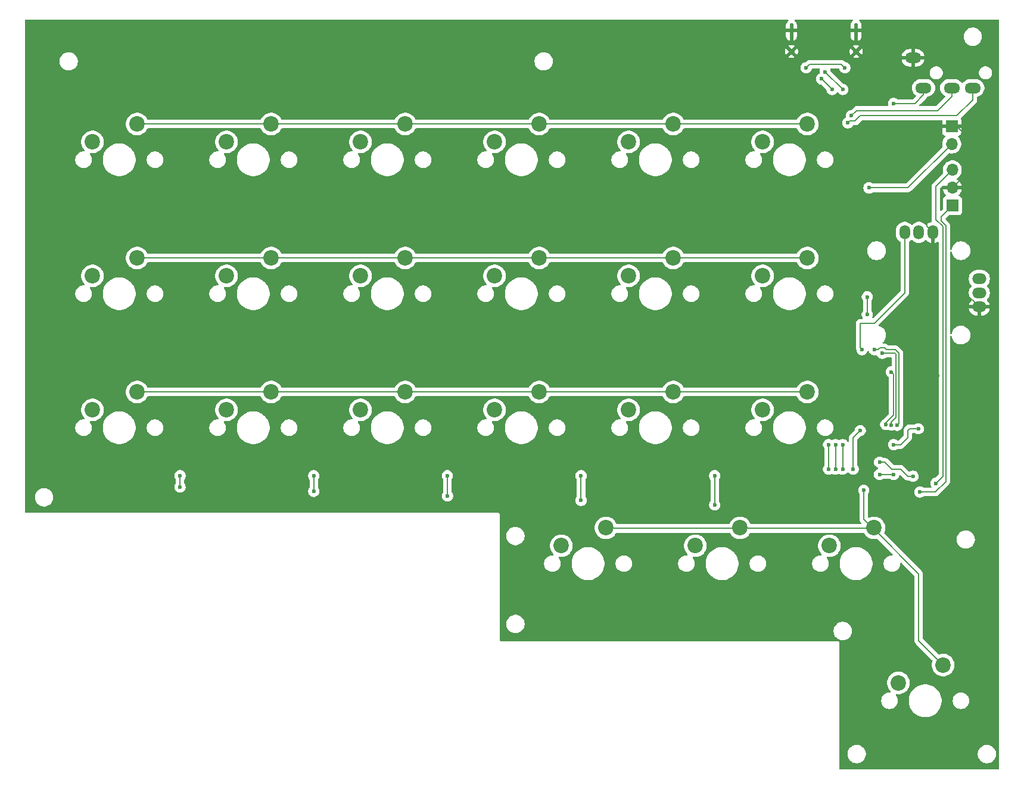
<source format=gbl>
%TF.GenerationSoftware,KiCad,Pcbnew,9.0.0*%
%TF.CreationDate,2025-03-25T02:03:39+09:00*%
%TF.ProjectId,keyboard,6b657962-6f61-4726-942e-6b696361645f,rev?*%
%TF.SameCoordinates,Original*%
%TF.FileFunction,Copper,L2,Bot*%
%TF.FilePolarity,Positive*%
%FSLAX46Y46*%
G04 Gerber Fmt 4.6, Leading zero omitted, Abs format (unit mm)*
G04 Created by KiCad (PCBNEW 9.0.0) date 2025-03-25 02:03:39*
%MOMM*%
%LPD*%
G01*
G04 APERTURE LIST*
%TA.AperFunction,ComponentPad*%
%ADD10C,2.200000*%
%TD*%
%TA.AperFunction,ComponentPad*%
%ADD11O,1.500000X2.000000*%
%TD*%
%TA.AperFunction,ComponentPad*%
%ADD12O,2.000000X1.500000*%
%TD*%
%TA.AperFunction,HeatsinkPad*%
%ADD13C,0.850000*%
%TD*%
%TA.AperFunction,HeatsinkPad*%
%ADD14O,0.550000X2.050000*%
%TD*%
%TA.AperFunction,ComponentPad*%
%ADD15R,1.700000X1.700000*%
%TD*%
%TA.AperFunction,ComponentPad*%
%ADD16O,1.700000X1.700000*%
%TD*%
%TA.AperFunction,ComponentPad*%
%ADD17O,2.300000X1.500000*%
%TD*%
%TA.AperFunction,ViaPad*%
%ADD18C,0.600000*%
%TD*%
%TA.AperFunction,Conductor*%
%ADD19C,0.200000*%
%TD*%
G04 APERTURE END LIST*
D10*
%TO.P,SW12,1,A*%
%TO.N,row2*%
X183971000Y-78474000D03*
%TO.P,SW12,2,B*%
%TO.N,Net-(D12-K)*%
X177621000Y-81014000D03*
%TD*%
%TO.P,SW14,1,A*%
%TO.N,row3*%
X107771000Y-97524000D03*
%TO.P,SW14,2,B*%
%TO.N,Net-(D14-K)*%
X101421000Y-100064000D03*
%TD*%
D11*
%TO.P,J5,1,Pin_1*%
%TO.N,GND*%
X201821000Y-74824000D03*
D12*
X208421000Y-85424000D03*
D11*
%TO.P,J5,2,Pin_2*%
%TO.N,GPIO27*%
X199821000Y-74824000D03*
%TO.P,J5,3,Pin_3*%
%TO.N,+3.3V*%
X197821000Y-74824000D03*
D12*
X208421000Y-81424000D03*
%TO.P,J5,4,Pin_4*%
%TO.N,GPIO26*%
X208421000Y-83424000D03*
%TD*%
D10*
%TO.P,SW18,1,A*%
%TO.N,row3*%
X183971000Y-97524000D03*
%TO.P,SW18,2,B*%
%TO.N,Net-(D18-K)*%
X177621000Y-100064000D03*
%TD*%
%TO.P,SW17,1,A*%
%TO.N,row3*%
X164921000Y-97524000D03*
%TO.P,SW17,2,B*%
%TO.N,Net-(D17-K)*%
X158571000Y-100064000D03*
%TD*%
%TO.P,SW20,1,A*%
%TO.N,rowX*%
X174411000Y-116844000D03*
%TO.P,SW20,2,B*%
%TO.N,Net-(D20-K)*%
X168061000Y-119384000D03*
%TD*%
%TO.P,SW1,1,A*%
%TO.N,row1*%
X88721000Y-59424000D03*
%TO.P,SW1,2,B*%
%TO.N,Net-(D1-K)*%
X82371000Y-61964000D03*
%TD*%
D13*
%TO.P,J1,S1,SHIELD*%
%TO.N,GND*%
X190916000Y-49114000D03*
D14*
X190916000Y-46134000D03*
D13*
X181726000Y-49114000D03*
D14*
X181726000Y-46134000D03*
%TD*%
D10*
%TO.P,SW11,1,A*%
%TO.N,row2*%
X164921000Y-78474000D03*
%TO.P,SW11,2,B*%
%TO.N,Net-(D11-K)*%
X158571000Y-81014000D03*
%TD*%
%TO.P,SW9,1,A*%
%TO.N,row2*%
X126821000Y-78474000D03*
%TO.P,SW9,2,B*%
%TO.N,Net-(D9-K)*%
X120471000Y-81014000D03*
%TD*%
%TO.P,SW10,1,A*%
%TO.N,row2*%
X145871000Y-78474000D03*
%TO.P,SW10,2,B*%
%TO.N,Net-(D10-K)*%
X139521000Y-81014000D03*
%TD*%
%TO.P,SW15,1,A*%
%TO.N,row3*%
X126821000Y-97524000D03*
%TO.P,SW15,2,B*%
%TO.N,Net-(D15-K)*%
X120471000Y-100064000D03*
%TD*%
%TO.P,SW5,1,A*%
%TO.N,row1*%
X164921000Y-59424000D03*
%TO.P,SW5,2,B*%
%TO.N,Net-(D5-K)*%
X158571000Y-61964000D03*
%TD*%
D15*
%TO.P,J3,1,Pin_1*%
%TO.N,GND*%
X204500000Y-59725000D03*
D16*
%TO.P,J3,2,Pin_2*%
%TO.N,/USB_BOOT*%
X204500000Y-62265000D03*
%TD*%
D10*
%TO.P,SW13,1,A*%
%TO.N,row3*%
X88721000Y-97524000D03*
%TO.P,SW13,2,B*%
%TO.N,Net-(D13-K)*%
X82371000Y-100064000D03*
%TD*%
%TO.P,SW2,1,A*%
%TO.N,row1*%
X107771000Y-59424000D03*
%TO.P,SW2,2,B*%
%TO.N,Net-(D2-K)*%
X101421000Y-61964000D03*
%TD*%
D17*
%TO.P,J4,R1*%
%TO.N,GPIO0*%
X204500000Y-54300000D03*
%TO.P,J4,R2*%
%TO.N,GPIO1*%
X207500000Y-54300000D03*
%TO.P,J4,S*%
%TO.N,GND*%
X199000000Y-50000000D03*
%TO.P,J4,T*%
%TO.N,+3.3V*%
X200500000Y-54300000D03*
%TD*%
D10*
%TO.P,SW3,1,A*%
%TO.N,row1*%
X126821000Y-59424000D03*
%TO.P,SW3,2,B*%
%TO.N,Net-(D3-K)*%
X120471000Y-61964000D03*
%TD*%
%TO.P,SW4,1,A*%
%TO.N,row1*%
X145871000Y-59424000D03*
%TO.P,SW4,2,B*%
%TO.N,Net-(D4-K)*%
X139521000Y-61964000D03*
%TD*%
%TO.P,SW6,1,A*%
%TO.N,row1*%
X183971000Y-59424000D03*
%TO.P,SW6,2,B*%
%TO.N,Net-(D6-K)*%
X177621000Y-61964000D03*
%TD*%
%TO.P,SW8,1,A*%
%TO.N,row2*%
X107771000Y-78474000D03*
%TO.P,SW8,2,B*%
%TO.N,Net-(D8-K)*%
X101421000Y-81014000D03*
%TD*%
%TO.P,SW22,1,A*%
%TO.N,rowX*%
X203281000Y-136344000D03*
%TO.P,SW22,2,B*%
%TO.N,Net-(D22-K)*%
X196931000Y-138884000D03*
%TD*%
D15*
%TO.P,J2,1,Pin_1*%
%TO.N,Net-(J2-Pin_1)*%
X204600000Y-71025000D03*
D16*
%TO.P,J2,2,Pin_2*%
%TO.N,GND*%
X204600000Y-68485000D03*
%TO.P,J2,3,Pin_3*%
%TO.N,Net-(J2-Pin_3)*%
X204600000Y-65945000D03*
%TD*%
D10*
%TO.P,SW19,1,A*%
%TO.N,rowX*%
X155361000Y-116844000D03*
%TO.P,SW19,2,B*%
%TO.N,Net-(D19-K)*%
X149011000Y-119384000D03*
%TD*%
%TO.P,SW7,1,A*%
%TO.N,row2*%
X88721000Y-78474000D03*
%TO.P,SW7,2,B*%
%TO.N,Net-(D7-K)*%
X82371000Y-81014000D03*
%TD*%
%TO.P,SW16,1,A*%
%TO.N,row3*%
X145871000Y-97524000D03*
%TO.P,SW16,2,B*%
%TO.N,Net-(D16-K)*%
X139521000Y-100064000D03*
%TD*%
%TO.P,SW21,1,A*%
%TO.N,rowX*%
X193461000Y-116844000D03*
%TO.P,SW21,2,B*%
%TO.N,Net-(D21-K)*%
X187111000Y-119384000D03*
%TD*%
D18*
%TO.N,GND*%
X201000000Y-115500000D03*
%TO.N,VBUS*%
X183821000Y-51424000D03*
X189321000Y-51424000D03*
%TO.N,GND*%
X196562500Y-107100000D03*
X197250000Y-145000000D03*
X103250000Y-69000000D03*
X129500000Y-107500000D03*
X202000000Y-121500000D03*
X79750000Y-93750000D03*
X140750000Y-107750000D03*
X74000000Y-107000000D03*
X146000000Y-129750000D03*
X140750000Y-70000000D03*
X201000000Y-71250000D03*
X184250000Y-88500000D03*
X177000000Y-127500000D03*
X121500000Y-88250000D03*
X159250000Y-89750000D03*
X194000000Y-99500000D03*
X103750000Y-107750000D03*
X90750000Y-74250000D03*
X164750000Y-52000000D03*
X186500000Y-127250000D03*
X180000000Y-68750000D03*
X92750000Y-50750000D03*
X159000000Y-128500000D03*
X178000000Y-106500000D03*
X202500000Y-95250000D03*
X166750000Y-67750000D03*
X165250000Y-106000000D03*
X148500000Y-87250000D03*
X163500000Y-114750000D03*
X73750000Y-76750000D03*
X78250000Y-56750000D03*
X111000000Y-88250000D03*
X206000000Y-82250000D03*
X128500000Y-113000000D03*
X144500000Y-116000000D03*
X201750000Y-97250000D03*
X195500000Y-112500000D03*
X208250000Y-128000000D03*
X92000000Y-112750000D03*
X124500000Y-50000000D03*
X129000000Y-68750000D03*
%TO.N,+3.3V*%
X190500000Y-108500000D03*
X191500000Y-103000000D03*
X196250000Y-109250000D03*
X194250000Y-109250000D03*
X191750000Y-91500000D03*
X196250000Y-56500000D03*
%TO.N,+1V1*%
X196250000Y-105000000D03*
X199750000Y-102750000D03*
X194250000Y-107500000D03*
X199000000Y-109500000D03*
%TO.N,col2*%
X94821000Y-109424000D03*
X94820999Y-111032304D03*
%TO.N,col3*%
X113821000Y-109424000D03*
X113830246Y-111647286D03*
%TO.N,col4*%
X132847630Y-112305532D03*
X132821000Y-109424000D03*
%TO.N,col5*%
X151821000Y-112924000D03*
X151821000Y-109424000D03*
%TO.N,col6*%
X170822257Y-113583781D03*
X170821000Y-109424000D03*
%TO.N,Net-(J1-D+-PadA6)*%
X186000000Y-53000000D03*
X187500000Y-54500000D03*
%TO.N,Net-(J1-D--PadA7)*%
X186500000Y-52000000D03*
X189000000Y-54500000D03*
%TO.N,Net-(J2-Pin_1)*%
X200000000Y-111750000D03*
%TO.N,/USB_BOOT*%
X192750000Y-68500000D03*
%TO.N,QSPI_SS*%
X192500000Y-86500000D03*
X192500000Y-84000000D03*
%TO.N,row1*%
X189000000Y-108500000D03*
X189000000Y-105000000D03*
%TO.N,row2*%
X188000000Y-105000000D03*
X188000000Y-108500000D03*
%TO.N,row3*%
X187000000Y-105000000D03*
X187000000Y-108500000D03*
%TO.N,QSPI_SD0*%
X195125621Y-102134606D03*
X195910094Y-94665633D03*
%TO.N,QSPI_SD3*%
X193500000Y-91500000D03*
X196750000Y-102250000D03*
%TO.N,Net-(J2-Pin_3)*%
X202250000Y-110500000D03*
%TO.N,GPIO1*%
X189750000Y-59250000D03*
%TO.N,QSPI_SCLK*%
X194636814Y-92025029D03*
X195921530Y-102212556D03*
%TO.N,GPIO0*%
X190250000Y-58250000D03*
%TO.N,rowX*%
X192000000Y-111500000D03*
%TD*%
D19*
%TO.N,VBUS*%
X183821000Y-51424000D02*
X184321000Y-50924000D01*
X184321000Y-50924000D02*
X188821000Y-50924000D01*
X188821000Y-50924000D02*
X189321000Y-51424000D01*
%TO.N,GND*%
X206000000Y-60500000D02*
X206000000Y-67085000D01*
X201750000Y-96000000D02*
X201750000Y-97250000D01*
X206000000Y-82250000D02*
X206000000Y-83003000D01*
X201000000Y-71250000D02*
X201000000Y-74003000D01*
X194000000Y-104537500D02*
X194000000Y-99500000D01*
X201000000Y-74003000D02*
X201821000Y-74824000D01*
X202500000Y-95250000D02*
X201750000Y-96000000D01*
X204500000Y-59725000D02*
X205225000Y-59725000D01*
X206000000Y-67085000D02*
X204600000Y-68485000D01*
X206000000Y-83003000D02*
X208421000Y-85424000D01*
X205225000Y-59725000D02*
X206000000Y-60500000D01*
X196562500Y-107100000D02*
X194000000Y-104537500D01*
%TO.N,+3.3V*%
X199250000Y-56500000D02*
X200500000Y-55250000D01*
X190500000Y-104000000D02*
X191500000Y-103000000D01*
X191500000Y-87750000D02*
X191500000Y-91250000D01*
X194250000Y-109250000D02*
X196250000Y-109250000D01*
X191500000Y-91250000D02*
X191750000Y-91500000D01*
X196250000Y-56500000D02*
X199250000Y-56500000D01*
X190500000Y-108500000D02*
X190500000Y-104000000D01*
X197821000Y-74824000D02*
X197821000Y-83429000D01*
X193500000Y-87750000D02*
X191500000Y-87750000D01*
X197821000Y-83429000D02*
X193500000Y-87750000D01*
X200500000Y-55250000D02*
X200500000Y-54300000D01*
%TO.N,+1V1*%
X196250000Y-105000000D02*
X197250000Y-105000000D01*
X198250000Y-109500000D02*
X199000000Y-109500000D01*
X196000000Y-108500000D02*
X197250000Y-108500000D01*
X198250000Y-103000000D02*
X198500000Y-102750000D01*
X197250000Y-108500000D02*
X198250000Y-109500000D01*
X198500000Y-102750000D02*
X199750000Y-102750000D01*
X194250000Y-107500000D02*
X195000000Y-107500000D01*
X197250000Y-105000000D02*
X198250000Y-104000000D01*
X198250000Y-104000000D02*
X198250000Y-103000000D01*
X195000000Y-107500000D02*
X196000000Y-108500000D01*
%TO.N,col2*%
X94821000Y-109424000D02*
X94821000Y-111032303D01*
X94821000Y-111032303D02*
X94820999Y-111032304D01*
%TO.N,col3*%
X113821000Y-111638040D02*
X113830246Y-111647286D01*
X113821000Y-109424000D02*
X113821000Y-111638040D01*
%TO.N,col4*%
X132821000Y-112278902D02*
X132847630Y-112305532D01*
X132821000Y-109424000D02*
X132821000Y-112278902D01*
%TO.N,col5*%
X151821000Y-109424000D02*
X151821000Y-112924000D01*
%TO.N,col6*%
X170821000Y-113582524D02*
X170822257Y-113583781D01*
X170821000Y-109424000D02*
X170821000Y-113582524D01*
%TO.N,Net-(J1-D+-PadA6)*%
X186000000Y-53000000D02*
X187500000Y-54500000D01*
%TO.N,Net-(J1-D--PadA7)*%
X186500000Y-52000000D02*
X189000000Y-54500000D01*
%TO.N,Net-(J2-Pin_1)*%
X203032843Y-72592157D02*
X203032843Y-73217157D01*
X203032843Y-73217157D02*
X203654169Y-73838483D01*
X202154169Y-111750000D02*
X203654169Y-110250000D01*
X203654169Y-77342491D02*
X203654169Y-110250000D01*
X200000000Y-111750000D02*
X202154169Y-111750000D01*
X203654169Y-73838483D02*
X203654169Y-77342491D01*
X204600000Y-71025000D02*
X203032843Y-72592157D01*
%TO.N,/USB_BOOT*%
X195250000Y-68500000D02*
X192750000Y-68500000D01*
X204500000Y-62265000D02*
X198265000Y-68500000D01*
X198265000Y-68500000D02*
X195250000Y-68500000D01*
%TO.N,GPIO26*%
X208345000Y-83500000D02*
X208421000Y-83424000D01*
%TO.N,QSPI_SS*%
X192500000Y-84000000D02*
X192500000Y-86500000D01*
%TO.N,row1*%
X126821000Y-59424000D02*
X145871000Y-59424000D01*
X189000000Y-108500000D02*
X189000000Y-105500000D01*
X126821000Y-59424000D02*
X107771000Y-59424000D01*
X189000000Y-105500000D02*
X189000000Y-105000000D01*
X145871000Y-59424000D02*
X164921000Y-59424000D01*
X183971000Y-59424000D02*
X164921000Y-59424000D01*
X107771000Y-59424000D02*
X88721000Y-59424000D01*
%TO.N,row2*%
X188000000Y-108500000D02*
X188000000Y-105000000D01*
X183971000Y-78474000D02*
X88721000Y-78474000D01*
X88721000Y-78474000D02*
X107771000Y-78474000D01*
%TO.N,row3*%
X107771000Y-97524000D02*
X88721000Y-97524000D01*
X187000000Y-108500000D02*
X187000000Y-105000000D01*
X183971000Y-97524000D02*
X179321000Y-97524000D01*
X179321000Y-97524000D02*
X88721000Y-97524000D01*
X183971000Y-97524000D02*
X182721000Y-97524000D01*
%TO.N,QSPI_SD0*%
X196195560Y-94951099D02*
X195910094Y-94665633D01*
X195125621Y-102134606D02*
X195125621Y-101874379D01*
X196195560Y-100804440D02*
X196195560Y-94951099D01*
X195125621Y-101874379D02*
X196195560Y-100804440D01*
%TO.N,QSPI_SD3*%
X193500000Y-91500000D02*
X193389118Y-91500000D01*
X197000000Y-102000000D02*
X197000000Y-92000000D01*
X193389118Y-91500000D02*
X193365455Y-91476337D01*
X194000000Y-91500000D02*
X193500000Y-91500000D01*
X195000000Y-91250000D02*
X194250000Y-91250000D01*
X197000000Y-92000000D02*
X196500000Y-91500000D01*
X195250000Y-91500000D02*
X195000000Y-91250000D01*
X196500000Y-91500000D02*
X195250000Y-91500000D01*
X196750000Y-102250000D02*
X197000000Y-102000000D01*
X194250000Y-91250000D02*
X194000000Y-91500000D01*
%TO.N,Net-(J2-Pin_3)*%
X202250000Y-68295000D02*
X204600000Y-65945000D01*
X203250000Y-109250000D02*
X203250000Y-74000000D01*
X203250000Y-109500000D02*
X203250000Y-109250000D01*
X202250000Y-73000000D02*
X202250000Y-68295000D01*
X203250000Y-74000000D02*
X202250000Y-73000000D01*
X202250000Y-110500000D02*
X203250000Y-109500000D01*
%TO.N,GPIO1*%
X207500000Y-56000000D02*
X205250000Y-58250000D01*
X190000000Y-59000000D02*
X190250000Y-59000000D01*
X191500000Y-58250000D02*
X205250000Y-58250000D01*
X190250000Y-59000000D02*
X190750000Y-59000000D01*
X207500000Y-54300000D02*
X207500000Y-56000000D01*
X190750000Y-59000000D02*
X191500000Y-58250000D01*
X189750000Y-59250000D02*
X190000000Y-59000000D01*
%TO.N,QSPI_SCLK*%
X196597383Y-101152617D02*
X196597383Y-92163069D01*
X195921530Y-102212556D02*
X195921530Y-101828470D01*
X196459343Y-92025029D02*
X194636814Y-92025029D01*
X196597383Y-92163069D02*
X196459343Y-92025029D01*
X195921530Y-101828470D02*
X196597383Y-101152617D01*
%TO.N,GPIO0*%
X204500000Y-54300000D02*
X204500000Y-55500000D01*
X190250000Y-58250000D02*
X191000000Y-57500000D01*
X204500000Y-55500000D02*
X202500000Y-57500000D01*
X191000000Y-57500000D02*
X202500000Y-57500000D01*
%TO.N,rowX*%
X155441000Y-116924000D02*
X155361000Y-116844000D01*
X193321000Y-116924000D02*
X155441000Y-116924000D01*
X192000000Y-115603000D02*
X193321000Y-116924000D01*
X199821000Y-132884000D02*
X199821000Y-123424000D01*
X192000000Y-111500000D02*
X192000000Y-115603000D01*
X203281000Y-136344000D02*
X199821000Y-132884000D01*
X199821000Y-123424000D02*
X193321000Y-116924000D01*
%TD*%
%TA.AperFunction,Conductor*%
%TO.N,GND*%
G36*
X204134075Y-68292007D02*
G01*
X204100000Y-68419174D01*
X204100000Y-68550826D01*
X204134075Y-68677993D01*
X204166988Y-68735000D01*
X203272769Y-68735000D01*
X203283242Y-68801126D01*
X203283242Y-68801129D01*
X203348904Y-69003217D01*
X203445379Y-69192557D01*
X203570272Y-69364459D01*
X203570276Y-69364464D01*
X203683946Y-69478134D01*
X203717431Y-69539457D01*
X203712447Y-69609149D01*
X203670575Y-69665082D01*
X203639598Y-69681997D01*
X203507671Y-69731202D01*
X203507664Y-69731206D01*
X203392455Y-69817452D01*
X203392452Y-69817455D01*
X203306206Y-69932664D01*
X203306202Y-69932671D01*
X203255908Y-70067517D01*
X203249501Y-70127116D01*
X203249501Y-70127123D01*
X203249500Y-70127135D01*
X203249500Y-71474901D01*
X203240855Y-71504341D01*
X203234332Y-71534328D01*
X203230577Y-71539343D01*
X203229815Y-71541940D01*
X203213181Y-71562582D01*
X203062181Y-71713582D01*
X203000858Y-71747067D01*
X202931166Y-71742083D01*
X202875233Y-71700211D01*
X202850816Y-71634747D01*
X202850500Y-71625901D01*
X202850500Y-68595096D01*
X202870185Y-68528057D01*
X202886814Y-68507420D01*
X203125617Y-68268617D01*
X203186939Y-68235133D01*
X203215604Y-68237182D01*
X203215604Y-68235000D01*
X204166988Y-68235000D01*
X204134075Y-68292007D01*
G37*
%TD.AperFunction*%
%TA.AperFunction,Conductor*%
G36*
X181236723Y-44570185D02*
G01*
X181282478Y-44622989D01*
X181292422Y-44692147D01*
X181263397Y-44755703D01*
X181238573Y-44777604D01*
X181231961Y-44782021D01*
X181124019Y-44889963D01*
X181039201Y-45016903D01*
X180980784Y-45157936D01*
X180980781Y-45157946D01*
X180951000Y-45307666D01*
X180951000Y-45884000D01*
X181601000Y-45884000D01*
X181601000Y-46908864D01*
X181620030Y-46954807D01*
X181655193Y-46989970D01*
X181701136Y-47009000D01*
X181750864Y-47009000D01*
X181796807Y-46989970D01*
X181831970Y-46954807D01*
X181851000Y-46908864D01*
X181851000Y-45884000D01*
X182501000Y-45884000D01*
X182501000Y-45307666D01*
X182471218Y-45157946D01*
X182471215Y-45157936D01*
X182412798Y-45016903D01*
X182327980Y-44889963D01*
X182220038Y-44782021D01*
X182213427Y-44777604D01*
X182168621Y-44723992D01*
X182159912Y-44654667D01*
X182190066Y-44591639D01*
X182249508Y-44554919D01*
X182282316Y-44550500D01*
X190359684Y-44550500D01*
X190426723Y-44570185D01*
X190472478Y-44622989D01*
X190482422Y-44692147D01*
X190453397Y-44755703D01*
X190428573Y-44777604D01*
X190421961Y-44782021D01*
X190314019Y-44889963D01*
X190229201Y-45016903D01*
X190170784Y-45157936D01*
X190170781Y-45157946D01*
X190141000Y-45307666D01*
X190141000Y-45884000D01*
X190791000Y-45884000D01*
X190791000Y-46908864D01*
X190810030Y-46954807D01*
X190845193Y-46989970D01*
X190891136Y-47009000D01*
X190940864Y-47009000D01*
X190986807Y-46989970D01*
X191021970Y-46954807D01*
X191041000Y-46908864D01*
X191041000Y-45884000D01*
X191691000Y-45884000D01*
X191691000Y-45307666D01*
X191661218Y-45157946D01*
X191661215Y-45157936D01*
X191602798Y-45016903D01*
X191517980Y-44889963D01*
X191410038Y-44782021D01*
X191403427Y-44777604D01*
X191358621Y-44723992D01*
X191349912Y-44654667D01*
X191380066Y-44591639D01*
X191439508Y-44554919D01*
X191472316Y-44550500D01*
X211075500Y-44550500D01*
X211142539Y-44570185D01*
X211188294Y-44622989D01*
X211199500Y-44674500D01*
X211199500Y-151075500D01*
X211179815Y-151142539D01*
X211127011Y-151188294D01*
X211075500Y-151199500D01*
X188674500Y-151199500D01*
X188607461Y-151179815D01*
X188561706Y-151127011D01*
X188550500Y-151075500D01*
X188550500Y-148897648D01*
X189699500Y-148897648D01*
X189699500Y-149102351D01*
X189731522Y-149304534D01*
X189794781Y-149499223D01*
X189815926Y-149540721D01*
X189881481Y-149669380D01*
X189887715Y-149681613D01*
X190008028Y-149847213D01*
X190152786Y-149991971D01*
X190307749Y-150104556D01*
X190318390Y-150112287D01*
X190434607Y-150171503D01*
X190500776Y-150205218D01*
X190500778Y-150205218D01*
X190500781Y-150205220D01*
X190605137Y-150239127D01*
X190695465Y-150268477D01*
X190796557Y-150284488D01*
X190897648Y-150300500D01*
X190897649Y-150300500D01*
X191102351Y-150300500D01*
X191102352Y-150300500D01*
X191304534Y-150268477D01*
X191499219Y-150205220D01*
X191681610Y-150112287D01*
X191774590Y-150044732D01*
X191847213Y-149991971D01*
X191847215Y-149991968D01*
X191847219Y-149991966D01*
X191991966Y-149847219D01*
X191991968Y-149847215D01*
X191991971Y-149847213D01*
X192101736Y-149696132D01*
X192112287Y-149681610D01*
X192205220Y-149499219D01*
X192268477Y-149304534D01*
X192300500Y-149102352D01*
X192300500Y-148897648D01*
X208199500Y-148897648D01*
X208199500Y-149102351D01*
X208231522Y-149304534D01*
X208294781Y-149499223D01*
X208315926Y-149540721D01*
X208381481Y-149669380D01*
X208387715Y-149681613D01*
X208508028Y-149847213D01*
X208652786Y-149991971D01*
X208807749Y-150104556D01*
X208818390Y-150112287D01*
X208934607Y-150171503D01*
X209000776Y-150205218D01*
X209000778Y-150205218D01*
X209000781Y-150205220D01*
X209105137Y-150239127D01*
X209195465Y-150268477D01*
X209296557Y-150284488D01*
X209397648Y-150300500D01*
X209397649Y-150300500D01*
X209602351Y-150300500D01*
X209602352Y-150300500D01*
X209804534Y-150268477D01*
X209999219Y-150205220D01*
X210181610Y-150112287D01*
X210274590Y-150044732D01*
X210347213Y-149991971D01*
X210347215Y-149991968D01*
X210347219Y-149991966D01*
X210491966Y-149847219D01*
X210491968Y-149847215D01*
X210491971Y-149847213D01*
X210601736Y-149696132D01*
X210612287Y-149681610D01*
X210705220Y-149499219D01*
X210768477Y-149304534D01*
X210800500Y-149102352D01*
X210800500Y-148897648D01*
X210768477Y-148695466D01*
X210760286Y-148670258D01*
X210705218Y-148500776D01*
X210645256Y-148383096D01*
X210612287Y-148318390D01*
X210601736Y-148303868D01*
X210491971Y-148152786D01*
X210347213Y-148008028D01*
X210181613Y-147887715D01*
X210181612Y-147887714D01*
X210181610Y-147887713D01*
X210124653Y-147858691D01*
X209999223Y-147794781D01*
X209804534Y-147731522D01*
X209629995Y-147703878D01*
X209602352Y-147699500D01*
X209397648Y-147699500D01*
X209373329Y-147703351D01*
X209195465Y-147731522D01*
X209000776Y-147794781D01*
X208818386Y-147887715D01*
X208652786Y-148008028D01*
X208508028Y-148152786D01*
X208387715Y-148318386D01*
X208294781Y-148500776D01*
X208231522Y-148695465D01*
X208199500Y-148897648D01*
X192300500Y-148897648D01*
X192268477Y-148695466D01*
X192260286Y-148670258D01*
X192205218Y-148500776D01*
X192145256Y-148383096D01*
X192112287Y-148318390D01*
X192101736Y-148303868D01*
X191991971Y-148152786D01*
X191847213Y-148008028D01*
X191681613Y-147887715D01*
X191681612Y-147887714D01*
X191681610Y-147887713D01*
X191624653Y-147858691D01*
X191499223Y-147794781D01*
X191304534Y-147731522D01*
X191129995Y-147703878D01*
X191102352Y-147699500D01*
X190897648Y-147699500D01*
X190873329Y-147703351D01*
X190695465Y-147731522D01*
X190500776Y-147794781D01*
X190318386Y-147887715D01*
X190152786Y-148008028D01*
X190008028Y-148152786D01*
X189887715Y-148318386D01*
X189794781Y-148500776D01*
X189731522Y-148695465D01*
X189699500Y-148897648D01*
X188550500Y-148897648D01*
X188550500Y-141331093D01*
X194480500Y-141331093D01*
X194480500Y-141516906D01*
X194509568Y-141700435D01*
X194509568Y-141700438D01*
X194566986Y-141877152D01*
X194651346Y-142042717D01*
X194760565Y-142193044D01*
X194891956Y-142324435D01*
X195042283Y-142433654D01*
X195207845Y-142518012D01*
X195207847Y-142518013D01*
X195384562Y-142575431D01*
X195384563Y-142575431D01*
X195384566Y-142575432D01*
X195568093Y-142604500D01*
X195568094Y-142604500D01*
X195753906Y-142604500D01*
X195753907Y-142604500D01*
X195937434Y-142575432D01*
X195937437Y-142575431D01*
X195937438Y-142575431D01*
X196114152Y-142518013D01*
X196114152Y-142518012D01*
X196114155Y-142518012D01*
X196279717Y-142433654D01*
X196430044Y-142324435D01*
X196561435Y-142193044D01*
X196670654Y-142042717D01*
X196755012Y-141877155D01*
X196812432Y-141700434D01*
X196841500Y-141516907D01*
X196841500Y-141331093D01*
X196832021Y-141271243D01*
X198410500Y-141271243D01*
X198410500Y-141576756D01*
X198450375Y-141879630D01*
X198529445Y-142174722D01*
X198646349Y-142456955D01*
X198646357Y-142456972D01*
X198714750Y-142575431D01*
X198799103Y-142721534D01*
X198799105Y-142721537D01*
X198799106Y-142721538D01*
X198985076Y-142963900D01*
X198985082Y-142963907D01*
X199201092Y-143179917D01*
X199201098Y-143179922D01*
X199443466Y-143365897D01*
X199613506Y-143464070D01*
X199708027Y-143518642D01*
X199708032Y-143518644D01*
X199708035Y-143518646D01*
X199708039Y-143518647D01*
X199708044Y-143518650D01*
X199797555Y-143555726D01*
X199990278Y-143635555D01*
X200285367Y-143714624D01*
X200588251Y-143754500D01*
X200588258Y-143754500D01*
X200893742Y-143754500D01*
X200893749Y-143754500D01*
X201196633Y-143714624D01*
X201491722Y-143635555D01*
X201773965Y-143518646D01*
X202038534Y-143365897D01*
X202280902Y-143179922D01*
X202496922Y-142963902D01*
X202682897Y-142721534D01*
X202835646Y-142456965D01*
X202952555Y-142174722D01*
X203031624Y-141879633D01*
X203071500Y-141576749D01*
X203071500Y-141331093D01*
X204640500Y-141331093D01*
X204640500Y-141516906D01*
X204669568Y-141700435D01*
X204669568Y-141700438D01*
X204726986Y-141877152D01*
X204811346Y-142042717D01*
X204920565Y-142193044D01*
X205051956Y-142324435D01*
X205202283Y-142433654D01*
X205367845Y-142518012D01*
X205367847Y-142518013D01*
X205544562Y-142575431D01*
X205544563Y-142575431D01*
X205544566Y-142575432D01*
X205728093Y-142604500D01*
X205728094Y-142604500D01*
X205913906Y-142604500D01*
X205913907Y-142604500D01*
X206097434Y-142575432D01*
X206097437Y-142575431D01*
X206097438Y-142575431D01*
X206274152Y-142518013D01*
X206274152Y-142518012D01*
X206274155Y-142518012D01*
X206439717Y-142433654D01*
X206590044Y-142324435D01*
X206721435Y-142193044D01*
X206830654Y-142042717D01*
X206915012Y-141877155D01*
X206972432Y-141700434D01*
X207001500Y-141516907D01*
X207001500Y-141331093D01*
X206972432Y-141147566D01*
X206972431Y-141147562D01*
X206972431Y-141147561D01*
X206915013Y-140970847D01*
X206830653Y-140805282D01*
X206830651Y-140805279D01*
X206721435Y-140654956D01*
X206590044Y-140523565D01*
X206439717Y-140414346D01*
X206393951Y-140391027D01*
X206274152Y-140329986D01*
X206097437Y-140272568D01*
X205959788Y-140250767D01*
X205913907Y-140243500D01*
X205728093Y-140243500D01*
X205668952Y-140252867D01*
X205544564Y-140272568D01*
X205544561Y-140272568D01*
X205367847Y-140329986D01*
X205202282Y-140414346D01*
X205133263Y-140464492D01*
X205051956Y-140523565D01*
X205051954Y-140523567D01*
X205051953Y-140523567D01*
X204920567Y-140654953D01*
X204920567Y-140654954D01*
X204920565Y-140654956D01*
X204873659Y-140719515D01*
X204811346Y-140805282D01*
X204726986Y-140970847D01*
X204669568Y-141147561D01*
X204669568Y-141147564D01*
X204640500Y-141331093D01*
X203071500Y-141331093D01*
X203071500Y-141271251D01*
X203031624Y-140968367D01*
X202952555Y-140673278D01*
X202835646Y-140391035D01*
X202835644Y-140391032D01*
X202835642Y-140391027D01*
X202755876Y-140252870D01*
X202682897Y-140126466D01*
X202529576Y-139926654D01*
X202496923Y-139884099D01*
X202496917Y-139884092D01*
X202280907Y-139668082D01*
X202280900Y-139668076D01*
X202038538Y-139482106D01*
X202038537Y-139482105D01*
X202038534Y-139482103D01*
X201933050Y-139421202D01*
X201773972Y-139329357D01*
X201773955Y-139329349D01*
X201491722Y-139212445D01*
X201196630Y-139133375D01*
X200893756Y-139093500D01*
X200893749Y-139093500D01*
X200588251Y-139093500D01*
X200588243Y-139093500D01*
X200285369Y-139133375D01*
X199990277Y-139212445D01*
X199708044Y-139329349D01*
X199708027Y-139329357D01*
X199443461Y-139482106D01*
X199201099Y-139668076D01*
X199201092Y-139668082D01*
X198985082Y-139884092D01*
X198985076Y-139884099D01*
X198799106Y-140126461D01*
X198646357Y-140391027D01*
X198646349Y-140391044D01*
X198529445Y-140673277D01*
X198450375Y-140968369D01*
X198410500Y-141271243D01*
X196832021Y-141271243D01*
X196812432Y-141147566D01*
X196812431Y-141147562D01*
X196812431Y-141147561D01*
X196755013Y-140970847D01*
X196753749Y-140968367D01*
X196670654Y-140805283D01*
X196565770Y-140660922D01*
X196542290Y-140595116D01*
X196558115Y-140527062D01*
X196608221Y-140478367D01*
X196676699Y-140464492D01*
X196685464Y-140465561D01*
X196805038Y-140484500D01*
X196805040Y-140484500D01*
X197056961Y-140484500D01*
X197056962Y-140484500D01*
X197305785Y-140445090D01*
X197545379Y-140367241D01*
X197769845Y-140252870D01*
X197973656Y-140104793D01*
X198151793Y-139926656D01*
X198299870Y-139722845D01*
X198414241Y-139498379D01*
X198492090Y-139258785D01*
X198531500Y-139009962D01*
X198531500Y-138758038D01*
X198492090Y-138509215D01*
X198414241Y-138269621D01*
X198414239Y-138269618D01*
X198414239Y-138269616D01*
X198372747Y-138188184D01*
X198299870Y-138045155D01*
X198198107Y-137905090D01*
X198151798Y-137841350D01*
X198151794Y-137841345D01*
X197973654Y-137663205D01*
X197973649Y-137663201D01*
X197769848Y-137515132D01*
X197769847Y-137515131D01*
X197769845Y-137515130D01*
X197699747Y-137479413D01*
X197545383Y-137400760D01*
X197305785Y-137322910D01*
X197056962Y-137283500D01*
X196805038Y-137283500D01*
X196680626Y-137303205D01*
X196556214Y-137322910D01*
X196316616Y-137400760D01*
X196092151Y-137515132D01*
X195888350Y-137663201D01*
X195888345Y-137663205D01*
X195710205Y-137841345D01*
X195710201Y-137841350D01*
X195562132Y-138045151D01*
X195447760Y-138269616D01*
X195369910Y-138509214D01*
X195330500Y-138758038D01*
X195330500Y-139009961D01*
X195369910Y-139258785D01*
X195447760Y-139498383D01*
X195562132Y-139722848D01*
X195710201Y-139926649D01*
X195710205Y-139926654D01*
X195815370Y-140031819D01*
X195848855Y-140093142D01*
X195843871Y-140162834D01*
X195801999Y-140218767D01*
X195736535Y-140243184D01*
X195727689Y-140243500D01*
X195568093Y-140243500D01*
X195508952Y-140252867D01*
X195384564Y-140272568D01*
X195384561Y-140272568D01*
X195207847Y-140329986D01*
X195042282Y-140414346D01*
X194973263Y-140464492D01*
X194891956Y-140523565D01*
X194891954Y-140523567D01*
X194891953Y-140523567D01*
X194760567Y-140654953D01*
X194760567Y-140654954D01*
X194760565Y-140654956D01*
X194713659Y-140719515D01*
X194651346Y-140805282D01*
X194566986Y-140970847D01*
X194509568Y-141147561D01*
X194509568Y-141147564D01*
X194480500Y-141331093D01*
X188550500Y-141331093D01*
X188550500Y-133210439D01*
X188530020Y-133134009D01*
X188530017Y-133134004D01*
X188490464Y-133065495D01*
X188490458Y-133065487D01*
X188434512Y-133009541D01*
X188434504Y-133009535D01*
X188365995Y-132969982D01*
X188365990Y-132969979D01*
X188340145Y-132963054D01*
X188289562Y-132949500D01*
X188289560Y-132949500D01*
X140424500Y-132949500D01*
X140357461Y-132929815D01*
X140311706Y-132877011D01*
X140300500Y-132825500D01*
X140300500Y-130397648D01*
X141199500Y-130397648D01*
X141199500Y-130602351D01*
X141231522Y-130804534D01*
X141294781Y-130999223D01*
X141354744Y-131116904D01*
X141387712Y-131181609D01*
X141387715Y-131181613D01*
X141508028Y-131347213D01*
X141652786Y-131491971D01*
X141807749Y-131604556D01*
X141818390Y-131612287D01*
X141934607Y-131671503D01*
X142000776Y-131705218D01*
X142000778Y-131705218D01*
X142000781Y-131705220D01*
X142105137Y-131739127D01*
X142195465Y-131768477D01*
X142296557Y-131784488D01*
X142397648Y-131800500D01*
X142397649Y-131800500D01*
X142602351Y-131800500D01*
X142602352Y-131800500D01*
X142804534Y-131768477D01*
X142999219Y-131705220D01*
X143181610Y-131612287D01*
X143274590Y-131544732D01*
X143347213Y-131491971D01*
X143347215Y-131491968D01*
X143347219Y-131491966D01*
X143441537Y-131397648D01*
X187699500Y-131397648D01*
X187699500Y-131602351D01*
X187731522Y-131804534D01*
X187794781Y-131999223D01*
X187815926Y-132040721D01*
X187881481Y-132169380D01*
X187887715Y-132181613D01*
X188008028Y-132347213D01*
X188152786Y-132491971D01*
X188279322Y-132583903D01*
X188318390Y-132612287D01*
X188434607Y-132671503D01*
X188500776Y-132705218D01*
X188500778Y-132705218D01*
X188500781Y-132705220D01*
X188605137Y-132739127D01*
X188695465Y-132768477D01*
X188796557Y-132784488D01*
X188897648Y-132800500D01*
X188897649Y-132800500D01*
X189102351Y-132800500D01*
X189102352Y-132800500D01*
X189304534Y-132768477D01*
X189499219Y-132705220D01*
X189681610Y-132612287D01*
X189774590Y-132544732D01*
X189847213Y-132491971D01*
X189847215Y-132491968D01*
X189847219Y-132491966D01*
X189991966Y-132347219D01*
X189991968Y-132347215D01*
X189991971Y-132347213D01*
X190101736Y-132196132D01*
X190112287Y-132181610D01*
X190205220Y-131999219D01*
X190268477Y-131804534D01*
X190300500Y-131602352D01*
X190300500Y-131397648D01*
X190284550Y-131296946D01*
X190268477Y-131195465D01*
X190205218Y-131000776D01*
X190145256Y-130883096D01*
X190112287Y-130818390D01*
X190101736Y-130803868D01*
X189991971Y-130652786D01*
X189847213Y-130508028D01*
X189681613Y-130387715D01*
X189681612Y-130387714D01*
X189681610Y-130387713D01*
X189624653Y-130358691D01*
X189499223Y-130294781D01*
X189304534Y-130231522D01*
X189129995Y-130203878D01*
X189102352Y-130199500D01*
X188897648Y-130199500D01*
X188873329Y-130203351D01*
X188695465Y-130231522D01*
X188500776Y-130294781D01*
X188318386Y-130387715D01*
X188152786Y-130508028D01*
X188008028Y-130652786D01*
X187887715Y-130818386D01*
X187794781Y-131000776D01*
X187731522Y-131195465D01*
X187699500Y-131397648D01*
X143441537Y-131397648D01*
X143491966Y-131347219D01*
X143612287Y-131181610D01*
X143705220Y-130999219D01*
X143768477Y-130804534D01*
X143800500Y-130602352D01*
X143800500Y-130397648D01*
X143768477Y-130195466D01*
X143760286Y-130170258D01*
X143705218Y-130000776D01*
X143645256Y-129883096D01*
X143612287Y-129818390D01*
X143601736Y-129803868D01*
X143491971Y-129652786D01*
X143347213Y-129508028D01*
X143181613Y-129387715D01*
X143181612Y-129387714D01*
X143181610Y-129387713D01*
X143124653Y-129358691D01*
X142999223Y-129294781D01*
X142804534Y-129231522D01*
X142629995Y-129203878D01*
X142602352Y-129199500D01*
X142397648Y-129199500D01*
X142373329Y-129203351D01*
X142195465Y-129231522D01*
X142000776Y-129294781D01*
X141818386Y-129387715D01*
X141652786Y-129508028D01*
X141508028Y-129652786D01*
X141387715Y-129818386D01*
X141294781Y-130000776D01*
X141231522Y-130195465D01*
X141199500Y-130397648D01*
X140300500Y-130397648D01*
X140300500Y-121831093D01*
X146560500Y-121831093D01*
X146560500Y-122016906D01*
X146589568Y-122200435D01*
X146589568Y-122200438D01*
X146646986Y-122377152D01*
X146731346Y-122542717D01*
X146840565Y-122693044D01*
X146971956Y-122824435D01*
X147122283Y-122933654D01*
X147287845Y-123018012D01*
X147287847Y-123018013D01*
X147464562Y-123075431D01*
X147464563Y-123075431D01*
X147464566Y-123075432D01*
X147648093Y-123104500D01*
X147648094Y-123104500D01*
X147833906Y-123104500D01*
X147833907Y-123104500D01*
X148017434Y-123075432D01*
X148017437Y-123075431D01*
X148017438Y-123075431D01*
X148194152Y-123018013D01*
X148194152Y-123018012D01*
X148194155Y-123018012D01*
X148359717Y-122933654D01*
X148510044Y-122824435D01*
X148641435Y-122693044D01*
X148750654Y-122542717D01*
X148835012Y-122377155D01*
X148892432Y-122200434D01*
X148921500Y-122016907D01*
X148921500Y-121831093D01*
X148912021Y-121771243D01*
X150490500Y-121771243D01*
X150490500Y-122076756D01*
X150530375Y-122379630D01*
X150609445Y-122674722D01*
X150726349Y-122956955D01*
X150726357Y-122956972D01*
X150783119Y-123055285D01*
X150879103Y-123221534D01*
X150879105Y-123221537D01*
X150879106Y-123221538D01*
X151065076Y-123463900D01*
X151065082Y-123463907D01*
X151281092Y-123679917D01*
X151281099Y-123679923D01*
X151338668Y-123724097D01*
X151523466Y-123865897D01*
X151693506Y-123964070D01*
X151788027Y-124018642D01*
X151788032Y-124018644D01*
X151788035Y-124018646D01*
X151788039Y-124018647D01*
X151788044Y-124018650D01*
X151877555Y-124055726D01*
X152070278Y-124135555D01*
X152365367Y-124214624D01*
X152668251Y-124254500D01*
X152668258Y-124254500D01*
X152973742Y-124254500D01*
X152973749Y-124254500D01*
X153276633Y-124214624D01*
X153571722Y-124135555D01*
X153853965Y-124018646D01*
X154118534Y-123865897D01*
X154360902Y-123679922D01*
X154576922Y-123463902D01*
X154762897Y-123221534D01*
X154915646Y-122956965D01*
X155032555Y-122674722D01*
X155111624Y-122379633D01*
X155151500Y-122076749D01*
X155151500Y-121831093D01*
X156720500Y-121831093D01*
X156720500Y-122016906D01*
X156749568Y-122200435D01*
X156749568Y-122200438D01*
X156806986Y-122377152D01*
X156891346Y-122542717D01*
X157000565Y-122693044D01*
X157131956Y-122824435D01*
X157282283Y-122933654D01*
X157447845Y-123018012D01*
X157447847Y-123018013D01*
X157624562Y-123075431D01*
X157624563Y-123075431D01*
X157624566Y-123075432D01*
X157808093Y-123104500D01*
X157808094Y-123104500D01*
X157993906Y-123104500D01*
X157993907Y-123104500D01*
X158177434Y-123075432D01*
X158177437Y-123075431D01*
X158177438Y-123075431D01*
X158354152Y-123018013D01*
X158354152Y-123018012D01*
X158354155Y-123018012D01*
X158519717Y-122933654D01*
X158670044Y-122824435D01*
X158801435Y-122693044D01*
X158910654Y-122542717D01*
X158995012Y-122377155D01*
X159052432Y-122200434D01*
X159081500Y-122016907D01*
X159081500Y-121831093D01*
X165610500Y-121831093D01*
X165610500Y-122016906D01*
X165639568Y-122200435D01*
X165639568Y-122200438D01*
X165696986Y-122377152D01*
X165781346Y-122542717D01*
X165890565Y-122693044D01*
X166021956Y-122824435D01*
X166172283Y-122933654D01*
X166337845Y-123018012D01*
X166337847Y-123018013D01*
X166514562Y-123075431D01*
X166514563Y-123075431D01*
X166514566Y-123075432D01*
X166698093Y-123104500D01*
X166698094Y-123104500D01*
X166883906Y-123104500D01*
X166883907Y-123104500D01*
X167067434Y-123075432D01*
X167067437Y-123075431D01*
X167067438Y-123075431D01*
X167244152Y-123018013D01*
X167244152Y-123018012D01*
X167244155Y-123018012D01*
X167409717Y-122933654D01*
X167560044Y-122824435D01*
X167691435Y-122693044D01*
X167800654Y-122542717D01*
X167885012Y-122377155D01*
X167942432Y-122200434D01*
X167971500Y-122016907D01*
X167971500Y-121831093D01*
X167962021Y-121771243D01*
X169540500Y-121771243D01*
X169540500Y-122076756D01*
X169580375Y-122379630D01*
X169659445Y-122674722D01*
X169776349Y-122956955D01*
X169776357Y-122956972D01*
X169833119Y-123055285D01*
X169929103Y-123221534D01*
X169929105Y-123221537D01*
X169929106Y-123221538D01*
X170115076Y-123463900D01*
X170115082Y-123463907D01*
X170331092Y-123679917D01*
X170331099Y-123679923D01*
X170388668Y-123724097D01*
X170573466Y-123865897D01*
X170743506Y-123964070D01*
X170838027Y-124018642D01*
X170838032Y-124018644D01*
X170838035Y-124018646D01*
X170838039Y-124018647D01*
X170838044Y-124018650D01*
X170927555Y-124055726D01*
X171120278Y-124135555D01*
X171415367Y-124214624D01*
X171718251Y-124254500D01*
X171718258Y-124254500D01*
X172023742Y-124254500D01*
X172023749Y-124254500D01*
X172326633Y-124214624D01*
X172621722Y-124135555D01*
X172903965Y-124018646D01*
X173168534Y-123865897D01*
X173410902Y-123679922D01*
X173626922Y-123463902D01*
X173812897Y-123221534D01*
X173965646Y-122956965D01*
X174082555Y-122674722D01*
X174161624Y-122379633D01*
X174201500Y-122076749D01*
X174201500Y-121831093D01*
X175770500Y-121831093D01*
X175770500Y-122016906D01*
X175799568Y-122200435D01*
X175799568Y-122200438D01*
X175856986Y-122377152D01*
X175941346Y-122542717D01*
X176050565Y-122693044D01*
X176181956Y-122824435D01*
X176332283Y-122933654D01*
X176497845Y-123018012D01*
X176497847Y-123018013D01*
X176674562Y-123075431D01*
X176674563Y-123075431D01*
X176674566Y-123075432D01*
X176858093Y-123104500D01*
X176858094Y-123104500D01*
X177043906Y-123104500D01*
X177043907Y-123104500D01*
X177227434Y-123075432D01*
X177227437Y-123075431D01*
X177227438Y-123075431D01*
X177404152Y-123018013D01*
X177404152Y-123018012D01*
X177404155Y-123018012D01*
X177569717Y-122933654D01*
X177720044Y-122824435D01*
X177851435Y-122693044D01*
X177960654Y-122542717D01*
X178045012Y-122377155D01*
X178102432Y-122200434D01*
X178131500Y-122016907D01*
X178131500Y-121831093D01*
X184660500Y-121831093D01*
X184660500Y-122016906D01*
X184689568Y-122200435D01*
X184689568Y-122200438D01*
X184746986Y-122377152D01*
X184831346Y-122542717D01*
X184940565Y-122693044D01*
X185071956Y-122824435D01*
X185222283Y-122933654D01*
X185387845Y-123018012D01*
X185387847Y-123018013D01*
X185564562Y-123075431D01*
X185564563Y-123075431D01*
X185564566Y-123075432D01*
X185748093Y-123104500D01*
X185748094Y-123104500D01*
X185933906Y-123104500D01*
X185933907Y-123104500D01*
X186117434Y-123075432D01*
X186117437Y-123075431D01*
X186117438Y-123075431D01*
X186294152Y-123018013D01*
X186294152Y-123018012D01*
X186294155Y-123018012D01*
X186459717Y-122933654D01*
X186610044Y-122824435D01*
X186741435Y-122693044D01*
X186850654Y-122542717D01*
X186935012Y-122377155D01*
X186992432Y-122200434D01*
X187021500Y-122016907D01*
X187021500Y-121831093D01*
X187012021Y-121771243D01*
X188590500Y-121771243D01*
X188590500Y-122076756D01*
X188630375Y-122379630D01*
X188709445Y-122674722D01*
X188826349Y-122956955D01*
X188826357Y-122956972D01*
X188883119Y-123055285D01*
X188979103Y-123221534D01*
X188979105Y-123221537D01*
X188979106Y-123221538D01*
X189165076Y-123463900D01*
X189165082Y-123463907D01*
X189381092Y-123679917D01*
X189381099Y-123679923D01*
X189438668Y-123724097D01*
X189623466Y-123865897D01*
X189793506Y-123964070D01*
X189888027Y-124018642D01*
X189888032Y-124018644D01*
X189888035Y-124018646D01*
X189888039Y-124018647D01*
X189888044Y-124018650D01*
X189977555Y-124055726D01*
X190170278Y-124135555D01*
X190465367Y-124214624D01*
X190768251Y-124254500D01*
X190768258Y-124254500D01*
X191073742Y-124254500D01*
X191073749Y-124254500D01*
X191376633Y-124214624D01*
X191671722Y-124135555D01*
X191953965Y-124018646D01*
X192218534Y-123865897D01*
X192460902Y-123679922D01*
X192676922Y-123463902D01*
X192862897Y-123221534D01*
X193015646Y-122956965D01*
X193132555Y-122674722D01*
X193211624Y-122379633D01*
X193251500Y-122076749D01*
X193251500Y-121771251D01*
X193211624Y-121468367D01*
X193132555Y-121173278D01*
X193015646Y-120891035D01*
X193015644Y-120891032D01*
X193015642Y-120891027D01*
X192935876Y-120752870D01*
X192862897Y-120626466D01*
X192709576Y-120426654D01*
X192676923Y-120384099D01*
X192676917Y-120384092D01*
X192460907Y-120168082D01*
X192460900Y-120168076D01*
X192218538Y-119982106D01*
X192218537Y-119982105D01*
X192218534Y-119982103D01*
X192113050Y-119921202D01*
X191953972Y-119829357D01*
X191953955Y-119829349D01*
X191671722Y-119712445D01*
X191376630Y-119633375D01*
X191073756Y-119593500D01*
X191073749Y-119593500D01*
X190768251Y-119593500D01*
X190768243Y-119593500D01*
X190465369Y-119633375D01*
X190170277Y-119712445D01*
X189888044Y-119829349D01*
X189888027Y-119829357D01*
X189623461Y-119982106D01*
X189381099Y-120168076D01*
X189381092Y-120168082D01*
X189165082Y-120384092D01*
X189165076Y-120384099D01*
X188979106Y-120626461D01*
X188826357Y-120891027D01*
X188826349Y-120891044D01*
X188709445Y-121173277D01*
X188630375Y-121468369D01*
X188590500Y-121771243D01*
X187012021Y-121771243D01*
X186992432Y-121647566D01*
X186992431Y-121647562D01*
X186992431Y-121647561D01*
X186935013Y-121470847D01*
X186933749Y-121468367D01*
X186850654Y-121305283D01*
X186745770Y-121160922D01*
X186722290Y-121095116D01*
X186738115Y-121027062D01*
X186788221Y-120978367D01*
X186856699Y-120964492D01*
X186865464Y-120965561D01*
X186985038Y-120984500D01*
X186985040Y-120984500D01*
X187236961Y-120984500D01*
X187236962Y-120984500D01*
X187485785Y-120945090D01*
X187725379Y-120867241D01*
X187949845Y-120752870D01*
X188153656Y-120604793D01*
X188331793Y-120426656D01*
X188479870Y-120222845D01*
X188594241Y-119998379D01*
X188672090Y-119758785D01*
X188711500Y-119509962D01*
X188711500Y-119258038D01*
X188672090Y-119009215D01*
X188594241Y-118769621D01*
X188594239Y-118769618D01*
X188594239Y-118769616D01*
X188543166Y-118669380D01*
X188479870Y-118545155D01*
X188406201Y-118443758D01*
X188331798Y-118341350D01*
X188331794Y-118341345D01*
X188153654Y-118163205D01*
X188153649Y-118163201D01*
X187949848Y-118015132D01*
X187949847Y-118015131D01*
X187949845Y-118015130D01*
X187879747Y-117979413D01*
X187725383Y-117900760D01*
X187485785Y-117822910D01*
X187365559Y-117803868D01*
X187236962Y-117783500D01*
X186985038Y-117783500D01*
X186900144Y-117796946D01*
X186736214Y-117822910D01*
X186496616Y-117900760D01*
X186272151Y-118015132D01*
X186068350Y-118163201D01*
X186068345Y-118163205D01*
X185890205Y-118341345D01*
X185890201Y-118341350D01*
X185742132Y-118545151D01*
X185627760Y-118769616D01*
X185549910Y-119009214D01*
X185510500Y-119258038D01*
X185510500Y-119509961D01*
X185549910Y-119758785D01*
X185627760Y-119998383D01*
X185742132Y-120222848D01*
X185890201Y-120426649D01*
X185890205Y-120426654D01*
X185995370Y-120531819D01*
X186028855Y-120593142D01*
X186023871Y-120662834D01*
X185981999Y-120718767D01*
X185916535Y-120743184D01*
X185907689Y-120743500D01*
X185748093Y-120743500D01*
X185688952Y-120752867D01*
X185564564Y-120772568D01*
X185564561Y-120772568D01*
X185387847Y-120829986D01*
X185222282Y-120914346D01*
X185153263Y-120964492D01*
X185071956Y-121023565D01*
X185071954Y-121023567D01*
X185071953Y-121023567D01*
X184940567Y-121154953D01*
X184940567Y-121154954D01*
X184940565Y-121154956D01*
X184893659Y-121219515D01*
X184831346Y-121305282D01*
X184746986Y-121470847D01*
X184689568Y-121647561D01*
X184689568Y-121647564D01*
X184660500Y-121831093D01*
X178131500Y-121831093D01*
X178102432Y-121647566D01*
X178102431Y-121647562D01*
X178102431Y-121647561D01*
X178045013Y-121470847D01*
X177960653Y-121305282D01*
X177960651Y-121305279D01*
X177851435Y-121154956D01*
X177720044Y-121023565D01*
X177569717Y-120914346D01*
X177523951Y-120891027D01*
X177404152Y-120829986D01*
X177227437Y-120772568D01*
X177089788Y-120750767D01*
X177043907Y-120743500D01*
X176858093Y-120743500D01*
X176798952Y-120752867D01*
X176674564Y-120772568D01*
X176674561Y-120772568D01*
X176497847Y-120829986D01*
X176332282Y-120914346D01*
X176263263Y-120964492D01*
X176181956Y-121023565D01*
X176181954Y-121023567D01*
X176181953Y-121023567D01*
X176050567Y-121154953D01*
X176050567Y-121154954D01*
X176050565Y-121154956D01*
X176003659Y-121219515D01*
X175941346Y-121305282D01*
X175856986Y-121470847D01*
X175799568Y-121647561D01*
X175799568Y-121647564D01*
X175770500Y-121831093D01*
X174201500Y-121831093D01*
X174201500Y-121771251D01*
X174161624Y-121468367D01*
X174082555Y-121173278D01*
X173965646Y-120891035D01*
X173965644Y-120891032D01*
X173965642Y-120891027D01*
X173885876Y-120752870D01*
X173812897Y-120626466D01*
X173659576Y-120426654D01*
X173626923Y-120384099D01*
X173626917Y-120384092D01*
X173410907Y-120168082D01*
X173410900Y-120168076D01*
X173168538Y-119982106D01*
X173168537Y-119982105D01*
X173168534Y-119982103D01*
X173063050Y-119921202D01*
X172903972Y-119829357D01*
X172903955Y-119829349D01*
X172621722Y-119712445D01*
X172326630Y-119633375D01*
X172023756Y-119593500D01*
X172023749Y-119593500D01*
X171718251Y-119593500D01*
X171718243Y-119593500D01*
X171415369Y-119633375D01*
X171120277Y-119712445D01*
X170838044Y-119829349D01*
X170838027Y-119829357D01*
X170573461Y-119982106D01*
X170331099Y-120168076D01*
X170331092Y-120168082D01*
X170115082Y-120384092D01*
X170115076Y-120384099D01*
X169929106Y-120626461D01*
X169776357Y-120891027D01*
X169776349Y-120891044D01*
X169659445Y-121173277D01*
X169580375Y-121468369D01*
X169540500Y-121771243D01*
X167962021Y-121771243D01*
X167942432Y-121647566D01*
X167942431Y-121647562D01*
X167942431Y-121647561D01*
X167885013Y-121470847D01*
X167883749Y-121468367D01*
X167800654Y-121305283D01*
X167695770Y-121160922D01*
X167672290Y-121095116D01*
X167688115Y-121027062D01*
X167738221Y-120978367D01*
X167806699Y-120964492D01*
X167815464Y-120965561D01*
X167935038Y-120984500D01*
X167935040Y-120984500D01*
X168186961Y-120984500D01*
X168186962Y-120984500D01*
X168435785Y-120945090D01*
X168675379Y-120867241D01*
X168899845Y-120752870D01*
X169103656Y-120604793D01*
X169281793Y-120426656D01*
X169429870Y-120222845D01*
X169544241Y-119998379D01*
X169622090Y-119758785D01*
X169661500Y-119509962D01*
X169661500Y-119258038D01*
X169622090Y-119009215D01*
X169544241Y-118769621D01*
X169544239Y-118769618D01*
X169544239Y-118769616D01*
X169493166Y-118669380D01*
X169429870Y-118545155D01*
X169356201Y-118443758D01*
X169281798Y-118341350D01*
X169281794Y-118341345D01*
X169103654Y-118163205D01*
X169103649Y-118163201D01*
X168899848Y-118015132D01*
X168899847Y-118015131D01*
X168899845Y-118015130D01*
X168829747Y-117979413D01*
X168675383Y-117900760D01*
X168435785Y-117822910D01*
X168315559Y-117803868D01*
X168186962Y-117783500D01*
X167935038Y-117783500D01*
X167850144Y-117796946D01*
X167686214Y-117822910D01*
X167446616Y-117900760D01*
X167222151Y-118015132D01*
X167018350Y-118163201D01*
X167018345Y-118163205D01*
X166840205Y-118341345D01*
X166840201Y-118341350D01*
X166692132Y-118545151D01*
X166577760Y-118769616D01*
X166499910Y-119009214D01*
X166460500Y-119258038D01*
X166460500Y-119509961D01*
X166499910Y-119758785D01*
X166577760Y-119998383D01*
X166692132Y-120222848D01*
X166840201Y-120426649D01*
X166840205Y-120426654D01*
X166945370Y-120531819D01*
X166978855Y-120593142D01*
X166973871Y-120662834D01*
X166931999Y-120718767D01*
X166866535Y-120743184D01*
X166857689Y-120743500D01*
X166698093Y-120743500D01*
X166638952Y-120752867D01*
X166514564Y-120772568D01*
X166514561Y-120772568D01*
X166337847Y-120829986D01*
X166172282Y-120914346D01*
X166103263Y-120964492D01*
X166021956Y-121023565D01*
X166021954Y-121023567D01*
X166021953Y-121023567D01*
X165890567Y-121154953D01*
X165890567Y-121154954D01*
X165890565Y-121154956D01*
X165843659Y-121219515D01*
X165781346Y-121305282D01*
X165696986Y-121470847D01*
X165639568Y-121647561D01*
X165639568Y-121647564D01*
X165610500Y-121831093D01*
X159081500Y-121831093D01*
X159052432Y-121647566D01*
X159052431Y-121647562D01*
X159052431Y-121647561D01*
X158995013Y-121470847D01*
X158910653Y-121305282D01*
X158910651Y-121305279D01*
X158801435Y-121154956D01*
X158670044Y-121023565D01*
X158519717Y-120914346D01*
X158473951Y-120891027D01*
X158354152Y-120829986D01*
X158177437Y-120772568D01*
X158039788Y-120750767D01*
X157993907Y-120743500D01*
X157808093Y-120743500D01*
X157748952Y-120752867D01*
X157624564Y-120772568D01*
X157624561Y-120772568D01*
X157447847Y-120829986D01*
X157282282Y-120914346D01*
X157213263Y-120964492D01*
X157131956Y-121023565D01*
X157131954Y-121023567D01*
X157131953Y-121023567D01*
X157000567Y-121154953D01*
X157000567Y-121154954D01*
X157000565Y-121154956D01*
X156953659Y-121219515D01*
X156891346Y-121305282D01*
X156806986Y-121470847D01*
X156749568Y-121647561D01*
X156749568Y-121647564D01*
X156720500Y-121831093D01*
X155151500Y-121831093D01*
X155151500Y-121771251D01*
X155111624Y-121468367D01*
X155032555Y-121173278D01*
X154915646Y-120891035D01*
X154915644Y-120891032D01*
X154915642Y-120891027D01*
X154835876Y-120752870D01*
X154762897Y-120626466D01*
X154609576Y-120426654D01*
X154576923Y-120384099D01*
X154576917Y-120384092D01*
X154360907Y-120168082D01*
X154360900Y-120168076D01*
X154118538Y-119982106D01*
X154118537Y-119982105D01*
X154118534Y-119982103D01*
X154013050Y-119921202D01*
X153853972Y-119829357D01*
X153853955Y-119829349D01*
X153571722Y-119712445D01*
X153276630Y-119633375D01*
X152973756Y-119593500D01*
X152973749Y-119593500D01*
X152668251Y-119593500D01*
X152668243Y-119593500D01*
X152365369Y-119633375D01*
X152070277Y-119712445D01*
X151788044Y-119829349D01*
X151788027Y-119829357D01*
X151523461Y-119982106D01*
X151281099Y-120168076D01*
X151281092Y-120168082D01*
X151065082Y-120384092D01*
X151065076Y-120384099D01*
X150879106Y-120626461D01*
X150726357Y-120891027D01*
X150726349Y-120891044D01*
X150609445Y-121173277D01*
X150530375Y-121468369D01*
X150490500Y-121771243D01*
X148912021Y-121771243D01*
X148892432Y-121647566D01*
X148892431Y-121647562D01*
X148892431Y-121647561D01*
X148835013Y-121470847D01*
X148833749Y-121468367D01*
X148750654Y-121305283D01*
X148645770Y-121160922D01*
X148622290Y-121095116D01*
X148638115Y-121027062D01*
X148688221Y-120978367D01*
X148756699Y-120964492D01*
X148765464Y-120965561D01*
X148885038Y-120984500D01*
X148885040Y-120984500D01*
X149136961Y-120984500D01*
X149136962Y-120984500D01*
X149385785Y-120945090D01*
X149625379Y-120867241D01*
X149849845Y-120752870D01*
X150053656Y-120604793D01*
X150231793Y-120426656D01*
X150379870Y-120222845D01*
X150494241Y-119998379D01*
X150572090Y-119758785D01*
X150611500Y-119509962D01*
X150611500Y-119258038D01*
X150572090Y-119009215D01*
X150494241Y-118769621D01*
X150494239Y-118769618D01*
X150494239Y-118769616D01*
X150443166Y-118669380D01*
X150379870Y-118545155D01*
X150306201Y-118443758D01*
X150231798Y-118341350D01*
X150231794Y-118341345D01*
X150053654Y-118163205D01*
X150053649Y-118163201D01*
X149849848Y-118015132D01*
X149849847Y-118015131D01*
X149849845Y-118015130D01*
X149779747Y-117979413D01*
X149625383Y-117900760D01*
X149385785Y-117822910D01*
X149265559Y-117803868D01*
X149136962Y-117783500D01*
X148885038Y-117783500D01*
X148800144Y-117796946D01*
X148636214Y-117822910D01*
X148396616Y-117900760D01*
X148172151Y-118015132D01*
X147968350Y-118163201D01*
X147968345Y-118163205D01*
X147790205Y-118341345D01*
X147790201Y-118341350D01*
X147642132Y-118545151D01*
X147527760Y-118769616D01*
X147449910Y-119009214D01*
X147410500Y-119258038D01*
X147410500Y-119509961D01*
X147449910Y-119758785D01*
X147527760Y-119998383D01*
X147642132Y-120222848D01*
X147790201Y-120426649D01*
X147790205Y-120426654D01*
X147895370Y-120531819D01*
X147928855Y-120593142D01*
X147923871Y-120662834D01*
X147881999Y-120718767D01*
X147816535Y-120743184D01*
X147807689Y-120743500D01*
X147648093Y-120743500D01*
X147588952Y-120752867D01*
X147464564Y-120772568D01*
X147464561Y-120772568D01*
X147287847Y-120829986D01*
X147122282Y-120914346D01*
X147053263Y-120964492D01*
X146971956Y-121023565D01*
X146971954Y-121023567D01*
X146971953Y-121023567D01*
X146840567Y-121154953D01*
X146840567Y-121154954D01*
X146840565Y-121154956D01*
X146793659Y-121219515D01*
X146731346Y-121305282D01*
X146646986Y-121470847D01*
X146589568Y-121647561D01*
X146589568Y-121647564D01*
X146560500Y-121831093D01*
X140300500Y-121831093D01*
X140300500Y-117897648D01*
X141199500Y-117897648D01*
X141199500Y-118102351D01*
X141231522Y-118304534D01*
X141294781Y-118499223D01*
X141347328Y-118602351D01*
X141381481Y-118669380D01*
X141387715Y-118681613D01*
X141508028Y-118847213D01*
X141652786Y-118991971D01*
X141807749Y-119104556D01*
X141818390Y-119112287D01*
X141930441Y-119169380D01*
X142000776Y-119205218D01*
X142000778Y-119205218D01*
X142000781Y-119205220D01*
X142105137Y-119239127D01*
X142195465Y-119268477D01*
X142296557Y-119284488D01*
X142397648Y-119300500D01*
X142397649Y-119300500D01*
X142602351Y-119300500D01*
X142602352Y-119300500D01*
X142804534Y-119268477D01*
X142999219Y-119205220D01*
X143181610Y-119112287D01*
X143323478Y-119009215D01*
X143347213Y-118991971D01*
X143347215Y-118991968D01*
X143347219Y-118991966D01*
X143491966Y-118847219D01*
X143491968Y-118847215D01*
X143491971Y-118847213D01*
X143601736Y-118696132D01*
X143612287Y-118681610D01*
X143705220Y-118499219D01*
X143768477Y-118304534D01*
X143800500Y-118102352D01*
X143800500Y-117897648D01*
X143789884Y-117830620D01*
X143768477Y-117695465D01*
X143716939Y-117536849D01*
X143705220Y-117500781D01*
X143705218Y-117500778D01*
X143705218Y-117500776D01*
X143647610Y-117387715D01*
X143612287Y-117318390D01*
X143595134Y-117294781D01*
X143491971Y-117152786D01*
X143347213Y-117008028D01*
X143181613Y-116887715D01*
X143181612Y-116887714D01*
X143181610Y-116887713D01*
X143103274Y-116847799D01*
X143055882Y-116823651D01*
X142999223Y-116794782D01*
X142999222Y-116794781D01*
X142999219Y-116794780D01*
X142919035Y-116768726D01*
X142804534Y-116731522D01*
X142719399Y-116718038D01*
X153760500Y-116718038D01*
X153760500Y-116969961D01*
X153799910Y-117218785D01*
X153877760Y-117458383D01*
X153945947Y-117592205D01*
X153991101Y-117680826D01*
X153992132Y-117682848D01*
X154140201Y-117886649D01*
X154140205Y-117886654D01*
X154318345Y-118064794D01*
X154318350Y-118064798D01*
X154463504Y-118170258D01*
X154522155Y-118212870D01*
X154665184Y-118285747D01*
X154746616Y-118327239D01*
X154746618Y-118327239D01*
X154746621Y-118327241D01*
X154986215Y-118405090D01*
X155235038Y-118444500D01*
X155235039Y-118444500D01*
X155486961Y-118444500D01*
X155486962Y-118444500D01*
X155735785Y-118405090D01*
X155975379Y-118327241D01*
X156199845Y-118212870D01*
X156403656Y-118064793D01*
X156581793Y-117886656D01*
X156729870Y-117682845D01*
X156776054Y-117592203D01*
X156824027Y-117541409D01*
X156886538Y-117524500D01*
X172885462Y-117524500D01*
X172952501Y-117544185D01*
X172995945Y-117592203D01*
X173009856Y-117619503D01*
X173042132Y-117682849D01*
X173190201Y-117886649D01*
X173190205Y-117886654D01*
X173368345Y-118064794D01*
X173368350Y-118064798D01*
X173513504Y-118170258D01*
X173572155Y-118212870D01*
X173715184Y-118285747D01*
X173796616Y-118327239D01*
X173796618Y-118327239D01*
X173796621Y-118327241D01*
X174036215Y-118405090D01*
X174285038Y-118444500D01*
X174285039Y-118444500D01*
X174536961Y-118444500D01*
X174536962Y-118444500D01*
X174785785Y-118405090D01*
X175025379Y-118327241D01*
X175249845Y-118212870D01*
X175453656Y-118064793D01*
X175631793Y-117886656D01*
X175779870Y-117682845D01*
X175826054Y-117592203D01*
X175874027Y-117541409D01*
X175936538Y-117524500D01*
X191935462Y-117524500D01*
X192002501Y-117544185D01*
X192045945Y-117592203D01*
X192059856Y-117619503D01*
X192092132Y-117682849D01*
X192240201Y-117886649D01*
X192240205Y-117886654D01*
X192418345Y-118064794D01*
X192418350Y-118064798D01*
X192563504Y-118170258D01*
X192622155Y-118212870D01*
X192765184Y-118285747D01*
X192846616Y-118327239D01*
X192846618Y-118327239D01*
X192846621Y-118327241D01*
X193086215Y-118405090D01*
X193335038Y-118444500D01*
X193335039Y-118444500D01*
X193586961Y-118444500D01*
X193586962Y-118444500D01*
X193835785Y-118405090D01*
X193851878Y-118399860D01*
X193921718Y-118397866D01*
X193977876Y-118430111D01*
X196079584Y-120531819D01*
X196113069Y-120593142D01*
X196108085Y-120662834D01*
X196066213Y-120718767D01*
X196000749Y-120743184D01*
X195991903Y-120743500D01*
X195908093Y-120743500D01*
X195848952Y-120752867D01*
X195724564Y-120772568D01*
X195724561Y-120772568D01*
X195547847Y-120829986D01*
X195382282Y-120914346D01*
X195313263Y-120964492D01*
X195231956Y-121023565D01*
X195231954Y-121023567D01*
X195231953Y-121023567D01*
X195100567Y-121154953D01*
X195100567Y-121154954D01*
X195100565Y-121154956D01*
X195053659Y-121219515D01*
X194991346Y-121305282D01*
X194906986Y-121470847D01*
X194849568Y-121647561D01*
X194849568Y-121647564D01*
X194820500Y-121831093D01*
X194820500Y-122016906D01*
X194849568Y-122200435D01*
X194849568Y-122200438D01*
X194906986Y-122377152D01*
X194991346Y-122542717D01*
X195100565Y-122693044D01*
X195231956Y-122824435D01*
X195382283Y-122933654D01*
X195547845Y-123018012D01*
X195547847Y-123018013D01*
X195724562Y-123075431D01*
X195724563Y-123075431D01*
X195724566Y-123075432D01*
X195908093Y-123104500D01*
X195908094Y-123104500D01*
X196093906Y-123104500D01*
X196093907Y-123104500D01*
X196277434Y-123075432D01*
X196277437Y-123075431D01*
X196277438Y-123075431D01*
X196454152Y-123018013D01*
X196454152Y-123018012D01*
X196454155Y-123018012D01*
X196619717Y-122933654D01*
X196770044Y-122824435D01*
X196901435Y-122693044D01*
X197010654Y-122542717D01*
X197095012Y-122377155D01*
X197152432Y-122200434D01*
X197181500Y-122016907D01*
X197181500Y-121933097D01*
X197201185Y-121866058D01*
X197253989Y-121820303D01*
X197323147Y-121810359D01*
X197386703Y-121839384D01*
X197393181Y-121845416D01*
X199184181Y-123636416D01*
X199217666Y-123697739D01*
X199220500Y-123724097D01*
X199220500Y-132797330D01*
X199220499Y-132797348D01*
X199220499Y-132963054D01*
X199220498Y-132963054D01*
X199247948Y-133065495D01*
X199261423Y-133115785D01*
X199271942Y-133134004D01*
X199271946Y-133134011D01*
X199340477Y-133252712D01*
X199340481Y-133252717D01*
X199459349Y-133371585D01*
X199459355Y-133371590D01*
X201748841Y-135661076D01*
X201782326Y-135722399D01*
X201779091Y-135787076D01*
X201719910Y-135969214D01*
X201680500Y-136218038D01*
X201680500Y-136469961D01*
X201719910Y-136718785D01*
X201797760Y-136958383D01*
X201912132Y-137182848D01*
X202060201Y-137386649D01*
X202060205Y-137386654D01*
X202238345Y-137564794D01*
X202238350Y-137564798D01*
X202416117Y-137693952D01*
X202442155Y-137712870D01*
X202585184Y-137785747D01*
X202666616Y-137827239D01*
X202666618Y-137827239D01*
X202666621Y-137827241D01*
X202906215Y-137905090D01*
X203155038Y-137944500D01*
X203155039Y-137944500D01*
X203406961Y-137944500D01*
X203406962Y-137944500D01*
X203655785Y-137905090D01*
X203895379Y-137827241D01*
X204119845Y-137712870D01*
X204323656Y-137564793D01*
X204501793Y-137386656D01*
X204649870Y-137182845D01*
X204764241Y-136958379D01*
X204842090Y-136718785D01*
X204881500Y-136469962D01*
X204881500Y-136218038D01*
X204842090Y-135969215D01*
X204764241Y-135729621D01*
X204764239Y-135729618D01*
X204764239Y-135729616D01*
X204722747Y-135648184D01*
X204649870Y-135505155D01*
X204630952Y-135479117D01*
X204501798Y-135301350D01*
X204501794Y-135301345D01*
X204323654Y-135123205D01*
X204323649Y-135123201D01*
X204119848Y-134975132D01*
X204119847Y-134975131D01*
X204119845Y-134975130D01*
X204049747Y-134939413D01*
X203895383Y-134860760D01*
X203655785Y-134782910D01*
X203406962Y-134743500D01*
X203155038Y-134743500D01*
X203030626Y-134763205D01*
X202906214Y-134782910D01*
X202817175Y-134811841D01*
X202724074Y-134842091D01*
X202654234Y-134844086D01*
X202598076Y-134811841D01*
X200457819Y-132671584D01*
X200424334Y-132610261D01*
X200421500Y-132583903D01*
X200421500Y-123344945D01*
X200421500Y-123344943D01*
X200380577Y-123192216D01*
X200380577Y-123192215D01*
X200380577Y-123192214D01*
X200351639Y-123142095D01*
X200351637Y-123142092D01*
X200313152Y-123075432D01*
X200301520Y-123055284D01*
X200189716Y-122943480D01*
X200189715Y-122943479D01*
X200185385Y-122939149D01*
X200185374Y-122939139D01*
X195643883Y-118397648D01*
X205199500Y-118397648D01*
X205199500Y-118602351D01*
X205231522Y-118804534D01*
X205294781Y-118999223D01*
X205352391Y-119112287D01*
X205381481Y-119169380D01*
X205387715Y-119181613D01*
X205508028Y-119347213D01*
X205652786Y-119491971D01*
X205792532Y-119593500D01*
X205818390Y-119612287D01*
X205934607Y-119671503D01*
X206000776Y-119705218D01*
X206000778Y-119705218D01*
X206000781Y-119705220D01*
X206105137Y-119739127D01*
X206195465Y-119768477D01*
X206296557Y-119784488D01*
X206397648Y-119800500D01*
X206397649Y-119800500D01*
X206602351Y-119800500D01*
X206602352Y-119800500D01*
X206804534Y-119768477D01*
X206999219Y-119705220D01*
X207181610Y-119612287D01*
X207274590Y-119544732D01*
X207347213Y-119491971D01*
X207347215Y-119491968D01*
X207347219Y-119491966D01*
X207491966Y-119347219D01*
X207491968Y-119347215D01*
X207491971Y-119347213D01*
X207595133Y-119205220D01*
X207612287Y-119181610D01*
X207705220Y-118999219D01*
X207768477Y-118804534D01*
X207800500Y-118602352D01*
X207800500Y-118397648D01*
X207789745Y-118329742D01*
X207768477Y-118195465D01*
X207705218Y-118000776D01*
X207669887Y-117931437D01*
X207612287Y-117818390D01*
X207586938Y-117783500D01*
X207491971Y-117652786D01*
X207347213Y-117508028D01*
X207181613Y-117387715D01*
X207181612Y-117387714D01*
X207181610Y-117387713D01*
X207124653Y-117358691D01*
X206999223Y-117294781D01*
X206804534Y-117231522D01*
X206629995Y-117203878D01*
X206602352Y-117199500D01*
X206397648Y-117199500D01*
X206373329Y-117203351D01*
X206195465Y-117231522D01*
X206000776Y-117294781D01*
X205818386Y-117387715D01*
X205652786Y-117508028D01*
X205508028Y-117652786D01*
X205387715Y-117818386D01*
X205294781Y-118000776D01*
X205231522Y-118195465D01*
X205199500Y-118397648D01*
X195643883Y-118397648D01*
X194927061Y-117680826D01*
X194893576Y-117619503D01*
X194898560Y-117549811D01*
X194904258Y-117536849D01*
X194910551Y-117524500D01*
X194944241Y-117458379D01*
X195022090Y-117218785D01*
X195061500Y-116969962D01*
X195061500Y-116718038D01*
X195022090Y-116469215D01*
X194944241Y-116229621D01*
X194944239Y-116229618D01*
X194944239Y-116229616D01*
X194873401Y-116090590D01*
X194829870Y-116005155D01*
X194742500Y-115884900D01*
X194681798Y-115801350D01*
X194681794Y-115801345D01*
X194503654Y-115623205D01*
X194503649Y-115623201D01*
X194299848Y-115475132D01*
X194299847Y-115475131D01*
X194299845Y-115475130D01*
X194229747Y-115439413D01*
X194075383Y-115360760D01*
X193835785Y-115282910D01*
X193817545Y-115280021D01*
X193586962Y-115243500D01*
X193335038Y-115243500D01*
X193252097Y-115256636D01*
X193086213Y-115282910D01*
X193086210Y-115282910D01*
X192846626Y-115360756D01*
X192780793Y-115394299D01*
X192712124Y-115407194D01*
X192647384Y-115380916D01*
X192607128Y-115323809D01*
X192600500Y-115283813D01*
X192600500Y-112079765D01*
X192620185Y-112012726D01*
X192621398Y-112010874D01*
X192709390Y-111879185D01*
X192709390Y-111879184D01*
X192709394Y-111879179D01*
X192769737Y-111733497D01*
X192800500Y-111578842D01*
X192800500Y-111421158D01*
X192800500Y-111421155D01*
X192800499Y-111421153D01*
X192798577Y-111411489D01*
X192769737Y-111266503D01*
X192769443Y-111265793D01*
X192709397Y-111120827D01*
X192709390Y-111120814D01*
X192621789Y-110989711D01*
X192621786Y-110989707D01*
X192510292Y-110878213D01*
X192510288Y-110878210D01*
X192379185Y-110790609D01*
X192379172Y-110790602D01*
X192233501Y-110730264D01*
X192233489Y-110730261D01*
X192078845Y-110699500D01*
X192078842Y-110699500D01*
X191921158Y-110699500D01*
X191921155Y-110699500D01*
X191766510Y-110730261D01*
X191766498Y-110730264D01*
X191620827Y-110790602D01*
X191620814Y-110790609D01*
X191489711Y-110878210D01*
X191489707Y-110878213D01*
X191378213Y-110989707D01*
X191378210Y-110989711D01*
X191290609Y-111120814D01*
X191290602Y-111120827D01*
X191230264Y-111266498D01*
X191230261Y-111266510D01*
X191199500Y-111421153D01*
X191199500Y-111578846D01*
X191230261Y-111733489D01*
X191230264Y-111733501D01*
X191290602Y-111879172D01*
X191290609Y-111879185D01*
X191378602Y-112010874D01*
X191399480Y-112077551D01*
X191399500Y-112079765D01*
X191399500Y-115516330D01*
X191399499Y-115516348D01*
X191399499Y-115682054D01*
X191399498Y-115682054D01*
X191440423Y-115834785D01*
X191469358Y-115884900D01*
X191469359Y-115884904D01*
X191469360Y-115884904D01*
X191519479Y-115971714D01*
X191519481Y-115971717D01*
X191638349Y-116090585D01*
X191638355Y-116090590D01*
X191659584Y-116111819D01*
X191693069Y-116173142D01*
X191688085Y-116242834D01*
X191646213Y-116298767D01*
X191580749Y-116323184D01*
X191571903Y-116323500D01*
X176014836Y-116323500D01*
X175947797Y-116303815D01*
X175902042Y-116251011D01*
X175896905Y-116237818D01*
X175894242Y-116229623D01*
X175894238Y-116229616D01*
X175779870Y-116005155D01*
X175692500Y-115884900D01*
X175631798Y-115801350D01*
X175631794Y-115801345D01*
X175453654Y-115623205D01*
X175453649Y-115623201D01*
X175249848Y-115475132D01*
X175249847Y-115475131D01*
X175249845Y-115475130D01*
X175179747Y-115439413D01*
X175025383Y-115360760D01*
X174785785Y-115282910D01*
X174767545Y-115280021D01*
X174536962Y-115243500D01*
X174285038Y-115243500D01*
X174160626Y-115263205D01*
X174036214Y-115282910D01*
X173796616Y-115360760D01*
X173572151Y-115475132D01*
X173368350Y-115623201D01*
X173368345Y-115623205D01*
X173190205Y-115801345D01*
X173190201Y-115801350D01*
X173042132Y-116005151D01*
X172927757Y-116229623D01*
X172925095Y-116237818D01*
X172885658Y-116295493D01*
X172821299Y-116322692D01*
X172807164Y-116323500D01*
X156964836Y-116323500D01*
X156897797Y-116303815D01*
X156852042Y-116251011D01*
X156846905Y-116237818D01*
X156844242Y-116229623D01*
X156844238Y-116229616D01*
X156729870Y-116005155D01*
X156642500Y-115884900D01*
X156581798Y-115801350D01*
X156581794Y-115801345D01*
X156403654Y-115623205D01*
X156403649Y-115623201D01*
X156199848Y-115475132D01*
X156199847Y-115475131D01*
X156199845Y-115475130D01*
X156129747Y-115439413D01*
X155975383Y-115360760D01*
X155735785Y-115282910D01*
X155717545Y-115280021D01*
X155486962Y-115243500D01*
X155235038Y-115243500D01*
X155110626Y-115263205D01*
X154986214Y-115282910D01*
X154746616Y-115360760D01*
X154522151Y-115475132D01*
X154318350Y-115623201D01*
X154318345Y-115623205D01*
X154140205Y-115801345D01*
X154140201Y-115801350D01*
X153992132Y-116005151D01*
X153877760Y-116229616D01*
X153799910Y-116469214D01*
X153760500Y-116718038D01*
X142719399Y-116718038D01*
X142629995Y-116703878D01*
X142602352Y-116699500D01*
X142397648Y-116699500D01*
X142373329Y-116703351D01*
X142195465Y-116731522D01*
X142000776Y-116794781D01*
X141818386Y-116887715D01*
X141652786Y-117008028D01*
X141508028Y-117152786D01*
X141387715Y-117318386D01*
X141294781Y-117500776D01*
X141231522Y-117695465D01*
X141199500Y-117897648D01*
X140300500Y-117897648D01*
X140300500Y-114960439D01*
X140280020Y-114884009D01*
X140280017Y-114884004D01*
X140240464Y-114815495D01*
X140240458Y-114815487D01*
X140184512Y-114759541D01*
X140184504Y-114759535D01*
X140115995Y-114719982D01*
X140115990Y-114719979D01*
X140090513Y-114713152D01*
X140039562Y-114699500D01*
X140039560Y-114699500D01*
X72924500Y-114699500D01*
X72857461Y-114679815D01*
X72811706Y-114627011D01*
X72800500Y-114575500D01*
X72800500Y-112397648D01*
X74199500Y-112397648D01*
X74199500Y-112602351D01*
X74231522Y-112804534D01*
X74294781Y-112999223D01*
X74349204Y-113106032D01*
X74381481Y-113169380D01*
X74387715Y-113181613D01*
X74508028Y-113347213D01*
X74652786Y-113491971D01*
X74807749Y-113604556D01*
X74818390Y-113612287D01*
X74917180Y-113662623D01*
X75000776Y-113705218D01*
X75000778Y-113705218D01*
X75000781Y-113705220D01*
X75060116Y-113724499D01*
X75195465Y-113768477D01*
X75296557Y-113784488D01*
X75397648Y-113800500D01*
X75397649Y-113800500D01*
X75602351Y-113800500D01*
X75602352Y-113800500D01*
X75804534Y-113768477D01*
X75999219Y-113705220D01*
X76181610Y-113612287D01*
X76274590Y-113544732D01*
X76347213Y-113491971D01*
X76347215Y-113491968D01*
X76347219Y-113491966D01*
X76491966Y-113347219D01*
X76491968Y-113347215D01*
X76491971Y-113347213D01*
X76544732Y-113274590D01*
X76612287Y-113181610D01*
X76705220Y-112999219D01*
X76768477Y-112804534D01*
X76800500Y-112602352D01*
X76800500Y-112397648D01*
X76780837Y-112273500D01*
X76768477Y-112195465D01*
X76723240Y-112056242D01*
X76705220Y-112000781D01*
X76705218Y-112000778D01*
X76705218Y-112000776D01*
X76645256Y-111883096D01*
X76612287Y-111818390D01*
X76595467Y-111795239D01*
X76491971Y-111652786D01*
X76347213Y-111508028D01*
X76181613Y-111387715D01*
X76181612Y-111387714D01*
X76181610Y-111387713D01*
X76124653Y-111358691D01*
X75999223Y-111294781D01*
X75804534Y-111231522D01*
X75629995Y-111203878D01*
X75602352Y-111199500D01*
X75397648Y-111199500D01*
X75373329Y-111203351D01*
X75195465Y-111231522D01*
X75000776Y-111294781D01*
X74818386Y-111387715D01*
X74652786Y-111508028D01*
X74508028Y-111652786D01*
X74387715Y-111818386D01*
X74294781Y-112000776D01*
X74231522Y-112195465D01*
X74199500Y-112397648D01*
X72800500Y-112397648D01*
X72800500Y-110953457D01*
X94020499Y-110953457D01*
X94020499Y-111111150D01*
X94051260Y-111265793D01*
X94051263Y-111265805D01*
X94111601Y-111411476D01*
X94111608Y-111411489D01*
X94199209Y-111542592D01*
X94199212Y-111542596D01*
X94310706Y-111654090D01*
X94310710Y-111654093D01*
X94441813Y-111741694D01*
X94441826Y-111741701D01*
X94571080Y-111795239D01*
X94587502Y-111802041D01*
X94741433Y-111832660D01*
X94742152Y-111832803D01*
X94742155Y-111832804D01*
X94742157Y-111832804D01*
X94899843Y-111832804D01*
X94899844Y-111832803D01*
X95054496Y-111802041D01*
X95200178Y-111741698D01*
X95331288Y-111654093D01*
X95442788Y-111542593D01*
X95530393Y-111411483D01*
X95590736Y-111265801D01*
X95621499Y-111111146D01*
X95621499Y-110953462D01*
X95621499Y-110953459D01*
X95621498Y-110953457D01*
X95606531Y-110878213D01*
X95590736Y-110798807D01*
X95566681Y-110740732D01*
X95530396Y-110653131D01*
X95530389Y-110653118D01*
X95442398Y-110521430D01*
X95421520Y-110454752D01*
X95421500Y-110452539D01*
X95421500Y-110003765D01*
X95441185Y-109936726D01*
X95442398Y-109934874D01*
X95530390Y-109803185D01*
X95530390Y-109803184D01*
X95530394Y-109803179D01*
X95590737Y-109657497D01*
X95621500Y-109502842D01*
X95621500Y-109345158D01*
X95621500Y-109345155D01*
X95621499Y-109345153D01*
X113020500Y-109345153D01*
X113020500Y-109502846D01*
X113051261Y-109657489D01*
X113051264Y-109657501D01*
X113111602Y-109803172D01*
X113111609Y-109803185D01*
X113199602Y-109934874D01*
X113220480Y-110001551D01*
X113220500Y-110003765D01*
X113220500Y-111081357D01*
X113200815Y-111148396D01*
X113199602Y-111150248D01*
X113120855Y-111268100D01*
X113120848Y-111268113D01*
X113060510Y-111413784D01*
X113060507Y-111413796D01*
X113029746Y-111568439D01*
X113029746Y-111726132D01*
X113060507Y-111880775D01*
X113060510Y-111880787D01*
X113120848Y-112026458D01*
X113120855Y-112026471D01*
X113208456Y-112157574D01*
X113208459Y-112157578D01*
X113319953Y-112269072D01*
X113319957Y-112269075D01*
X113451060Y-112356676D01*
X113451073Y-112356683D01*
X113517936Y-112384378D01*
X113596749Y-112417023D01*
X113751399Y-112447785D01*
X113751402Y-112447786D01*
X113751404Y-112447786D01*
X113909090Y-112447786D01*
X113909091Y-112447785D01*
X114063743Y-112417023D01*
X114209425Y-112356680D01*
X114340535Y-112269075D01*
X114452035Y-112157575D01*
X114539640Y-112026465D01*
X114599983Y-111880783D01*
X114630746Y-111726128D01*
X114630746Y-111568444D01*
X114630746Y-111568441D01*
X114630745Y-111568439D01*
X114625604Y-111542592D01*
X114599983Y-111413789D01*
X114582185Y-111370821D01*
X114539643Y-111268113D01*
X114539636Y-111268100D01*
X114460389Y-111149500D01*
X114452035Y-111136997D01*
X114452034Y-111136996D01*
X114452032Y-111136993D01*
X114449643Y-111134081D01*
X114448868Y-111132258D01*
X114448651Y-111131932D01*
X114448712Y-111131890D01*
X114422333Y-111069770D01*
X114421500Y-111055421D01*
X114421500Y-110003765D01*
X114441185Y-109936726D01*
X114442398Y-109934874D01*
X114530390Y-109803185D01*
X114530390Y-109803184D01*
X114530394Y-109803179D01*
X114590737Y-109657497D01*
X114621500Y-109502842D01*
X114621500Y-109345158D01*
X114621500Y-109345155D01*
X114621499Y-109345153D01*
X132020500Y-109345153D01*
X132020500Y-109502846D01*
X132051261Y-109657489D01*
X132051264Y-109657501D01*
X132111602Y-109803172D01*
X132111609Y-109803185D01*
X132199602Y-109934874D01*
X132220480Y-110001551D01*
X132220500Y-110003765D01*
X132220500Y-111765621D01*
X132200815Y-111832660D01*
X132199602Y-111834512D01*
X132138234Y-111926355D01*
X132077894Y-112072030D01*
X132077891Y-112072042D01*
X132047130Y-112226685D01*
X132047130Y-112384378D01*
X132077891Y-112539021D01*
X132077894Y-112539033D01*
X132138232Y-112684704D01*
X132138239Y-112684717D01*
X132225840Y-112815820D01*
X132225843Y-112815824D01*
X132337337Y-112927318D01*
X132337341Y-112927321D01*
X132468444Y-113014922D01*
X132468457Y-113014929D01*
X132603887Y-113071025D01*
X132614133Y-113075269D01*
X132768783Y-113106031D01*
X132768786Y-113106032D01*
X132768788Y-113106032D01*
X132926474Y-113106032D01*
X132926475Y-113106031D01*
X133081127Y-113075269D01*
X133226809Y-113014926D01*
X133357919Y-112927321D01*
X133469419Y-112815821D01*
X133557024Y-112684711D01*
X133617367Y-112539029D01*
X133648130Y-112384374D01*
X133648130Y-112226690D01*
X133648130Y-112226687D01*
X133648129Y-112226685D01*
X133636905Y-112170258D01*
X133617367Y-112072035D01*
X133598494Y-112026471D01*
X133557027Y-111926359D01*
X133557020Y-111926346D01*
X133469419Y-111795243D01*
X133469416Y-111795239D01*
X133457819Y-111783642D01*
X133424334Y-111722319D01*
X133421500Y-111695961D01*
X133421500Y-110003765D01*
X133441185Y-109936726D01*
X133442398Y-109934874D01*
X133530390Y-109803185D01*
X133530390Y-109803184D01*
X133530394Y-109803179D01*
X133590737Y-109657497D01*
X133621500Y-109502842D01*
X133621500Y-109345158D01*
X133621500Y-109345155D01*
X133621499Y-109345153D01*
X151020500Y-109345153D01*
X151020500Y-109502846D01*
X151051261Y-109657489D01*
X151051264Y-109657501D01*
X151111602Y-109803172D01*
X151111609Y-109803185D01*
X151199602Y-109934874D01*
X151220480Y-110001551D01*
X151220500Y-110003765D01*
X151220500Y-112344234D01*
X151200815Y-112411273D01*
X151199602Y-112413125D01*
X151111609Y-112544814D01*
X151111602Y-112544827D01*
X151051264Y-112690498D01*
X151051261Y-112690510D01*
X151020500Y-112845153D01*
X151020500Y-113002846D01*
X151051261Y-113157489D01*
X151051264Y-113157501D01*
X151111602Y-113303172D01*
X151111609Y-113303185D01*
X151199210Y-113434288D01*
X151199213Y-113434292D01*
X151310707Y-113545786D01*
X151310711Y-113545789D01*
X151441814Y-113633390D01*
X151441827Y-113633397D01*
X151512391Y-113662625D01*
X151587503Y-113693737D01*
X151742153Y-113724499D01*
X151742156Y-113724500D01*
X151742158Y-113724500D01*
X151899844Y-113724500D01*
X151899845Y-113724499D01*
X152054497Y-113693737D01*
X152200179Y-113633394D01*
X152331289Y-113545789D01*
X152442789Y-113434289D01*
X152530394Y-113303179D01*
X152590737Y-113157497D01*
X152621500Y-113002842D01*
X152621500Y-112845158D01*
X152621500Y-112845155D01*
X152621499Y-112845153D01*
X152613419Y-112804534D01*
X152590737Y-112690503D01*
X152554224Y-112602351D01*
X152530397Y-112544827D01*
X152530390Y-112544814D01*
X152442398Y-112413125D01*
X152421520Y-112346447D01*
X152421500Y-112344234D01*
X152421500Y-110003765D01*
X152441185Y-109936726D01*
X152442398Y-109934874D01*
X152530390Y-109803185D01*
X152530390Y-109803184D01*
X152530394Y-109803179D01*
X152590737Y-109657497D01*
X152621500Y-109502842D01*
X152621500Y-109345158D01*
X152621500Y-109345155D01*
X152621499Y-109345153D01*
X170020500Y-109345153D01*
X170020500Y-109502846D01*
X170051261Y-109657489D01*
X170051264Y-109657501D01*
X170111602Y-109803172D01*
X170111609Y-109803185D01*
X170199602Y-109934874D01*
X170220480Y-110001551D01*
X170220500Y-110003765D01*
X170220500Y-113005896D01*
X170200815Y-113072935D01*
X170199602Y-113074787D01*
X170112866Y-113204595D01*
X170112859Y-113204608D01*
X170052521Y-113350279D01*
X170052518Y-113350291D01*
X170021757Y-113504934D01*
X170021757Y-113662627D01*
X170052518Y-113817270D01*
X170052521Y-113817282D01*
X170112859Y-113962953D01*
X170112866Y-113962966D01*
X170200467Y-114094069D01*
X170200470Y-114094073D01*
X170311964Y-114205567D01*
X170311968Y-114205570D01*
X170443071Y-114293171D01*
X170443084Y-114293178D01*
X170588755Y-114353516D01*
X170588760Y-114353518D01*
X170743410Y-114384280D01*
X170743413Y-114384281D01*
X170743415Y-114384281D01*
X170901101Y-114384281D01*
X170901102Y-114384280D01*
X171055754Y-114353518D01*
X171201436Y-114293175D01*
X171332546Y-114205570D01*
X171444046Y-114094070D01*
X171531651Y-113962960D01*
X171591994Y-113817278D01*
X171622757Y-113662623D01*
X171622757Y-113504939D01*
X171622757Y-113504936D01*
X171622756Y-113504934D01*
X171608704Y-113434289D01*
X171591994Y-113350284D01*
X171591992Y-113350279D01*
X171531654Y-113204608D01*
X171531647Y-113204595D01*
X171442398Y-113071025D01*
X171421520Y-113004348D01*
X171421500Y-113002134D01*
X171421500Y-110003765D01*
X171441185Y-109936726D01*
X171442398Y-109934874D01*
X171530390Y-109803185D01*
X171530390Y-109803184D01*
X171530394Y-109803179D01*
X171590737Y-109657497D01*
X171621500Y-109502842D01*
X171621500Y-109345158D01*
X171621500Y-109345155D01*
X171621499Y-109345153D01*
X171618255Y-109328846D01*
X171590737Y-109190503D01*
X171562274Y-109121786D01*
X171530397Y-109044827D01*
X171530390Y-109044814D01*
X171442789Y-108913711D01*
X171442786Y-108913707D01*
X171331292Y-108802213D01*
X171331288Y-108802210D01*
X171200185Y-108714609D01*
X171200172Y-108714602D01*
X171054501Y-108654264D01*
X171054489Y-108654261D01*
X170899845Y-108623500D01*
X170899842Y-108623500D01*
X170742158Y-108623500D01*
X170742155Y-108623500D01*
X170587510Y-108654261D01*
X170587498Y-108654264D01*
X170441827Y-108714602D01*
X170441814Y-108714609D01*
X170310711Y-108802210D01*
X170310707Y-108802213D01*
X170199213Y-108913707D01*
X170199210Y-108913711D01*
X170111609Y-109044814D01*
X170111602Y-109044827D01*
X170051264Y-109190498D01*
X170051261Y-109190510D01*
X170020500Y-109345153D01*
X152621499Y-109345153D01*
X152618255Y-109328846D01*
X152590737Y-109190503D01*
X152562274Y-109121786D01*
X152530397Y-109044827D01*
X152530390Y-109044814D01*
X152442789Y-108913711D01*
X152442786Y-108913707D01*
X152331292Y-108802213D01*
X152331288Y-108802210D01*
X152200185Y-108714609D01*
X152200172Y-108714602D01*
X152054501Y-108654264D01*
X152054489Y-108654261D01*
X151899845Y-108623500D01*
X151899842Y-108623500D01*
X151742158Y-108623500D01*
X151742155Y-108623500D01*
X151587510Y-108654261D01*
X151587498Y-108654264D01*
X151441827Y-108714602D01*
X151441814Y-108714609D01*
X151310711Y-108802210D01*
X151310707Y-108802213D01*
X151199213Y-108913707D01*
X151199210Y-108913711D01*
X151111609Y-109044814D01*
X151111602Y-109044827D01*
X151051264Y-109190498D01*
X151051261Y-109190510D01*
X151020500Y-109345153D01*
X133621499Y-109345153D01*
X133618255Y-109328846D01*
X133590737Y-109190503D01*
X133562274Y-109121786D01*
X133530397Y-109044827D01*
X133530390Y-109044814D01*
X133442789Y-108913711D01*
X133442786Y-108913707D01*
X133331292Y-108802213D01*
X133331288Y-108802210D01*
X133200185Y-108714609D01*
X133200172Y-108714602D01*
X133054501Y-108654264D01*
X133054489Y-108654261D01*
X132899845Y-108623500D01*
X132899842Y-108623500D01*
X132742158Y-108623500D01*
X132742155Y-108623500D01*
X132587510Y-108654261D01*
X132587498Y-108654264D01*
X132441827Y-108714602D01*
X132441814Y-108714609D01*
X132310711Y-108802210D01*
X132310707Y-108802213D01*
X132199213Y-108913707D01*
X132199210Y-108913711D01*
X132111609Y-109044814D01*
X132111602Y-109044827D01*
X132051264Y-109190498D01*
X132051261Y-109190510D01*
X132020500Y-109345153D01*
X114621499Y-109345153D01*
X114618255Y-109328846D01*
X114590737Y-109190503D01*
X114562274Y-109121786D01*
X114530397Y-109044827D01*
X114530390Y-109044814D01*
X114442789Y-108913711D01*
X114442786Y-108913707D01*
X114331292Y-108802213D01*
X114331288Y-108802210D01*
X114200185Y-108714609D01*
X114200172Y-108714602D01*
X114054501Y-108654264D01*
X114054489Y-108654261D01*
X113899845Y-108623500D01*
X113899842Y-108623500D01*
X113742158Y-108623500D01*
X113742155Y-108623500D01*
X113587510Y-108654261D01*
X113587498Y-108654264D01*
X113441827Y-108714602D01*
X113441814Y-108714609D01*
X113310711Y-108802210D01*
X113310707Y-108802213D01*
X113199213Y-108913707D01*
X113199210Y-108913711D01*
X113111609Y-109044814D01*
X113111602Y-109044827D01*
X113051264Y-109190498D01*
X113051261Y-109190510D01*
X113020500Y-109345153D01*
X95621499Y-109345153D01*
X95618255Y-109328846D01*
X95590737Y-109190503D01*
X95562274Y-109121786D01*
X95530397Y-109044827D01*
X95530390Y-109044814D01*
X95442789Y-108913711D01*
X95442786Y-108913707D01*
X95331292Y-108802213D01*
X95331288Y-108802210D01*
X95200185Y-108714609D01*
X95200172Y-108714602D01*
X95054501Y-108654264D01*
X95054489Y-108654261D01*
X94899845Y-108623500D01*
X94899842Y-108623500D01*
X94742158Y-108623500D01*
X94742155Y-108623500D01*
X94587510Y-108654261D01*
X94587498Y-108654264D01*
X94441827Y-108714602D01*
X94441814Y-108714609D01*
X94310711Y-108802210D01*
X94310707Y-108802213D01*
X94199213Y-108913707D01*
X94199210Y-108913711D01*
X94111609Y-109044814D01*
X94111602Y-109044827D01*
X94051264Y-109190498D01*
X94051261Y-109190510D01*
X94020500Y-109345153D01*
X94020500Y-109502846D01*
X94051261Y-109657489D01*
X94051264Y-109657501D01*
X94111602Y-109803172D01*
X94111609Y-109803185D01*
X94199602Y-109934874D01*
X94220480Y-110001551D01*
X94220500Y-110003765D01*
X94220500Y-110452536D01*
X94200815Y-110519575D01*
X94199602Y-110521427D01*
X94111608Y-110653118D01*
X94111601Y-110653131D01*
X94051263Y-110798802D01*
X94051260Y-110798814D01*
X94020499Y-110953457D01*
X72800500Y-110953457D01*
X72800500Y-102511093D01*
X79920500Y-102511093D01*
X79920500Y-102696906D01*
X79949568Y-102880435D01*
X79949568Y-102880438D01*
X80006986Y-103057152D01*
X80018149Y-103079060D01*
X80091346Y-103222717D01*
X80200565Y-103373044D01*
X80331956Y-103504435D01*
X80482283Y-103613654D01*
X80647843Y-103698011D01*
X80647847Y-103698013D01*
X80824562Y-103755431D01*
X80824563Y-103755431D01*
X80824566Y-103755432D01*
X81008093Y-103784500D01*
X81008094Y-103784500D01*
X81193906Y-103784500D01*
X81193907Y-103784500D01*
X81377434Y-103755432D01*
X81377437Y-103755431D01*
X81377438Y-103755431D01*
X81554152Y-103698013D01*
X81554152Y-103698012D01*
X81554155Y-103698012D01*
X81719717Y-103613654D01*
X81870044Y-103504435D01*
X82001435Y-103373044D01*
X82110654Y-103222717D01*
X82195012Y-103057155D01*
X82197175Y-103050499D01*
X82252431Y-102880438D01*
X82252431Y-102880437D01*
X82252432Y-102880434D01*
X82281500Y-102696907D01*
X82281500Y-102511093D01*
X82272021Y-102451243D01*
X83850500Y-102451243D01*
X83850500Y-102756756D01*
X83890375Y-103059630D01*
X83969445Y-103354722D01*
X84086349Y-103636955D01*
X84086357Y-103636972D01*
X84171533Y-103784500D01*
X84239103Y-103901534D01*
X84239105Y-103901537D01*
X84239106Y-103901538D01*
X84425076Y-104143900D01*
X84425082Y-104143907D01*
X84641092Y-104359917D01*
X84641099Y-104359923D01*
X84664931Y-104378210D01*
X84883466Y-104545897D01*
X85013249Y-104620827D01*
X85148027Y-104698642D01*
X85148032Y-104698644D01*
X85148035Y-104698646D01*
X85148039Y-104698647D01*
X85148044Y-104698650D01*
X85237555Y-104735726D01*
X85430278Y-104815555D01*
X85725367Y-104894624D01*
X86028251Y-104934500D01*
X86028258Y-104934500D01*
X86333742Y-104934500D01*
X86333749Y-104934500D01*
X86636633Y-104894624D01*
X86931722Y-104815555D01*
X87213965Y-104698646D01*
X87478534Y-104545897D01*
X87720902Y-104359922D01*
X87936922Y-104143902D01*
X88122897Y-103901534D01*
X88275646Y-103636965D01*
X88392555Y-103354722D01*
X88471624Y-103059633D01*
X88511500Y-102756749D01*
X88511500Y-102511093D01*
X90080500Y-102511093D01*
X90080500Y-102696906D01*
X90109568Y-102880435D01*
X90109568Y-102880438D01*
X90166986Y-103057152D01*
X90178149Y-103079060D01*
X90251346Y-103222717D01*
X90360565Y-103373044D01*
X90491956Y-103504435D01*
X90642283Y-103613654D01*
X90807843Y-103698011D01*
X90807847Y-103698013D01*
X90984562Y-103755431D01*
X90984563Y-103755431D01*
X90984566Y-103755432D01*
X91168093Y-103784500D01*
X91168094Y-103784500D01*
X91353906Y-103784500D01*
X91353907Y-103784500D01*
X91537434Y-103755432D01*
X91537437Y-103755431D01*
X91537438Y-103755431D01*
X91714152Y-103698013D01*
X91714152Y-103698012D01*
X91714155Y-103698012D01*
X91879717Y-103613654D01*
X92030044Y-103504435D01*
X92161435Y-103373044D01*
X92270654Y-103222717D01*
X92355012Y-103057155D01*
X92357175Y-103050499D01*
X92412431Y-102880438D01*
X92412431Y-102880437D01*
X92412432Y-102880434D01*
X92441500Y-102696907D01*
X92441500Y-102511093D01*
X98970500Y-102511093D01*
X98970500Y-102696906D01*
X98999568Y-102880435D01*
X98999568Y-102880438D01*
X99056986Y-103057152D01*
X99068149Y-103079060D01*
X99141346Y-103222717D01*
X99250565Y-103373044D01*
X99381956Y-103504435D01*
X99532283Y-103613654D01*
X99697843Y-103698011D01*
X99697847Y-103698013D01*
X99874562Y-103755431D01*
X99874563Y-103755431D01*
X99874566Y-103755432D01*
X100058093Y-103784500D01*
X100058094Y-103784500D01*
X100243906Y-103784500D01*
X100243907Y-103784500D01*
X100427434Y-103755432D01*
X100427437Y-103755431D01*
X100427438Y-103755431D01*
X100604152Y-103698013D01*
X100604152Y-103698012D01*
X100604155Y-103698012D01*
X100769717Y-103613654D01*
X100920044Y-103504435D01*
X101051435Y-103373044D01*
X101160654Y-103222717D01*
X101245012Y-103057155D01*
X101247175Y-103050499D01*
X101302431Y-102880438D01*
X101302431Y-102880437D01*
X101302432Y-102880434D01*
X101331500Y-102696907D01*
X101331500Y-102511093D01*
X101322021Y-102451243D01*
X102900500Y-102451243D01*
X102900500Y-102756756D01*
X102940375Y-103059630D01*
X103019445Y-103354722D01*
X103136349Y-103636955D01*
X103136357Y-103636972D01*
X103221533Y-103784500D01*
X103289103Y-103901534D01*
X103289105Y-103901537D01*
X103289106Y-103901538D01*
X103475076Y-104143900D01*
X103475082Y-104143907D01*
X103691092Y-104359917D01*
X103691099Y-104359923D01*
X103714931Y-104378210D01*
X103933466Y-104545897D01*
X104063249Y-104620827D01*
X104198027Y-104698642D01*
X104198032Y-104698644D01*
X104198035Y-104698646D01*
X104198039Y-104698647D01*
X104198044Y-104698650D01*
X104287555Y-104735726D01*
X104480278Y-104815555D01*
X104775367Y-104894624D01*
X105078251Y-104934500D01*
X105078258Y-104934500D01*
X105383742Y-104934500D01*
X105383749Y-104934500D01*
X105686633Y-104894624D01*
X105981722Y-104815555D01*
X106263965Y-104698646D01*
X106528534Y-104545897D01*
X106770902Y-104359922D01*
X106986922Y-104143902D01*
X107172897Y-103901534D01*
X107325646Y-103636965D01*
X107442555Y-103354722D01*
X107521624Y-103059633D01*
X107561500Y-102756749D01*
X107561500Y-102511093D01*
X109130500Y-102511093D01*
X109130500Y-102696906D01*
X109159568Y-102880435D01*
X109159568Y-102880438D01*
X109216986Y-103057152D01*
X109228149Y-103079060D01*
X109301346Y-103222717D01*
X109410565Y-103373044D01*
X109541956Y-103504435D01*
X109692283Y-103613654D01*
X109857843Y-103698011D01*
X109857847Y-103698013D01*
X110034562Y-103755431D01*
X110034563Y-103755431D01*
X110034566Y-103755432D01*
X110218093Y-103784500D01*
X110218094Y-103784500D01*
X110403906Y-103784500D01*
X110403907Y-103784500D01*
X110587434Y-103755432D01*
X110587437Y-103755431D01*
X110587438Y-103755431D01*
X110764152Y-103698013D01*
X110764152Y-103698012D01*
X110764155Y-103698012D01*
X110929717Y-103613654D01*
X111080044Y-103504435D01*
X111211435Y-103373044D01*
X111320654Y-103222717D01*
X111405012Y-103057155D01*
X111407175Y-103050499D01*
X111462431Y-102880438D01*
X111462431Y-102880437D01*
X111462432Y-102880434D01*
X111491500Y-102696907D01*
X111491500Y-102511093D01*
X118020500Y-102511093D01*
X118020500Y-102696906D01*
X118049568Y-102880435D01*
X118049568Y-102880438D01*
X118106986Y-103057152D01*
X118118149Y-103079060D01*
X118191346Y-103222717D01*
X118300565Y-103373044D01*
X118431956Y-103504435D01*
X118582283Y-103613654D01*
X118747843Y-103698011D01*
X118747847Y-103698013D01*
X118924562Y-103755431D01*
X118924563Y-103755431D01*
X118924566Y-103755432D01*
X119108093Y-103784500D01*
X119108094Y-103784500D01*
X119293906Y-103784500D01*
X119293907Y-103784500D01*
X119477434Y-103755432D01*
X119477437Y-103755431D01*
X119477438Y-103755431D01*
X119654152Y-103698013D01*
X119654152Y-103698012D01*
X119654155Y-103698012D01*
X119819717Y-103613654D01*
X119970044Y-103504435D01*
X120101435Y-103373044D01*
X120210654Y-103222717D01*
X120295012Y-103057155D01*
X120297175Y-103050499D01*
X120352431Y-102880438D01*
X120352431Y-102880437D01*
X120352432Y-102880434D01*
X120381500Y-102696907D01*
X120381500Y-102511093D01*
X120372021Y-102451243D01*
X121950500Y-102451243D01*
X121950500Y-102756756D01*
X121990375Y-103059630D01*
X122069445Y-103354722D01*
X122186349Y-103636955D01*
X122186357Y-103636972D01*
X122271533Y-103784500D01*
X122339103Y-103901534D01*
X122339105Y-103901537D01*
X122339106Y-103901538D01*
X122525076Y-104143900D01*
X122525082Y-104143907D01*
X122741092Y-104359917D01*
X122741099Y-104359923D01*
X122764931Y-104378210D01*
X122983466Y-104545897D01*
X123113249Y-104620827D01*
X123248027Y-104698642D01*
X123248032Y-104698644D01*
X123248035Y-104698646D01*
X123248039Y-104698647D01*
X123248044Y-104698650D01*
X123337555Y-104735726D01*
X123530278Y-104815555D01*
X123825367Y-104894624D01*
X124128251Y-104934500D01*
X124128258Y-104934500D01*
X124433742Y-104934500D01*
X124433749Y-104934500D01*
X124736633Y-104894624D01*
X125031722Y-104815555D01*
X125313965Y-104698646D01*
X125578534Y-104545897D01*
X125820902Y-104359922D01*
X126036922Y-104143902D01*
X126222897Y-103901534D01*
X126375646Y-103636965D01*
X126492555Y-103354722D01*
X126571624Y-103059633D01*
X126611500Y-102756749D01*
X126611500Y-102511093D01*
X128180500Y-102511093D01*
X128180500Y-102696906D01*
X128209568Y-102880435D01*
X128209568Y-102880438D01*
X128266986Y-103057152D01*
X128278149Y-103079060D01*
X128351346Y-103222717D01*
X128460565Y-103373044D01*
X128591956Y-103504435D01*
X128742283Y-103613654D01*
X128907843Y-103698011D01*
X128907847Y-103698013D01*
X129084562Y-103755431D01*
X129084563Y-103755431D01*
X129084566Y-103755432D01*
X129268093Y-103784500D01*
X129268094Y-103784500D01*
X129453906Y-103784500D01*
X129453907Y-103784500D01*
X129637434Y-103755432D01*
X129637437Y-103755431D01*
X129637438Y-103755431D01*
X129814152Y-103698013D01*
X129814152Y-103698012D01*
X129814155Y-103698012D01*
X129979717Y-103613654D01*
X130130044Y-103504435D01*
X130261435Y-103373044D01*
X130370654Y-103222717D01*
X130455012Y-103057155D01*
X130457175Y-103050499D01*
X130512431Y-102880438D01*
X130512431Y-102880437D01*
X130512432Y-102880434D01*
X130541500Y-102696907D01*
X130541500Y-102511093D01*
X137070500Y-102511093D01*
X137070500Y-102696906D01*
X137099568Y-102880435D01*
X137099568Y-102880438D01*
X137156986Y-103057152D01*
X137168149Y-103079060D01*
X137241346Y-103222717D01*
X137350565Y-103373044D01*
X137481956Y-103504435D01*
X137632283Y-103613654D01*
X137797843Y-103698011D01*
X137797847Y-103698013D01*
X137974562Y-103755431D01*
X137974563Y-103755431D01*
X137974566Y-103755432D01*
X138158093Y-103784500D01*
X138158094Y-103784500D01*
X138343906Y-103784500D01*
X138343907Y-103784500D01*
X138527434Y-103755432D01*
X138527437Y-103755431D01*
X138527438Y-103755431D01*
X138704152Y-103698013D01*
X138704152Y-103698012D01*
X138704155Y-103698012D01*
X138869717Y-103613654D01*
X139020044Y-103504435D01*
X139151435Y-103373044D01*
X139260654Y-103222717D01*
X139345012Y-103057155D01*
X139347175Y-103050499D01*
X139402431Y-102880438D01*
X139402431Y-102880437D01*
X139402432Y-102880434D01*
X139431500Y-102696907D01*
X139431500Y-102511093D01*
X139422021Y-102451243D01*
X141000500Y-102451243D01*
X141000500Y-102756756D01*
X141040375Y-103059630D01*
X141119445Y-103354722D01*
X141236349Y-103636955D01*
X141236357Y-103636972D01*
X141321533Y-103784500D01*
X141389103Y-103901534D01*
X141389105Y-103901537D01*
X141389106Y-103901538D01*
X141575076Y-104143900D01*
X141575082Y-104143907D01*
X141791092Y-104359917D01*
X141791099Y-104359923D01*
X141814931Y-104378210D01*
X142033466Y-104545897D01*
X142163249Y-104620827D01*
X142298027Y-104698642D01*
X142298032Y-104698644D01*
X142298035Y-104698646D01*
X142298039Y-104698647D01*
X142298044Y-104698650D01*
X142387555Y-104735726D01*
X142580278Y-104815555D01*
X142875367Y-104894624D01*
X143178251Y-104934500D01*
X143178258Y-104934500D01*
X143483742Y-104934500D01*
X143483749Y-104934500D01*
X143786633Y-104894624D01*
X144081722Y-104815555D01*
X144363965Y-104698646D01*
X144628534Y-104545897D01*
X144870902Y-104359922D01*
X145086922Y-104143902D01*
X145272897Y-103901534D01*
X145425646Y-103636965D01*
X145542555Y-103354722D01*
X145621624Y-103059633D01*
X145661500Y-102756749D01*
X145661500Y-102511093D01*
X147230500Y-102511093D01*
X147230500Y-102696906D01*
X147259568Y-102880435D01*
X147259568Y-102880438D01*
X147316986Y-103057152D01*
X147328149Y-103079060D01*
X147401346Y-103222717D01*
X147510565Y-103373044D01*
X147641956Y-103504435D01*
X147792283Y-103613654D01*
X147957843Y-103698011D01*
X147957847Y-103698013D01*
X148134562Y-103755431D01*
X148134563Y-103755431D01*
X148134566Y-103755432D01*
X148318093Y-103784500D01*
X148318094Y-103784500D01*
X148503906Y-103784500D01*
X148503907Y-103784500D01*
X148687434Y-103755432D01*
X148687437Y-103755431D01*
X148687438Y-103755431D01*
X148864152Y-103698013D01*
X148864152Y-103698012D01*
X148864155Y-103698012D01*
X149029717Y-103613654D01*
X149180044Y-103504435D01*
X149311435Y-103373044D01*
X149420654Y-103222717D01*
X149505012Y-103057155D01*
X149507175Y-103050499D01*
X149562431Y-102880438D01*
X149562431Y-102880437D01*
X149562432Y-102880434D01*
X149591500Y-102696907D01*
X149591500Y-102511093D01*
X156120500Y-102511093D01*
X156120500Y-102696906D01*
X156149568Y-102880435D01*
X156149568Y-102880438D01*
X156206986Y-103057152D01*
X156218149Y-103079060D01*
X156291346Y-103222717D01*
X156400565Y-103373044D01*
X156531956Y-103504435D01*
X156682283Y-103613654D01*
X156847843Y-103698011D01*
X156847847Y-103698013D01*
X157024562Y-103755431D01*
X157024563Y-103755431D01*
X157024566Y-103755432D01*
X157208093Y-103784500D01*
X157208094Y-103784500D01*
X157393906Y-103784500D01*
X157393907Y-103784500D01*
X157577434Y-103755432D01*
X157577437Y-103755431D01*
X157577438Y-103755431D01*
X157754152Y-103698013D01*
X157754152Y-103698012D01*
X157754155Y-103698012D01*
X157919717Y-103613654D01*
X158070044Y-103504435D01*
X158201435Y-103373044D01*
X158310654Y-103222717D01*
X158395012Y-103057155D01*
X158397175Y-103050499D01*
X158452431Y-102880438D01*
X158452431Y-102880437D01*
X158452432Y-102880434D01*
X158481500Y-102696907D01*
X158481500Y-102511093D01*
X158472021Y-102451243D01*
X160050500Y-102451243D01*
X160050500Y-102756756D01*
X160090375Y-103059630D01*
X160169445Y-103354722D01*
X160286349Y-103636955D01*
X160286357Y-103636972D01*
X160371533Y-103784500D01*
X160439103Y-103901534D01*
X160439105Y-103901537D01*
X160439106Y-103901538D01*
X160625076Y-104143900D01*
X160625082Y-104143907D01*
X160841092Y-104359917D01*
X160841099Y-104359923D01*
X160864931Y-104378210D01*
X161083466Y-104545897D01*
X161213249Y-104620827D01*
X161348027Y-104698642D01*
X161348032Y-104698644D01*
X161348035Y-104698646D01*
X161348039Y-104698647D01*
X161348044Y-104698650D01*
X161437555Y-104735726D01*
X161630278Y-104815555D01*
X161925367Y-104894624D01*
X162228251Y-104934500D01*
X162228258Y-104934500D01*
X162533742Y-104934500D01*
X162533749Y-104934500D01*
X162836633Y-104894624D01*
X163131722Y-104815555D01*
X163413965Y-104698646D01*
X163678534Y-104545897D01*
X163920902Y-104359922D01*
X164136922Y-104143902D01*
X164322897Y-103901534D01*
X164475646Y-103636965D01*
X164592555Y-103354722D01*
X164671624Y-103059633D01*
X164711500Y-102756749D01*
X164711500Y-102511093D01*
X166280500Y-102511093D01*
X166280500Y-102696906D01*
X166309568Y-102880435D01*
X166309568Y-102880438D01*
X166366986Y-103057152D01*
X166378149Y-103079060D01*
X166451346Y-103222717D01*
X166560565Y-103373044D01*
X166691956Y-103504435D01*
X166842283Y-103613654D01*
X167007843Y-103698011D01*
X167007847Y-103698013D01*
X167184562Y-103755431D01*
X167184563Y-103755431D01*
X167184566Y-103755432D01*
X167368093Y-103784500D01*
X167368094Y-103784500D01*
X167553906Y-103784500D01*
X167553907Y-103784500D01*
X167737434Y-103755432D01*
X167737437Y-103755431D01*
X167737438Y-103755431D01*
X167914152Y-103698013D01*
X167914152Y-103698012D01*
X167914155Y-103698012D01*
X168079717Y-103613654D01*
X168230044Y-103504435D01*
X168361435Y-103373044D01*
X168470654Y-103222717D01*
X168555012Y-103057155D01*
X168557175Y-103050499D01*
X168612431Y-102880438D01*
X168612431Y-102880437D01*
X168612432Y-102880434D01*
X168641500Y-102696907D01*
X168641500Y-102511093D01*
X175170500Y-102511093D01*
X175170500Y-102696906D01*
X175199568Y-102880435D01*
X175199568Y-102880438D01*
X175256986Y-103057152D01*
X175268149Y-103079060D01*
X175341346Y-103222717D01*
X175450565Y-103373044D01*
X175581956Y-103504435D01*
X175732283Y-103613654D01*
X175897843Y-103698011D01*
X175897847Y-103698013D01*
X176074562Y-103755431D01*
X176074563Y-103755431D01*
X176074566Y-103755432D01*
X176258093Y-103784500D01*
X176258094Y-103784500D01*
X176443906Y-103784500D01*
X176443907Y-103784500D01*
X176627434Y-103755432D01*
X176627437Y-103755431D01*
X176627438Y-103755431D01*
X176804152Y-103698013D01*
X176804152Y-103698012D01*
X176804155Y-103698012D01*
X176969717Y-103613654D01*
X177120044Y-103504435D01*
X177251435Y-103373044D01*
X177360654Y-103222717D01*
X177445012Y-103057155D01*
X177447175Y-103050499D01*
X177502431Y-102880438D01*
X177502431Y-102880437D01*
X177502432Y-102880434D01*
X177531500Y-102696907D01*
X177531500Y-102511093D01*
X177522021Y-102451243D01*
X179100500Y-102451243D01*
X179100500Y-102756756D01*
X179140375Y-103059630D01*
X179219445Y-103354722D01*
X179336349Y-103636955D01*
X179336357Y-103636972D01*
X179421533Y-103784500D01*
X179489103Y-103901534D01*
X179489105Y-103901537D01*
X179489106Y-103901538D01*
X179675076Y-104143900D01*
X179675082Y-104143907D01*
X179891092Y-104359917D01*
X179891099Y-104359923D01*
X179914931Y-104378210D01*
X180133466Y-104545897D01*
X180263249Y-104620827D01*
X180398027Y-104698642D01*
X180398032Y-104698644D01*
X180398035Y-104698646D01*
X180398039Y-104698647D01*
X180398044Y-104698650D01*
X180487555Y-104735726D01*
X180680278Y-104815555D01*
X180975367Y-104894624D01*
X181278251Y-104934500D01*
X181278258Y-104934500D01*
X181583742Y-104934500D01*
X181583749Y-104934500D01*
X181685128Y-104921153D01*
X186199500Y-104921153D01*
X186199500Y-105078846D01*
X186230261Y-105233489D01*
X186230264Y-105233501D01*
X186290602Y-105379172D01*
X186290609Y-105379185D01*
X186378602Y-105510874D01*
X186399480Y-105577551D01*
X186399500Y-105579765D01*
X186399500Y-107920234D01*
X186379815Y-107987273D01*
X186378602Y-107989125D01*
X186290609Y-108120814D01*
X186290602Y-108120827D01*
X186230264Y-108266498D01*
X186230261Y-108266510D01*
X186199500Y-108421153D01*
X186199500Y-108578846D01*
X186230261Y-108733489D01*
X186230264Y-108733501D01*
X186290602Y-108879172D01*
X186290609Y-108879185D01*
X186378210Y-109010288D01*
X186378213Y-109010292D01*
X186489707Y-109121786D01*
X186489711Y-109121789D01*
X186620814Y-109209390D01*
X186620827Y-109209397D01*
X186758683Y-109266498D01*
X186766503Y-109269737D01*
X186921153Y-109300499D01*
X186921156Y-109300500D01*
X186921158Y-109300500D01*
X187078844Y-109300500D01*
X187078845Y-109300499D01*
X187233497Y-109269737D01*
X187379179Y-109209394D01*
X187431110Y-109174694D01*
X187497785Y-109153816D01*
X187565165Y-109172300D01*
X187568863Y-109174676D01*
X187620821Y-109209394D01*
X187620823Y-109209395D01*
X187620825Y-109209396D01*
X187721905Y-109251264D01*
X187766503Y-109269737D01*
X187921153Y-109300499D01*
X187921156Y-109300500D01*
X187921158Y-109300500D01*
X188078844Y-109300500D01*
X188078845Y-109300499D01*
X188233497Y-109269737D01*
X188379179Y-109209394D01*
X188431110Y-109174694D01*
X188497785Y-109153816D01*
X188565165Y-109172300D01*
X188568863Y-109174676D01*
X188620821Y-109209394D01*
X188620823Y-109209395D01*
X188620825Y-109209396D01*
X188721905Y-109251264D01*
X188766503Y-109269737D01*
X188921153Y-109300499D01*
X188921156Y-109300500D01*
X188921158Y-109300500D01*
X189078844Y-109300500D01*
X189078845Y-109300499D01*
X189233497Y-109269737D01*
X189379179Y-109209394D01*
X189510289Y-109121789D01*
X189621789Y-109010289D01*
X189635539Y-108989711D01*
X189646898Y-108972712D01*
X189700510Y-108927906D01*
X189769835Y-108919199D01*
X189832862Y-108949353D01*
X189853102Y-108972712D01*
X189878207Y-109010284D01*
X189878213Y-109010292D01*
X189989707Y-109121786D01*
X189989711Y-109121789D01*
X190120814Y-109209390D01*
X190120827Y-109209397D01*
X190258683Y-109266498D01*
X190266503Y-109269737D01*
X190421153Y-109300499D01*
X190421156Y-109300500D01*
X190421158Y-109300500D01*
X190578844Y-109300500D01*
X190578845Y-109300499D01*
X190733497Y-109269737D01*
X190879179Y-109209394D01*
X191010289Y-109121789D01*
X191121789Y-109010289D01*
X191209394Y-108879179D01*
X191212854Y-108870827D01*
X191241275Y-108802210D01*
X191269737Y-108733497D01*
X191300500Y-108578842D01*
X191300500Y-108421158D01*
X191300500Y-108421155D01*
X191300499Y-108421153D01*
X191285133Y-108343904D01*
X191269737Y-108266503D01*
X191234964Y-108182552D01*
X191209397Y-108120827D01*
X191209390Y-108120814D01*
X191121398Y-107989125D01*
X191100520Y-107922447D01*
X191100500Y-107920234D01*
X191100500Y-107421153D01*
X193449500Y-107421153D01*
X193449500Y-107578846D01*
X193480261Y-107733489D01*
X193480264Y-107733501D01*
X193540602Y-107879172D01*
X193540609Y-107879185D01*
X193628210Y-108010288D01*
X193628213Y-108010292D01*
X193739707Y-108121786D01*
X193739711Y-108121789D01*
X193870814Y-108209390D01*
X193870827Y-108209397D01*
X193994054Y-108260439D01*
X194048458Y-108304280D01*
X194070523Y-108370574D01*
X194053244Y-108438273D01*
X194002107Y-108485884D01*
X193994054Y-108489561D01*
X193870827Y-108540602D01*
X193870814Y-108540609D01*
X193739711Y-108628210D01*
X193739707Y-108628213D01*
X193628213Y-108739707D01*
X193628210Y-108739711D01*
X193540609Y-108870814D01*
X193540602Y-108870827D01*
X193480264Y-109016498D01*
X193480261Y-109016510D01*
X193449500Y-109171153D01*
X193449500Y-109328846D01*
X193480261Y-109483489D01*
X193480264Y-109483501D01*
X193540602Y-109629172D01*
X193540609Y-109629185D01*
X193628210Y-109760288D01*
X193628213Y-109760292D01*
X193739707Y-109871786D01*
X193739711Y-109871789D01*
X193870814Y-109959390D01*
X193870827Y-109959397D01*
X194016498Y-110019735D01*
X194016503Y-110019737D01*
X194171153Y-110050499D01*
X194171156Y-110050500D01*
X194171158Y-110050500D01*
X194328844Y-110050500D01*
X194328845Y-110050499D01*
X194483497Y-110019737D01*
X194629179Y-109959394D01*
X194666751Y-109934289D01*
X194760875Y-109871398D01*
X194827553Y-109850520D01*
X194829766Y-109850500D01*
X195670234Y-109850500D01*
X195737273Y-109870185D01*
X195739125Y-109871398D01*
X195870814Y-109959390D01*
X195870827Y-109959397D01*
X196016498Y-110019735D01*
X196016503Y-110019737D01*
X196171153Y-110050499D01*
X196171156Y-110050500D01*
X196171158Y-110050500D01*
X196328844Y-110050500D01*
X196328845Y-110050499D01*
X196483497Y-110019737D01*
X196629179Y-109959394D01*
X196760289Y-109871789D01*
X196871789Y-109760289D01*
X196959394Y-109629179D01*
X197019737Y-109483497D01*
X197034957Y-109406977D01*
X197067341Y-109345069D01*
X197128056Y-109310495D01*
X197197826Y-109314234D01*
X197244254Y-109343489D01*
X197881284Y-109980520D01*
X197881286Y-109980521D01*
X197881290Y-109980524D01*
X197949210Y-110019737D01*
X198018216Y-110059577D01*
X198170943Y-110100501D01*
X198170945Y-110100501D01*
X198336654Y-110100501D01*
X198336670Y-110100500D01*
X198420234Y-110100500D01*
X198487273Y-110120185D01*
X198489125Y-110121398D01*
X198620814Y-110209390D01*
X198620827Y-110209397D01*
X198758683Y-110266498D01*
X198766503Y-110269737D01*
X198921153Y-110300499D01*
X198921156Y-110300500D01*
X198921158Y-110300500D01*
X199078844Y-110300500D01*
X199078845Y-110300499D01*
X199233497Y-110269737D01*
X199379179Y-110209394D01*
X199510289Y-110121789D01*
X199621789Y-110010289D01*
X199709394Y-109879179D01*
X199769737Y-109733497D01*
X199800500Y-109578842D01*
X199800500Y-109421158D01*
X199800500Y-109421155D01*
X199800499Y-109421153D01*
X199797680Y-109406981D01*
X199769737Y-109266503D01*
X199738255Y-109190498D01*
X199709397Y-109120827D01*
X199709390Y-109120814D01*
X199621789Y-108989711D01*
X199621786Y-108989707D01*
X199510292Y-108878213D01*
X199510288Y-108878210D01*
X199379185Y-108790609D01*
X199379172Y-108790602D01*
X199233501Y-108730264D01*
X199233489Y-108730261D01*
X199078845Y-108699500D01*
X199078842Y-108699500D01*
X198921158Y-108699500D01*
X198921155Y-108699500D01*
X198766510Y-108730261D01*
X198766498Y-108730264D01*
X198620827Y-108790602D01*
X198620814Y-108790609D01*
X198566972Y-108826586D01*
X198500294Y-108847464D01*
X198432914Y-108828979D01*
X198410400Y-108811165D01*
X197737590Y-108138355D01*
X197737588Y-108138352D01*
X197618717Y-108019481D01*
X197618716Y-108019480D01*
X197531904Y-107969360D01*
X197531904Y-107969359D01*
X197531900Y-107969358D01*
X197481785Y-107940423D01*
X197329057Y-107899499D01*
X197170943Y-107899499D01*
X197163347Y-107899499D01*
X197163331Y-107899500D01*
X196300098Y-107899500D01*
X196233059Y-107879815D01*
X196212417Y-107863181D01*
X195487590Y-107138355D01*
X195487588Y-107138352D01*
X195368717Y-107019481D01*
X195368716Y-107019480D01*
X195281904Y-106969360D01*
X195281904Y-106969359D01*
X195281900Y-106969358D01*
X195231785Y-106940423D01*
X195079057Y-106899499D01*
X194920943Y-106899499D01*
X194913347Y-106899499D01*
X194913331Y-106899500D01*
X194829766Y-106899500D01*
X194762727Y-106879815D01*
X194760875Y-106878602D01*
X194629185Y-106790609D01*
X194629172Y-106790602D01*
X194483501Y-106730264D01*
X194483489Y-106730261D01*
X194328845Y-106699500D01*
X194328842Y-106699500D01*
X194171158Y-106699500D01*
X194171155Y-106699500D01*
X194016510Y-106730261D01*
X194016498Y-106730264D01*
X193870827Y-106790602D01*
X193870814Y-106790609D01*
X193739711Y-106878210D01*
X193739707Y-106878213D01*
X193628213Y-106989707D01*
X193628210Y-106989711D01*
X193540609Y-107120814D01*
X193540602Y-107120827D01*
X193480264Y-107266498D01*
X193480261Y-107266510D01*
X193449500Y-107421153D01*
X191100500Y-107421153D01*
X191100500Y-104921153D01*
X195449500Y-104921153D01*
X195449500Y-105078846D01*
X195480261Y-105233489D01*
X195480264Y-105233501D01*
X195540602Y-105379172D01*
X195540609Y-105379185D01*
X195628210Y-105510288D01*
X195628213Y-105510292D01*
X195739707Y-105621786D01*
X195739711Y-105621789D01*
X195870814Y-105709390D01*
X195870827Y-105709397D01*
X196016498Y-105769735D01*
X196016503Y-105769737D01*
X196171153Y-105800499D01*
X196171156Y-105800500D01*
X196171158Y-105800500D01*
X196328844Y-105800500D01*
X196328845Y-105800499D01*
X196483497Y-105769737D01*
X196629179Y-105709394D01*
X196629185Y-105709390D01*
X196760875Y-105621398D01*
X196827553Y-105600520D01*
X196829766Y-105600500D01*
X197163331Y-105600500D01*
X197163347Y-105600501D01*
X197170943Y-105600501D01*
X197329054Y-105600501D01*
X197329057Y-105600501D01*
X197481785Y-105559577D01*
X197531904Y-105530639D01*
X197618716Y-105480520D01*
X197730520Y-105368716D01*
X197730520Y-105368714D01*
X197740728Y-105358507D01*
X197740729Y-105358504D01*
X198730520Y-104368716D01*
X198809577Y-104231784D01*
X198850501Y-104079057D01*
X198850501Y-103920942D01*
X198850501Y-103913347D01*
X198850500Y-103913329D01*
X198850500Y-103474500D01*
X198853050Y-103465814D01*
X198851762Y-103456853D01*
X198862740Y-103432812D01*
X198870185Y-103407461D01*
X198877025Y-103401533D01*
X198880787Y-103393297D01*
X198903021Y-103379007D01*
X198922989Y-103361706D01*
X198933503Y-103359418D01*
X198939565Y-103355523D01*
X198974500Y-103350500D01*
X199170234Y-103350500D01*
X199237273Y-103370185D01*
X199239125Y-103371398D01*
X199370814Y-103459390D01*
X199370827Y-103459397D01*
X199516498Y-103519735D01*
X199516503Y-103519737D01*
X199671153Y-103550499D01*
X199671156Y-103550500D01*
X199671158Y-103550500D01*
X199828844Y-103550500D01*
X199828845Y-103550499D01*
X199983497Y-103519737D01*
X200129179Y-103459394D01*
X200260289Y-103371789D01*
X200371789Y-103260289D01*
X200459394Y-103129179D01*
X200519737Y-102983497D01*
X200550500Y-102828842D01*
X200550500Y-102671158D01*
X200550500Y-102671155D01*
X200550499Y-102671153D01*
X200519737Y-102516503D01*
X200517496Y-102511093D01*
X200459397Y-102370827D01*
X200459390Y-102370814D01*
X200371789Y-102239711D01*
X200371786Y-102239707D01*
X200260292Y-102128213D01*
X200260288Y-102128210D01*
X200129185Y-102040609D01*
X200129172Y-102040602D01*
X199983501Y-101980264D01*
X199983489Y-101980261D01*
X199828845Y-101949500D01*
X199828842Y-101949500D01*
X199671158Y-101949500D01*
X199671155Y-101949500D01*
X199516510Y-101980261D01*
X199516498Y-101980264D01*
X199370827Y-102040602D01*
X199370814Y-102040609D01*
X199239125Y-102128602D01*
X199172447Y-102149480D01*
X199170234Y-102149500D01*
X198420940Y-102149500D01*
X198415925Y-102150844D01*
X198415923Y-102150845D01*
X198268214Y-102190423D01*
X198268209Y-102190426D01*
X198131290Y-102269475D01*
X198131282Y-102269481D01*
X197769481Y-102631282D01*
X197769475Y-102631290D01*
X197733805Y-102693074D01*
X197733805Y-102693075D01*
X197690424Y-102768211D01*
X197690423Y-102768212D01*
X197670117Y-102843996D01*
X197649499Y-102920943D01*
X197649499Y-102920945D01*
X197649499Y-103089046D01*
X197649500Y-103089059D01*
X197649500Y-103699902D01*
X197629815Y-103766941D01*
X197613181Y-103787583D01*
X197037584Y-104363181D01*
X197010656Y-104377884D01*
X196984838Y-104394477D01*
X196978637Y-104395368D01*
X196976261Y-104396666D01*
X196949903Y-104399500D01*
X196829766Y-104399500D01*
X196762727Y-104379815D01*
X196760875Y-104378602D01*
X196629185Y-104290609D01*
X196629172Y-104290602D01*
X196483501Y-104230264D01*
X196483489Y-104230261D01*
X196328845Y-104199500D01*
X196328842Y-104199500D01*
X196171158Y-104199500D01*
X196171155Y-104199500D01*
X196016510Y-104230261D01*
X196016498Y-104230264D01*
X195870827Y-104290602D01*
X195870814Y-104290609D01*
X195739711Y-104378210D01*
X195739707Y-104378213D01*
X195628213Y-104489707D01*
X195628210Y-104489711D01*
X195540609Y-104620814D01*
X195540602Y-104620827D01*
X195480264Y-104766498D01*
X195480261Y-104766510D01*
X195449500Y-104921153D01*
X191100500Y-104921153D01*
X191100500Y-104300097D01*
X191120185Y-104233058D01*
X191136819Y-104212416D01*
X191270180Y-104079055D01*
X191514665Y-103834570D01*
X191575984Y-103801088D01*
X191578151Y-103800637D01*
X191578840Y-103800500D01*
X191578842Y-103800500D01*
X191733497Y-103769737D01*
X191879179Y-103709394D01*
X192010289Y-103621789D01*
X192121789Y-103510289D01*
X192209394Y-103379179D01*
X192216632Y-103361706D01*
X192269735Y-103233501D01*
X192269737Y-103233497D01*
X192300500Y-103078842D01*
X192300500Y-102921158D01*
X192300500Y-102921155D01*
X192300499Y-102921153D01*
X192282137Y-102828842D01*
X192269737Y-102766503D01*
X192239323Y-102693076D01*
X192209397Y-102620827D01*
X192209390Y-102620814D01*
X192121789Y-102489711D01*
X192121786Y-102489707D01*
X192010292Y-102378213D01*
X192010288Y-102378210D01*
X191879185Y-102290609D01*
X191879172Y-102290602D01*
X191733501Y-102230264D01*
X191733489Y-102230261D01*
X191578845Y-102199500D01*
X191578842Y-102199500D01*
X191421158Y-102199500D01*
X191421155Y-102199500D01*
X191266510Y-102230261D01*
X191266498Y-102230264D01*
X191120827Y-102290602D01*
X191120814Y-102290609D01*
X190989711Y-102378210D01*
X190989707Y-102378213D01*
X190878213Y-102489707D01*
X190878210Y-102489711D01*
X190790609Y-102620814D01*
X190790602Y-102620827D01*
X190730264Y-102766498D01*
X190730261Y-102766508D01*
X190699362Y-102921848D01*
X190666977Y-102983759D01*
X190665426Y-102985337D01*
X190131286Y-103519478D01*
X190019481Y-103631282D01*
X190019480Y-103631284D01*
X189980955Y-103698012D01*
X189979864Y-103699902D01*
X189941159Y-103766941D01*
X189940423Y-103768215D01*
X189899499Y-103920943D01*
X189899499Y-103920945D01*
X189899499Y-104089046D01*
X189899500Y-104089059D01*
X189899500Y-104496560D01*
X189879815Y-104563599D01*
X189827011Y-104609354D01*
X189757853Y-104619298D01*
X189694297Y-104590273D01*
X189672398Y-104565451D01*
X189621789Y-104489711D01*
X189621786Y-104489707D01*
X189510292Y-104378213D01*
X189510288Y-104378210D01*
X189379185Y-104290609D01*
X189379172Y-104290602D01*
X189233501Y-104230264D01*
X189233489Y-104230261D01*
X189078845Y-104199500D01*
X189078842Y-104199500D01*
X188921158Y-104199500D01*
X188921155Y-104199500D01*
X188766510Y-104230261D01*
X188766498Y-104230264D01*
X188620827Y-104290602D01*
X188620814Y-104290609D01*
X188568891Y-104325304D01*
X188502214Y-104346182D01*
X188434833Y-104327698D01*
X188431109Y-104325304D01*
X188379185Y-104290609D01*
X188379172Y-104290602D01*
X188233501Y-104230264D01*
X188233489Y-104230261D01*
X188078845Y-104199500D01*
X188078842Y-104199500D01*
X187921158Y-104199500D01*
X187921155Y-104199500D01*
X187766510Y-104230261D01*
X187766498Y-104230264D01*
X187620827Y-104290602D01*
X187620814Y-104290609D01*
X187568891Y-104325304D01*
X187502214Y-104346182D01*
X187434833Y-104327698D01*
X187431109Y-104325304D01*
X187379185Y-104290609D01*
X187379172Y-104290602D01*
X187233501Y-104230264D01*
X187233489Y-104230261D01*
X187078845Y-104199500D01*
X187078842Y-104199500D01*
X186921158Y-104199500D01*
X186921155Y-104199500D01*
X186766510Y-104230261D01*
X186766498Y-104230264D01*
X186620827Y-104290602D01*
X186620814Y-104290609D01*
X186489711Y-104378210D01*
X186489707Y-104378213D01*
X186378213Y-104489707D01*
X186378210Y-104489711D01*
X186290609Y-104620814D01*
X186290602Y-104620827D01*
X186230264Y-104766498D01*
X186230261Y-104766510D01*
X186199500Y-104921153D01*
X181685128Y-104921153D01*
X181886633Y-104894624D01*
X182181722Y-104815555D01*
X182423038Y-104715598D01*
X182463956Y-104698650D01*
X182463959Y-104698648D01*
X182463965Y-104698646D01*
X182728534Y-104545897D01*
X182970902Y-104359922D01*
X183186922Y-104143902D01*
X183372897Y-103901534D01*
X183525646Y-103636965D01*
X183642555Y-103354722D01*
X183721624Y-103059633D01*
X183761500Y-102756749D01*
X183761500Y-102511093D01*
X185330500Y-102511093D01*
X185330500Y-102696906D01*
X185359568Y-102880435D01*
X185359568Y-102880438D01*
X185416986Y-103057152D01*
X185428149Y-103079060D01*
X185501346Y-103222717D01*
X185610565Y-103373044D01*
X185741956Y-103504435D01*
X185892283Y-103613654D01*
X186057843Y-103698011D01*
X186057847Y-103698013D01*
X186234562Y-103755431D01*
X186234563Y-103755431D01*
X186234566Y-103755432D01*
X186418093Y-103784500D01*
X186418094Y-103784500D01*
X186603906Y-103784500D01*
X186603907Y-103784500D01*
X186787434Y-103755432D01*
X186787437Y-103755431D01*
X186787438Y-103755431D01*
X186964152Y-103698013D01*
X186964152Y-103698012D01*
X186964155Y-103698012D01*
X187129717Y-103613654D01*
X187280044Y-103504435D01*
X187411435Y-103373044D01*
X187520654Y-103222717D01*
X187605012Y-103057155D01*
X187607175Y-103050499D01*
X187662431Y-102880438D01*
X187662431Y-102880437D01*
X187662432Y-102880434D01*
X187691500Y-102696907D01*
X187691500Y-102511093D01*
X187662432Y-102327566D01*
X187662431Y-102327562D01*
X187662431Y-102327561D01*
X187605013Y-102150847D01*
X187568434Y-102079057D01*
X187520654Y-101985283D01*
X187411435Y-101834956D01*
X187280044Y-101703565D01*
X187129717Y-101594346D01*
X187083951Y-101571027D01*
X186964152Y-101509986D01*
X186787437Y-101452568D01*
X186649788Y-101430767D01*
X186603907Y-101423500D01*
X186418093Y-101423500D01*
X186358952Y-101432867D01*
X186234564Y-101452568D01*
X186234561Y-101452568D01*
X186057847Y-101509986D01*
X185892282Y-101594346D01*
X185823263Y-101644492D01*
X185741956Y-101703565D01*
X185741954Y-101703567D01*
X185741953Y-101703567D01*
X185610567Y-101834953D01*
X185610567Y-101834954D01*
X185610565Y-101834956D01*
X185563659Y-101899515D01*
X185501346Y-101985282D01*
X185416986Y-102150847D01*
X185359568Y-102327561D01*
X185359568Y-102327564D01*
X185330500Y-102511093D01*
X183761500Y-102511093D01*
X183761500Y-102451251D01*
X183721624Y-102148367D01*
X183642555Y-101853278D01*
X183547716Y-101624317D01*
X183525650Y-101571044D01*
X183525642Y-101571027D01*
X183445876Y-101432870D01*
X183372897Y-101306466D01*
X183219576Y-101106654D01*
X183186923Y-101064099D01*
X183186917Y-101064092D01*
X182970907Y-100848082D01*
X182970900Y-100848076D01*
X182728538Y-100662106D01*
X182728537Y-100662105D01*
X182728534Y-100662103D01*
X182571399Y-100571381D01*
X182463972Y-100509357D01*
X182463955Y-100509349D01*
X182181722Y-100392445D01*
X181886630Y-100313375D01*
X181583756Y-100273500D01*
X181583749Y-100273500D01*
X181278251Y-100273500D01*
X181278243Y-100273500D01*
X180975369Y-100313375D01*
X180680277Y-100392445D01*
X180398044Y-100509349D01*
X180398027Y-100509357D01*
X180133461Y-100662106D01*
X179891099Y-100848076D01*
X179891092Y-100848082D01*
X179675082Y-101064092D01*
X179675076Y-101064099D01*
X179489106Y-101306461D01*
X179336357Y-101571027D01*
X179336349Y-101571044D01*
X179219445Y-101853277D01*
X179140375Y-102148369D01*
X179100500Y-102451243D01*
X177522021Y-102451243D01*
X177502432Y-102327566D01*
X177502431Y-102327562D01*
X177502431Y-102327561D01*
X177445013Y-102150847D01*
X177443749Y-102148367D01*
X177360654Y-101985283D01*
X177299498Y-101901109D01*
X177255770Y-101840922D01*
X177232290Y-101775116D01*
X177248115Y-101707062D01*
X177298221Y-101658367D01*
X177366699Y-101644492D01*
X177375464Y-101645561D01*
X177495038Y-101664500D01*
X177495040Y-101664500D01*
X177746961Y-101664500D01*
X177746962Y-101664500D01*
X177995785Y-101625090D01*
X178235379Y-101547241D01*
X178459845Y-101432870D01*
X178663656Y-101284793D01*
X178841793Y-101106656D01*
X178989870Y-100902845D01*
X179104241Y-100678379D01*
X179182090Y-100438785D01*
X179221500Y-100189962D01*
X179221500Y-99938038D01*
X179182090Y-99689215D01*
X179104241Y-99449621D01*
X179104239Y-99449618D01*
X179104239Y-99449616D01*
X179062747Y-99368184D01*
X178989870Y-99225155D01*
X178888107Y-99085090D01*
X178841798Y-99021350D01*
X178841794Y-99021345D01*
X178663654Y-98843205D01*
X178663649Y-98843201D01*
X178459848Y-98695132D01*
X178459847Y-98695131D01*
X178459845Y-98695130D01*
X178389747Y-98659413D01*
X178235383Y-98580760D01*
X177995785Y-98502910D01*
X177746962Y-98463500D01*
X177495038Y-98463500D01*
X177370626Y-98483205D01*
X177246214Y-98502910D01*
X177006616Y-98580760D01*
X176782151Y-98695132D01*
X176578350Y-98843201D01*
X176578345Y-98843205D01*
X176400205Y-99021345D01*
X176400201Y-99021350D01*
X176252132Y-99225151D01*
X176137760Y-99449616D01*
X176059910Y-99689214D01*
X176020500Y-99938038D01*
X176020500Y-100189961D01*
X176059910Y-100438785D01*
X176137760Y-100678383D01*
X176252132Y-100902848D01*
X176400201Y-101106649D01*
X176400205Y-101106654D01*
X176505370Y-101211819D01*
X176538855Y-101273142D01*
X176533871Y-101342834D01*
X176491999Y-101398767D01*
X176426535Y-101423184D01*
X176417689Y-101423500D01*
X176258093Y-101423500D01*
X176198952Y-101432867D01*
X176074564Y-101452568D01*
X176074561Y-101452568D01*
X175897847Y-101509986D01*
X175732282Y-101594346D01*
X175663263Y-101644492D01*
X175581956Y-101703565D01*
X175581954Y-101703567D01*
X175581953Y-101703567D01*
X175450567Y-101834953D01*
X175450567Y-101834954D01*
X175450565Y-101834956D01*
X175403659Y-101899515D01*
X175341346Y-101985282D01*
X175256986Y-102150847D01*
X175199568Y-102327561D01*
X175199568Y-102327564D01*
X175170500Y-102511093D01*
X168641500Y-102511093D01*
X168612432Y-102327566D01*
X168612431Y-102327562D01*
X168612431Y-102327561D01*
X168555013Y-102150847D01*
X168518434Y-102079057D01*
X168470654Y-101985283D01*
X168361435Y-101834956D01*
X168230044Y-101703565D01*
X168079717Y-101594346D01*
X168033951Y-101571027D01*
X167914152Y-101509986D01*
X167737437Y-101452568D01*
X167599788Y-101430767D01*
X167553907Y-101423500D01*
X167368093Y-101423500D01*
X167308952Y-101432867D01*
X167184564Y-101452568D01*
X167184561Y-101452568D01*
X167007847Y-101509986D01*
X166842282Y-101594346D01*
X166773263Y-101644492D01*
X166691956Y-101703565D01*
X166691954Y-101703567D01*
X166691953Y-101703567D01*
X166560567Y-101834953D01*
X166560567Y-101834954D01*
X166560565Y-101834956D01*
X166513659Y-101899515D01*
X166451346Y-101985282D01*
X166366986Y-102150847D01*
X166309568Y-102327561D01*
X166309568Y-102327564D01*
X166280500Y-102511093D01*
X164711500Y-102511093D01*
X164711500Y-102451251D01*
X164671624Y-102148367D01*
X164592555Y-101853278D01*
X164497716Y-101624317D01*
X164475650Y-101571044D01*
X164475642Y-101571027D01*
X164395876Y-101432870D01*
X164322897Y-101306466D01*
X164169576Y-101106654D01*
X164136923Y-101064099D01*
X164136917Y-101064092D01*
X163920907Y-100848082D01*
X163920900Y-100848076D01*
X163678538Y-100662106D01*
X163678537Y-100662105D01*
X163678534Y-100662103D01*
X163521399Y-100571381D01*
X163413972Y-100509357D01*
X163413955Y-100509349D01*
X163131722Y-100392445D01*
X162836630Y-100313375D01*
X162533756Y-100273500D01*
X162533749Y-100273500D01*
X162228251Y-100273500D01*
X162228243Y-100273500D01*
X161925369Y-100313375D01*
X161630277Y-100392445D01*
X161348044Y-100509349D01*
X161348027Y-100509357D01*
X161083461Y-100662106D01*
X160841099Y-100848076D01*
X160841092Y-100848082D01*
X160625082Y-101064092D01*
X160625076Y-101064099D01*
X160439106Y-101306461D01*
X160286357Y-101571027D01*
X160286349Y-101571044D01*
X160169445Y-101853277D01*
X160090375Y-102148369D01*
X160050500Y-102451243D01*
X158472021Y-102451243D01*
X158452432Y-102327566D01*
X158452431Y-102327562D01*
X158452431Y-102327561D01*
X158395013Y-102150847D01*
X158393749Y-102148367D01*
X158310654Y-101985283D01*
X158249498Y-101901109D01*
X158205770Y-101840922D01*
X158182290Y-101775116D01*
X158198115Y-101707062D01*
X158248221Y-101658367D01*
X158316699Y-101644492D01*
X158325464Y-101645561D01*
X158445038Y-101664500D01*
X158445040Y-101664500D01*
X158696961Y-101664500D01*
X158696962Y-101664500D01*
X158945785Y-101625090D01*
X159185379Y-101547241D01*
X159409845Y-101432870D01*
X159613656Y-101284793D01*
X159791793Y-101106656D01*
X159939870Y-100902845D01*
X160054241Y-100678379D01*
X160132090Y-100438785D01*
X160171500Y-100189962D01*
X160171500Y-99938038D01*
X160132090Y-99689215D01*
X160054241Y-99449621D01*
X160054239Y-99449618D01*
X160054239Y-99449616D01*
X160012747Y-99368184D01*
X159939870Y-99225155D01*
X159838107Y-99085090D01*
X159791798Y-99021350D01*
X159791794Y-99021345D01*
X159613654Y-98843205D01*
X159613649Y-98843201D01*
X159409848Y-98695132D01*
X159409847Y-98695131D01*
X159409845Y-98695130D01*
X159339747Y-98659413D01*
X159185383Y-98580760D01*
X158945785Y-98502910D01*
X158696962Y-98463500D01*
X158445038Y-98463500D01*
X158320626Y-98483205D01*
X158196214Y-98502910D01*
X157956616Y-98580760D01*
X157732151Y-98695132D01*
X157528350Y-98843201D01*
X157528345Y-98843205D01*
X157350205Y-99021345D01*
X157350201Y-99021350D01*
X157202132Y-99225151D01*
X157087760Y-99449616D01*
X157009910Y-99689214D01*
X156970500Y-99938038D01*
X156970500Y-100189961D01*
X157009910Y-100438785D01*
X157087760Y-100678383D01*
X157202132Y-100902848D01*
X157350201Y-101106649D01*
X157350205Y-101106654D01*
X157455370Y-101211819D01*
X157488855Y-101273142D01*
X157483871Y-101342834D01*
X157441999Y-101398767D01*
X157376535Y-101423184D01*
X157367689Y-101423500D01*
X157208093Y-101423500D01*
X157148952Y-101432867D01*
X157024564Y-101452568D01*
X157024561Y-101452568D01*
X156847847Y-101509986D01*
X156682282Y-101594346D01*
X156613263Y-101644492D01*
X156531956Y-101703565D01*
X156531954Y-101703567D01*
X156531953Y-101703567D01*
X156400567Y-101834953D01*
X156400567Y-101834954D01*
X156400565Y-101834956D01*
X156353659Y-101899515D01*
X156291346Y-101985282D01*
X156206986Y-102150847D01*
X156149568Y-102327561D01*
X156149568Y-102327564D01*
X156120500Y-102511093D01*
X149591500Y-102511093D01*
X149562432Y-102327566D01*
X149562431Y-102327562D01*
X149562431Y-102327561D01*
X149505013Y-102150847D01*
X149468434Y-102079057D01*
X149420654Y-101985283D01*
X149311435Y-101834956D01*
X149180044Y-101703565D01*
X149029717Y-101594346D01*
X148983951Y-101571027D01*
X148864152Y-101509986D01*
X148687437Y-101452568D01*
X148549788Y-101430767D01*
X148503907Y-101423500D01*
X148318093Y-101423500D01*
X148258952Y-101432867D01*
X148134564Y-101452568D01*
X148134561Y-101452568D01*
X147957847Y-101509986D01*
X147792282Y-101594346D01*
X147723263Y-101644492D01*
X147641956Y-101703565D01*
X147641954Y-101703567D01*
X147641953Y-101703567D01*
X147510567Y-101834953D01*
X147510567Y-101834954D01*
X147510565Y-101834956D01*
X147463659Y-101899515D01*
X147401346Y-101985282D01*
X147316986Y-102150847D01*
X147259568Y-102327561D01*
X147259568Y-102327564D01*
X147230500Y-102511093D01*
X145661500Y-102511093D01*
X145661500Y-102451251D01*
X145621624Y-102148367D01*
X145542555Y-101853278D01*
X145447716Y-101624317D01*
X145425650Y-101571044D01*
X145425642Y-101571027D01*
X145345876Y-101432870D01*
X145272897Y-101306466D01*
X145119576Y-101106654D01*
X145086923Y-101064099D01*
X145086917Y-101064092D01*
X144870907Y-100848082D01*
X144870900Y-100848076D01*
X144628538Y-100662106D01*
X144628537Y-100662105D01*
X144628534Y-100662103D01*
X144471399Y-100571381D01*
X144363972Y-100509357D01*
X144363955Y-100509349D01*
X144081722Y-100392445D01*
X143786630Y-100313375D01*
X143483756Y-100273500D01*
X143483749Y-100273500D01*
X143178251Y-100273500D01*
X143178243Y-100273500D01*
X142875369Y-100313375D01*
X142580277Y-100392445D01*
X142298044Y-100509349D01*
X142298027Y-100509357D01*
X142033461Y-100662106D01*
X141791099Y-100848076D01*
X141791092Y-100848082D01*
X141575082Y-101064092D01*
X141575076Y-101064099D01*
X141389106Y-101306461D01*
X141236357Y-101571027D01*
X141236349Y-101571044D01*
X141119445Y-101853277D01*
X141040375Y-102148369D01*
X141000500Y-102451243D01*
X139422021Y-102451243D01*
X139402432Y-102327566D01*
X139402431Y-102327562D01*
X139402431Y-102327561D01*
X139345013Y-102150847D01*
X139343749Y-102148367D01*
X139260654Y-101985283D01*
X139199498Y-101901109D01*
X139155770Y-101840922D01*
X139132290Y-101775116D01*
X139148115Y-101707062D01*
X139198221Y-101658367D01*
X139266699Y-101644492D01*
X139275464Y-101645561D01*
X139395038Y-101664500D01*
X139395040Y-101664500D01*
X139646961Y-101664500D01*
X139646962Y-101664500D01*
X139895785Y-101625090D01*
X140135379Y-101547241D01*
X140359845Y-101432870D01*
X140563656Y-101284793D01*
X140741793Y-101106656D01*
X140889870Y-100902845D01*
X141004241Y-100678379D01*
X141082090Y-100438785D01*
X141121500Y-100189962D01*
X141121500Y-99938038D01*
X141082090Y-99689215D01*
X141004241Y-99449621D01*
X141004239Y-99449618D01*
X141004239Y-99449616D01*
X140962747Y-99368184D01*
X140889870Y-99225155D01*
X140788107Y-99085090D01*
X140741798Y-99021350D01*
X140741794Y-99021345D01*
X140563654Y-98843205D01*
X140563649Y-98843201D01*
X140359848Y-98695132D01*
X140359847Y-98695131D01*
X140359845Y-98695130D01*
X140289747Y-98659413D01*
X140135383Y-98580760D01*
X139895785Y-98502910D01*
X139646962Y-98463500D01*
X139395038Y-98463500D01*
X139270626Y-98483205D01*
X139146214Y-98502910D01*
X138906616Y-98580760D01*
X138682151Y-98695132D01*
X138478350Y-98843201D01*
X138478345Y-98843205D01*
X138300205Y-99021345D01*
X138300201Y-99021350D01*
X138152132Y-99225151D01*
X138037760Y-99449616D01*
X137959910Y-99689214D01*
X137920500Y-99938038D01*
X137920500Y-100189961D01*
X137959910Y-100438785D01*
X138037760Y-100678383D01*
X138152132Y-100902848D01*
X138300201Y-101106649D01*
X138300205Y-101106654D01*
X138405370Y-101211819D01*
X138438855Y-101273142D01*
X138433871Y-101342834D01*
X138391999Y-101398767D01*
X138326535Y-101423184D01*
X138317689Y-101423500D01*
X138158093Y-101423500D01*
X138098952Y-101432867D01*
X137974564Y-101452568D01*
X137974561Y-101452568D01*
X137797847Y-101509986D01*
X137632282Y-101594346D01*
X137563263Y-101644492D01*
X137481956Y-101703565D01*
X137481954Y-101703567D01*
X137481953Y-101703567D01*
X137350567Y-101834953D01*
X137350567Y-101834954D01*
X137350565Y-101834956D01*
X137303659Y-101899515D01*
X137241346Y-101985282D01*
X137156986Y-102150847D01*
X137099568Y-102327561D01*
X137099568Y-102327564D01*
X137070500Y-102511093D01*
X130541500Y-102511093D01*
X130512432Y-102327566D01*
X130512431Y-102327562D01*
X130512431Y-102327561D01*
X130455013Y-102150847D01*
X130418434Y-102079057D01*
X130370654Y-101985283D01*
X130261435Y-101834956D01*
X130130044Y-101703565D01*
X129979717Y-101594346D01*
X129933951Y-101571027D01*
X129814152Y-101509986D01*
X129637437Y-101452568D01*
X129499788Y-101430767D01*
X129453907Y-101423500D01*
X129268093Y-101423500D01*
X129208952Y-101432867D01*
X129084564Y-101452568D01*
X129084561Y-101452568D01*
X128907847Y-101509986D01*
X128742282Y-101594346D01*
X128673263Y-101644492D01*
X128591956Y-101703565D01*
X128591954Y-101703567D01*
X128591953Y-101703567D01*
X128460567Y-101834953D01*
X128460567Y-101834954D01*
X128460565Y-101834956D01*
X128413659Y-101899515D01*
X128351346Y-101985282D01*
X128266986Y-102150847D01*
X128209568Y-102327561D01*
X128209568Y-102327564D01*
X128180500Y-102511093D01*
X126611500Y-102511093D01*
X126611500Y-102451251D01*
X126571624Y-102148367D01*
X126492555Y-101853278D01*
X126397716Y-101624317D01*
X126375650Y-101571044D01*
X126375642Y-101571027D01*
X126295876Y-101432870D01*
X126222897Y-101306466D01*
X126069576Y-101106654D01*
X126036923Y-101064099D01*
X126036917Y-101064092D01*
X125820907Y-100848082D01*
X125820900Y-100848076D01*
X125578538Y-100662106D01*
X125578537Y-100662105D01*
X125578534Y-100662103D01*
X125421399Y-100571381D01*
X125313972Y-100509357D01*
X125313955Y-100509349D01*
X125031722Y-100392445D01*
X124736630Y-100313375D01*
X124433756Y-100273500D01*
X124433749Y-100273500D01*
X124128251Y-100273500D01*
X124128243Y-100273500D01*
X123825369Y-100313375D01*
X123530277Y-100392445D01*
X123248044Y-100509349D01*
X123248027Y-100509357D01*
X122983461Y-100662106D01*
X122741099Y-100848076D01*
X122741092Y-100848082D01*
X122525082Y-101064092D01*
X122525076Y-101064099D01*
X122339106Y-101306461D01*
X122186357Y-101571027D01*
X122186349Y-101571044D01*
X122069445Y-101853277D01*
X121990375Y-102148369D01*
X121950500Y-102451243D01*
X120372021Y-102451243D01*
X120352432Y-102327566D01*
X120352431Y-102327562D01*
X120352431Y-102327561D01*
X120295013Y-102150847D01*
X120293749Y-102148367D01*
X120210654Y-101985283D01*
X120149498Y-101901109D01*
X120105770Y-101840922D01*
X120082290Y-101775116D01*
X120098115Y-101707062D01*
X120148221Y-101658367D01*
X120216699Y-101644492D01*
X120225464Y-101645561D01*
X120345038Y-101664500D01*
X120345040Y-101664500D01*
X120596961Y-101664500D01*
X120596962Y-101664500D01*
X120845785Y-101625090D01*
X121085379Y-101547241D01*
X121309845Y-101432870D01*
X121513656Y-101284793D01*
X121691793Y-101106656D01*
X121839870Y-100902845D01*
X121954241Y-100678379D01*
X122032090Y-100438785D01*
X122071500Y-100189962D01*
X122071500Y-99938038D01*
X122032090Y-99689215D01*
X121954241Y-99449621D01*
X121954239Y-99449618D01*
X121954239Y-99449616D01*
X121912747Y-99368184D01*
X121839870Y-99225155D01*
X121738107Y-99085090D01*
X121691798Y-99021350D01*
X121691794Y-99021345D01*
X121513654Y-98843205D01*
X121513649Y-98843201D01*
X121309848Y-98695132D01*
X121309847Y-98695131D01*
X121309845Y-98695130D01*
X121239747Y-98659413D01*
X121085383Y-98580760D01*
X120845785Y-98502910D01*
X120596962Y-98463500D01*
X120345038Y-98463500D01*
X120220626Y-98483205D01*
X120096214Y-98502910D01*
X119856616Y-98580760D01*
X119632151Y-98695132D01*
X119428350Y-98843201D01*
X119428345Y-98843205D01*
X119250205Y-99021345D01*
X119250201Y-99021350D01*
X119102132Y-99225151D01*
X118987760Y-99449616D01*
X118909910Y-99689214D01*
X118870500Y-99938038D01*
X118870500Y-100189961D01*
X118909910Y-100438785D01*
X118987760Y-100678383D01*
X119102132Y-100902848D01*
X119250201Y-101106649D01*
X119250205Y-101106654D01*
X119355370Y-101211819D01*
X119388855Y-101273142D01*
X119383871Y-101342834D01*
X119341999Y-101398767D01*
X119276535Y-101423184D01*
X119267689Y-101423500D01*
X119108093Y-101423500D01*
X119048952Y-101432867D01*
X118924564Y-101452568D01*
X118924561Y-101452568D01*
X118747847Y-101509986D01*
X118582282Y-101594346D01*
X118513263Y-101644492D01*
X118431956Y-101703565D01*
X118431954Y-101703567D01*
X118431953Y-101703567D01*
X118300567Y-101834953D01*
X118300567Y-101834954D01*
X118300565Y-101834956D01*
X118253659Y-101899515D01*
X118191346Y-101985282D01*
X118106986Y-102150847D01*
X118049568Y-102327561D01*
X118049568Y-102327564D01*
X118020500Y-102511093D01*
X111491500Y-102511093D01*
X111462432Y-102327566D01*
X111462431Y-102327562D01*
X111462431Y-102327561D01*
X111405013Y-102150847D01*
X111368434Y-102079057D01*
X111320654Y-101985283D01*
X111211435Y-101834956D01*
X111080044Y-101703565D01*
X110929717Y-101594346D01*
X110883951Y-101571027D01*
X110764152Y-101509986D01*
X110587437Y-101452568D01*
X110449788Y-101430767D01*
X110403907Y-101423500D01*
X110218093Y-101423500D01*
X110158952Y-101432867D01*
X110034564Y-101452568D01*
X110034561Y-101452568D01*
X109857847Y-101509986D01*
X109692282Y-101594346D01*
X109623263Y-101644492D01*
X109541956Y-101703565D01*
X109541954Y-101703567D01*
X109541953Y-101703567D01*
X109410567Y-101834953D01*
X109410567Y-101834954D01*
X109410565Y-101834956D01*
X109363659Y-101899515D01*
X109301346Y-101985282D01*
X109216986Y-102150847D01*
X109159568Y-102327561D01*
X109159568Y-102327564D01*
X109130500Y-102511093D01*
X107561500Y-102511093D01*
X107561500Y-102451251D01*
X107521624Y-102148367D01*
X107442555Y-101853278D01*
X107347716Y-101624317D01*
X107325650Y-101571044D01*
X107325642Y-101571027D01*
X107245876Y-101432870D01*
X107172897Y-101306466D01*
X107019576Y-101106654D01*
X106986923Y-101064099D01*
X106986917Y-101064092D01*
X106770907Y-100848082D01*
X106770900Y-100848076D01*
X106528538Y-100662106D01*
X106528537Y-100662105D01*
X106528534Y-100662103D01*
X106371399Y-100571381D01*
X106263972Y-100509357D01*
X106263955Y-100509349D01*
X105981722Y-100392445D01*
X105686630Y-100313375D01*
X105383756Y-100273500D01*
X105383749Y-100273500D01*
X105078251Y-100273500D01*
X105078243Y-100273500D01*
X104775369Y-100313375D01*
X104480277Y-100392445D01*
X104198044Y-100509349D01*
X104198027Y-100509357D01*
X103933461Y-100662106D01*
X103691099Y-100848076D01*
X103691092Y-100848082D01*
X103475082Y-101064092D01*
X103475076Y-101064099D01*
X103289106Y-101306461D01*
X103136357Y-101571027D01*
X103136349Y-101571044D01*
X103019445Y-101853277D01*
X102940375Y-102148369D01*
X102900500Y-102451243D01*
X101322021Y-102451243D01*
X101302432Y-102327566D01*
X101302431Y-102327562D01*
X101302431Y-102327561D01*
X101245013Y-102150847D01*
X101243749Y-102148367D01*
X101160654Y-101985283D01*
X101099498Y-101901109D01*
X101055770Y-101840922D01*
X101032290Y-101775116D01*
X101048115Y-101707062D01*
X101098221Y-101658367D01*
X101166699Y-101644492D01*
X101175464Y-101645561D01*
X101295038Y-101664500D01*
X101295040Y-101664500D01*
X101546961Y-101664500D01*
X101546962Y-101664500D01*
X101795785Y-101625090D01*
X102035379Y-101547241D01*
X102259845Y-101432870D01*
X102463656Y-101284793D01*
X102641793Y-101106656D01*
X102789870Y-100902845D01*
X102904241Y-100678379D01*
X102982090Y-100438785D01*
X103021500Y-100189962D01*
X103021500Y-99938038D01*
X102982090Y-99689215D01*
X102904241Y-99449621D01*
X102904239Y-99449618D01*
X102904239Y-99449616D01*
X102862747Y-99368184D01*
X102789870Y-99225155D01*
X102688107Y-99085090D01*
X102641798Y-99021350D01*
X102641794Y-99021345D01*
X102463654Y-98843205D01*
X102463649Y-98843201D01*
X102259848Y-98695132D01*
X102259847Y-98695131D01*
X102259845Y-98695130D01*
X102189747Y-98659413D01*
X102035383Y-98580760D01*
X101795785Y-98502910D01*
X101546962Y-98463500D01*
X101295038Y-98463500D01*
X101170626Y-98483205D01*
X101046214Y-98502910D01*
X100806616Y-98580760D01*
X100582151Y-98695132D01*
X100378350Y-98843201D01*
X100378345Y-98843205D01*
X100200205Y-99021345D01*
X100200201Y-99021350D01*
X100052132Y-99225151D01*
X99937760Y-99449616D01*
X99859910Y-99689214D01*
X99820500Y-99938038D01*
X99820500Y-100189961D01*
X99859910Y-100438785D01*
X99937760Y-100678383D01*
X100052132Y-100902848D01*
X100200201Y-101106649D01*
X100200205Y-101106654D01*
X100305370Y-101211819D01*
X100338855Y-101273142D01*
X100333871Y-101342834D01*
X100291999Y-101398767D01*
X100226535Y-101423184D01*
X100217689Y-101423500D01*
X100058093Y-101423500D01*
X99998952Y-101432867D01*
X99874564Y-101452568D01*
X99874561Y-101452568D01*
X99697847Y-101509986D01*
X99532282Y-101594346D01*
X99463263Y-101644492D01*
X99381956Y-101703565D01*
X99381954Y-101703567D01*
X99381953Y-101703567D01*
X99250567Y-101834953D01*
X99250567Y-101834954D01*
X99250565Y-101834956D01*
X99203659Y-101899515D01*
X99141346Y-101985282D01*
X99056986Y-102150847D01*
X98999568Y-102327561D01*
X98999568Y-102327564D01*
X98970500Y-102511093D01*
X92441500Y-102511093D01*
X92412432Y-102327566D01*
X92412431Y-102327562D01*
X92412431Y-102327561D01*
X92355013Y-102150847D01*
X92318434Y-102079057D01*
X92270654Y-101985283D01*
X92161435Y-101834956D01*
X92030044Y-101703565D01*
X91879717Y-101594346D01*
X91833951Y-101571027D01*
X91714152Y-101509986D01*
X91537437Y-101452568D01*
X91399788Y-101430767D01*
X91353907Y-101423500D01*
X91168093Y-101423500D01*
X91108952Y-101432867D01*
X90984564Y-101452568D01*
X90984561Y-101452568D01*
X90807847Y-101509986D01*
X90642282Y-101594346D01*
X90573263Y-101644492D01*
X90491956Y-101703565D01*
X90491954Y-101703567D01*
X90491953Y-101703567D01*
X90360567Y-101834953D01*
X90360567Y-101834954D01*
X90360565Y-101834956D01*
X90313659Y-101899515D01*
X90251346Y-101985282D01*
X90166986Y-102150847D01*
X90109568Y-102327561D01*
X90109568Y-102327564D01*
X90080500Y-102511093D01*
X88511500Y-102511093D01*
X88511500Y-102451251D01*
X88471624Y-102148367D01*
X88392555Y-101853278D01*
X88297716Y-101624317D01*
X88275650Y-101571044D01*
X88275642Y-101571027D01*
X88195876Y-101432870D01*
X88122897Y-101306466D01*
X87969576Y-101106654D01*
X87936923Y-101064099D01*
X87936917Y-101064092D01*
X87720907Y-100848082D01*
X87720900Y-100848076D01*
X87478538Y-100662106D01*
X87478537Y-100662105D01*
X87478534Y-100662103D01*
X87321399Y-100571381D01*
X87213972Y-100509357D01*
X87213955Y-100509349D01*
X86931722Y-100392445D01*
X86636630Y-100313375D01*
X86333756Y-100273500D01*
X86333749Y-100273500D01*
X86028251Y-100273500D01*
X86028243Y-100273500D01*
X85725369Y-100313375D01*
X85430277Y-100392445D01*
X85148044Y-100509349D01*
X85148027Y-100509357D01*
X84883461Y-100662106D01*
X84641099Y-100848076D01*
X84641092Y-100848082D01*
X84425082Y-101064092D01*
X84425076Y-101064099D01*
X84239106Y-101306461D01*
X84086357Y-101571027D01*
X84086349Y-101571044D01*
X83969445Y-101853277D01*
X83890375Y-102148369D01*
X83850500Y-102451243D01*
X82272021Y-102451243D01*
X82252432Y-102327566D01*
X82252431Y-102327562D01*
X82252431Y-102327561D01*
X82195013Y-102150847D01*
X82193749Y-102148367D01*
X82110654Y-101985283D01*
X82049498Y-101901109D01*
X82005770Y-101840922D01*
X81982290Y-101775116D01*
X81998115Y-101707062D01*
X82048221Y-101658367D01*
X82116699Y-101644492D01*
X82125464Y-101645561D01*
X82245038Y-101664500D01*
X82245040Y-101664500D01*
X82496961Y-101664500D01*
X82496962Y-101664500D01*
X82745785Y-101625090D01*
X82985379Y-101547241D01*
X83209845Y-101432870D01*
X83413656Y-101284793D01*
X83591793Y-101106656D01*
X83739870Y-100902845D01*
X83854241Y-100678379D01*
X83932090Y-100438785D01*
X83971500Y-100189962D01*
X83971500Y-99938038D01*
X83932090Y-99689215D01*
X83854241Y-99449621D01*
X83854239Y-99449618D01*
X83854239Y-99449616D01*
X83812747Y-99368184D01*
X83739870Y-99225155D01*
X83638107Y-99085090D01*
X83591798Y-99021350D01*
X83591794Y-99021345D01*
X83413654Y-98843205D01*
X83413649Y-98843201D01*
X83209848Y-98695132D01*
X83209847Y-98695131D01*
X83209845Y-98695130D01*
X83139747Y-98659413D01*
X82985383Y-98580760D01*
X82745785Y-98502910D01*
X82496962Y-98463500D01*
X82245038Y-98463500D01*
X82120626Y-98483205D01*
X81996214Y-98502910D01*
X81756616Y-98580760D01*
X81532151Y-98695132D01*
X81328350Y-98843201D01*
X81328345Y-98843205D01*
X81150205Y-99021345D01*
X81150201Y-99021350D01*
X81002132Y-99225151D01*
X80887760Y-99449616D01*
X80809910Y-99689214D01*
X80770500Y-99938038D01*
X80770500Y-100189961D01*
X80809910Y-100438785D01*
X80887760Y-100678383D01*
X81002132Y-100902848D01*
X81150201Y-101106649D01*
X81150205Y-101106654D01*
X81255370Y-101211819D01*
X81288855Y-101273142D01*
X81283871Y-101342834D01*
X81241999Y-101398767D01*
X81176535Y-101423184D01*
X81167689Y-101423500D01*
X81008093Y-101423500D01*
X80948952Y-101432867D01*
X80824564Y-101452568D01*
X80824561Y-101452568D01*
X80647847Y-101509986D01*
X80482282Y-101594346D01*
X80413263Y-101644492D01*
X80331956Y-101703565D01*
X80331954Y-101703567D01*
X80331953Y-101703567D01*
X80200567Y-101834953D01*
X80200567Y-101834954D01*
X80200565Y-101834956D01*
X80153659Y-101899515D01*
X80091346Y-101985282D01*
X80006986Y-102150847D01*
X79949568Y-102327561D01*
X79949568Y-102327564D01*
X79920500Y-102511093D01*
X72800500Y-102511093D01*
X72800500Y-97398038D01*
X87120500Y-97398038D01*
X87120500Y-97649961D01*
X87159910Y-97898785D01*
X87237760Y-98138383D01*
X87352132Y-98362848D01*
X87500201Y-98566649D01*
X87500205Y-98566654D01*
X87678345Y-98744794D01*
X87678350Y-98744798D01*
X87856117Y-98873952D01*
X87882155Y-98892870D01*
X88025184Y-98965747D01*
X88106616Y-99007239D01*
X88106618Y-99007239D01*
X88106621Y-99007241D01*
X88346215Y-99085090D01*
X88595038Y-99124500D01*
X88595039Y-99124500D01*
X88846961Y-99124500D01*
X88846962Y-99124500D01*
X89095785Y-99085090D01*
X89335379Y-99007241D01*
X89559845Y-98892870D01*
X89763656Y-98744793D01*
X89941793Y-98566656D01*
X90089870Y-98362845D01*
X90176815Y-98192204D01*
X90224789Y-98141409D01*
X90287300Y-98124500D01*
X106204700Y-98124500D01*
X106271739Y-98144185D01*
X106315185Y-98192205D01*
X106402132Y-98362848D01*
X106550201Y-98566649D01*
X106550205Y-98566654D01*
X106728345Y-98744794D01*
X106728350Y-98744798D01*
X106906117Y-98873952D01*
X106932155Y-98892870D01*
X107075184Y-98965747D01*
X107156616Y-99007239D01*
X107156618Y-99007239D01*
X107156621Y-99007241D01*
X107396215Y-99085090D01*
X107645038Y-99124500D01*
X107645039Y-99124500D01*
X107896961Y-99124500D01*
X107896962Y-99124500D01*
X108145785Y-99085090D01*
X108385379Y-99007241D01*
X108609845Y-98892870D01*
X108813656Y-98744793D01*
X108991793Y-98566656D01*
X109139870Y-98362845D01*
X109226815Y-98192204D01*
X109274789Y-98141409D01*
X109337300Y-98124500D01*
X125254700Y-98124500D01*
X125321739Y-98144185D01*
X125365185Y-98192205D01*
X125452132Y-98362848D01*
X125600201Y-98566649D01*
X125600205Y-98566654D01*
X125778345Y-98744794D01*
X125778350Y-98744798D01*
X125956117Y-98873952D01*
X125982155Y-98892870D01*
X126125184Y-98965747D01*
X126206616Y-99007239D01*
X126206618Y-99007239D01*
X126206621Y-99007241D01*
X126446215Y-99085090D01*
X126695038Y-99124500D01*
X126695039Y-99124500D01*
X126946961Y-99124500D01*
X126946962Y-99124500D01*
X127195785Y-99085090D01*
X127435379Y-99007241D01*
X127659845Y-98892870D01*
X127863656Y-98744793D01*
X128041793Y-98566656D01*
X128189870Y-98362845D01*
X128276815Y-98192204D01*
X128324789Y-98141409D01*
X128387300Y-98124500D01*
X144304700Y-98124500D01*
X144371739Y-98144185D01*
X144415185Y-98192205D01*
X144502132Y-98362848D01*
X144650201Y-98566649D01*
X144650205Y-98566654D01*
X144828345Y-98744794D01*
X144828350Y-98744798D01*
X145006117Y-98873952D01*
X145032155Y-98892870D01*
X145175184Y-98965747D01*
X145256616Y-99007239D01*
X145256618Y-99007239D01*
X145256621Y-99007241D01*
X145496215Y-99085090D01*
X145745038Y-99124500D01*
X145745039Y-99124500D01*
X145996961Y-99124500D01*
X145996962Y-99124500D01*
X146245785Y-99085090D01*
X146485379Y-99007241D01*
X146709845Y-98892870D01*
X146913656Y-98744793D01*
X147091793Y-98566656D01*
X147239870Y-98362845D01*
X147326815Y-98192204D01*
X147374789Y-98141409D01*
X147437300Y-98124500D01*
X163354700Y-98124500D01*
X163421739Y-98144185D01*
X163465185Y-98192205D01*
X163552132Y-98362848D01*
X163700201Y-98566649D01*
X163700205Y-98566654D01*
X163878345Y-98744794D01*
X163878350Y-98744798D01*
X164056117Y-98873952D01*
X164082155Y-98892870D01*
X164225184Y-98965747D01*
X164306616Y-99007239D01*
X164306618Y-99007239D01*
X164306621Y-99007241D01*
X164546215Y-99085090D01*
X164795038Y-99124500D01*
X164795039Y-99124500D01*
X165046961Y-99124500D01*
X165046962Y-99124500D01*
X165295785Y-99085090D01*
X165535379Y-99007241D01*
X165759845Y-98892870D01*
X165963656Y-98744793D01*
X166141793Y-98566656D01*
X166289870Y-98362845D01*
X166376815Y-98192204D01*
X166424789Y-98141409D01*
X166487300Y-98124500D01*
X179241943Y-98124500D01*
X182404700Y-98124500D01*
X182471739Y-98144185D01*
X182515185Y-98192205D01*
X182602132Y-98362848D01*
X182750201Y-98566649D01*
X182750205Y-98566654D01*
X182928345Y-98744794D01*
X182928350Y-98744798D01*
X183106117Y-98873952D01*
X183132155Y-98892870D01*
X183275184Y-98965747D01*
X183356616Y-99007239D01*
X183356618Y-99007239D01*
X183356621Y-99007241D01*
X183596215Y-99085090D01*
X183845038Y-99124500D01*
X183845039Y-99124500D01*
X184096961Y-99124500D01*
X184096962Y-99124500D01*
X184345785Y-99085090D01*
X184585379Y-99007241D01*
X184809845Y-98892870D01*
X185013656Y-98744793D01*
X185191793Y-98566656D01*
X185339870Y-98362845D01*
X185454241Y-98138379D01*
X185532090Y-97898785D01*
X185571500Y-97649962D01*
X185571500Y-97398038D01*
X185532090Y-97149215D01*
X185454241Y-96909621D01*
X185454239Y-96909618D01*
X185454239Y-96909616D01*
X185412747Y-96828184D01*
X185339870Y-96685155D01*
X185320952Y-96659117D01*
X185191798Y-96481350D01*
X185191794Y-96481345D01*
X185013654Y-96303205D01*
X185013649Y-96303201D01*
X184809848Y-96155132D01*
X184809847Y-96155131D01*
X184809845Y-96155130D01*
X184739747Y-96119413D01*
X184585383Y-96040760D01*
X184345785Y-95962910D01*
X184096962Y-95923500D01*
X183845038Y-95923500D01*
X183720626Y-95943205D01*
X183596214Y-95962910D01*
X183356616Y-96040760D01*
X183132151Y-96155132D01*
X182928350Y-96303201D01*
X182928345Y-96303205D01*
X182750205Y-96481345D01*
X182750201Y-96481350D01*
X182602132Y-96685151D01*
X182515185Y-96855795D01*
X182467211Y-96906591D01*
X182404700Y-96923500D01*
X166487300Y-96923500D01*
X166420261Y-96903815D01*
X166376815Y-96855795D01*
X166289870Y-96685155D01*
X166270952Y-96659117D01*
X166141798Y-96481350D01*
X166141794Y-96481345D01*
X165963654Y-96303205D01*
X165963649Y-96303201D01*
X165759848Y-96155132D01*
X165759847Y-96155131D01*
X165759845Y-96155130D01*
X165689747Y-96119413D01*
X165535383Y-96040760D01*
X165295785Y-95962910D01*
X165046962Y-95923500D01*
X164795038Y-95923500D01*
X164670626Y-95943205D01*
X164546214Y-95962910D01*
X164306616Y-96040760D01*
X164082151Y-96155132D01*
X163878350Y-96303201D01*
X163878345Y-96303205D01*
X163700205Y-96481345D01*
X163700201Y-96481350D01*
X163552132Y-96685151D01*
X163465185Y-96855795D01*
X163417211Y-96906591D01*
X163354700Y-96923500D01*
X147437300Y-96923500D01*
X147370261Y-96903815D01*
X147326815Y-96855795D01*
X147239870Y-96685155D01*
X147220952Y-96659117D01*
X147091798Y-96481350D01*
X147091794Y-96481345D01*
X146913654Y-96303205D01*
X146913649Y-96303201D01*
X146709848Y-96155132D01*
X146709847Y-96155131D01*
X146709845Y-96155130D01*
X146639747Y-96119413D01*
X146485383Y-96040760D01*
X146245785Y-95962910D01*
X145996962Y-95923500D01*
X145745038Y-95923500D01*
X145620626Y-95943205D01*
X145496214Y-95962910D01*
X145256616Y-96040760D01*
X145032151Y-96155132D01*
X144828350Y-96303201D01*
X144828345Y-96303205D01*
X144650205Y-96481345D01*
X144650201Y-96481350D01*
X144502132Y-96685151D01*
X144415185Y-96855795D01*
X144367211Y-96906591D01*
X144304700Y-96923500D01*
X128387300Y-96923500D01*
X128320261Y-96903815D01*
X128276815Y-96855795D01*
X128189870Y-96685155D01*
X128170952Y-96659117D01*
X128041798Y-96481350D01*
X128041794Y-96481345D01*
X127863654Y-96303205D01*
X127863649Y-96303201D01*
X127659848Y-96155132D01*
X127659847Y-96155131D01*
X127659845Y-96155130D01*
X127589747Y-96119413D01*
X127435383Y-96040760D01*
X127195785Y-95962910D01*
X126946962Y-95923500D01*
X126695038Y-95923500D01*
X126570626Y-95943205D01*
X126446214Y-95962910D01*
X126206616Y-96040760D01*
X125982151Y-96155132D01*
X125778350Y-96303201D01*
X125778345Y-96303205D01*
X125600205Y-96481345D01*
X125600201Y-96481350D01*
X125452132Y-96685151D01*
X125365185Y-96855795D01*
X125317211Y-96906591D01*
X125254700Y-96923500D01*
X109337300Y-96923500D01*
X109270261Y-96903815D01*
X109226815Y-96855795D01*
X109139870Y-96685155D01*
X109120952Y-96659117D01*
X108991798Y-96481350D01*
X108991794Y-96481345D01*
X108813654Y-96303205D01*
X108813649Y-96303201D01*
X108609848Y-96155132D01*
X108609847Y-96155131D01*
X108609845Y-96155130D01*
X108539747Y-96119413D01*
X108385383Y-96040760D01*
X108145785Y-95962910D01*
X107896962Y-95923500D01*
X107645038Y-95923500D01*
X107520626Y-95943205D01*
X107396214Y-95962910D01*
X107156616Y-96040760D01*
X106932151Y-96155132D01*
X106728350Y-96303201D01*
X106728345Y-96303205D01*
X106550205Y-96481345D01*
X106550201Y-96481350D01*
X106402132Y-96685151D01*
X106315185Y-96855795D01*
X106267211Y-96906591D01*
X106204700Y-96923500D01*
X90287300Y-96923500D01*
X90220261Y-96903815D01*
X90176815Y-96855795D01*
X90089870Y-96685155D01*
X90070952Y-96659117D01*
X89941798Y-96481350D01*
X89941794Y-96481345D01*
X89763654Y-96303205D01*
X89763649Y-96303201D01*
X89559848Y-96155132D01*
X89559847Y-96155131D01*
X89559845Y-96155130D01*
X89489747Y-96119413D01*
X89335383Y-96040760D01*
X89095785Y-95962910D01*
X88846962Y-95923500D01*
X88595038Y-95923500D01*
X88470626Y-95943205D01*
X88346214Y-95962910D01*
X88106616Y-96040760D01*
X87882151Y-96155132D01*
X87678350Y-96303201D01*
X87678345Y-96303205D01*
X87500205Y-96481345D01*
X87500201Y-96481350D01*
X87352132Y-96685151D01*
X87237760Y-96909616D01*
X87159910Y-97149214D01*
X87120500Y-97398038D01*
X72800500Y-97398038D01*
X72800500Y-91329054D01*
X190899498Y-91329054D01*
X190942527Y-91489636D01*
X190941832Y-91489821D01*
X190949500Y-91528364D01*
X190949500Y-91578846D01*
X190980261Y-91733489D01*
X190980264Y-91733501D01*
X191040602Y-91879172D01*
X191040609Y-91879185D01*
X191128210Y-92010288D01*
X191128213Y-92010292D01*
X191239707Y-92121786D01*
X191239711Y-92121789D01*
X191370814Y-92209390D01*
X191370827Y-92209397D01*
X191512454Y-92268060D01*
X191516503Y-92269737D01*
X191671153Y-92300499D01*
X191671156Y-92300500D01*
X191671158Y-92300500D01*
X191828844Y-92300500D01*
X191828845Y-92300499D01*
X191983497Y-92269737D01*
X192096166Y-92223067D01*
X192129172Y-92209397D01*
X192129172Y-92209396D01*
X192129179Y-92209394D01*
X192260289Y-92121789D01*
X192371789Y-92010289D01*
X192459394Y-91879179D01*
X192510439Y-91755945D01*
X192554279Y-91701541D01*
X192620573Y-91679476D01*
X192688273Y-91696755D01*
X192735884Y-91747892D01*
X192739561Y-91755945D01*
X192790602Y-91879172D01*
X192790609Y-91879185D01*
X192878210Y-92010288D01*
X192878213Y-92010292D01*
X192989707Y-92121786D01*
X192989711Y-92121789D01*
X193120814Y-92209390D01*
X193120827Y-92209397D01*
X193262454Y-92268060D01*
X193266503Y-92269737D01*
X193421153Y-92300499D01*
X193421156Y-92300500D01*
X193421158Y-92300500D01*
X193578844Y-92300500D01*
X193578845Y-92300499D01*
X193733497Y-92269737D01*
X193736910Y-92268322D01*
X193738842Y-92268115D01*
X193739324Y-92267969D01*
X193739351Y-92268060D01*
X193806379Y-92260850D01*
X193868860Y-92292121D01*
X193898930Y-92335428D01*
X193927418Y-92404204D01*
X193927423Y-92404214D01*
X194015024Y-92535317D01*
X194015027Y-92535321D01*
X194126521Y-92646815D01*
X194126525Y-92646818D01*
X194257628Y-92734419D01*
X194257641Y-92734426D01*
X194403312Y-92794764D01*
X194403317Y-92794766D01*
X194557967Y-92825528D01*
X194557970Y-92825529D01*
X194557972Y-92825529D01*
X194715658Y-92825529D01*
X194715659Y-92825528D01*
X194870311Y-92794766D01*
X195015993Y-92734423D01*
X195070477Y-92698018D01*
X195147689Y-92646427D01*
X195214367Y-92625549D01*
X195216580Y-92625529D01*
X195872883Y-92625529D01*
X195939922Y-92645214D01*
X195985677Y-92698018D01*
X195996883Y-92749529D01*
X195996883Y-93741133D01*
X195977198Y-93808172D01*
X195924394Y-93853927D01*
X195872883Y-93865133D01*
X195831249Y-93865133D01*
X195676604Y-93895894D01*
X195676592Y-93895897D01*
X195530921Y-93956235D01*
X195530908Y-93956242D01*
X195399805Y-94043843D01*
X195399801Y-94043846D01*
X195288307Y-94155340D01*
X195288304Y-94155344D01*
X195200703Y-94286447D01*
X195200696Y-94286460D01*
X195140358Y-94432131D01*
X195140355Y-94432143D01*
X195109594Y-94586786D01*
X195109594Y-94744479D01*
X195140355Y-94899122D01*
X195140358Y-94899134D01*
X195200696Y-95044805D01*
X195200703Y-95044818D01*
X195288304Y-95175921D01*
X195288307Y-95175925D01*
X195399804Y-95287422D01*
X195535981Y-95378412D01*
X195535083Y-95379755D01*
X195579346Y-95423218D01*
X195595060Y-95483635D01*
X195595060Y-100504342D01*
X195575375Y-100571381D01*
X195558741Y-100592023D01*
X194756905Y-101393859D01*
X194756903Y-101393859D01*
X194756904Y-101393860D01*
X194692120Y-101458642D01*
X194673333Y-101474059D01*
X194615337Y-101512812D01*
X194615326Y-101512821D01*
X194503834Y-101624313D01*
X194503831Y-101624317D01*
X194416230Y-101755420D01*
X194416223Y-101755433D01*
X194355885Y-101901104D01*
X194355882Y-101901116D01*
X194325121Y-102055759D01*
X194325121Y-102213452D01*
X194355882Y-102368095D01*
X194355885Y-102368107D01*
X194416223Y-102513778D01*
X194416230Y-102513791D01*
X194503831Y-102644894D01*
X194503834Y-102644898D01*
X194615328Y-102756392D01*
X194615332Y-102756395D01*
X194746435Y-102843996D01*
X194746448Y-102844003D01*
X194884176Y-102901051D01*
X194892124Y-102904343D01*
X195046774Y-102935105D01*
X195046777Y-102935106D01*
X195046779Y-102935106D01*
X195204465Y-102935106D01*
X195204466Y-102935105D01*
X195359118Y-102904343D01*
X195394730Y-102889591D01*
X195464198Y-102882123D01*
X195511073Y-102901051D01*
X195535314Y-102917248D01*
X195542351Y-102921950D01*
X195542353Y-102921951D01*
X195542357Y-102921953D01*
X195688028Y-102982291D01*
X195688033Y-102982293D01*
X195842683Y-103013055D01*
X195842686Y-103013056D01*
X195842688Y-103013056D01*
X196000374Y-103013056D01*
X196000375Y-103013055D01*
X196155027Y-102982293D01*
X196248164Y-102943714D01*
X196317630Y-102936246D01*
X196364508Y-102955176D01*
X196370816Y-102959391D01*
X196370827Y-102959397D01*
X196516498Y-103019735D01*
X196516503Y-103019737D01*
X196671153Y-103050499D01*
X196671156Y-103050500D01*
X196671158Y-103050500D01*
X196828844Y-103050500D01*
X196828845Y-103050499D01*
X196983497Y-103019737D01*
X197129179Y-102959394D01*
X197260289Y-102871789D01*
X197371789Y-102760289D01*
X197459394Y-102629179D01*
X197462854Y-102620827D01*
X197504833Y-102519478D01*
X197519737Y-102483497D01*
X197550500Y-102328842D01*
X197550500Y-102278362D01*
X197558167Y-102239822D01*
X197557473Y-102239636D01*
X197559984Y-102230264D01*
X197600500Y-102079057D01*
X197600500Y-92089060D01*
X197600501Y-92089047D01*
X197600501Y-91920944D01*
X197600501Y-91920943D01*
X197559577Y-91768216D01*
X197547843Y-91747892D01*
X197480524Y-91631290D01*
X197480518Y-91631282D01*
X196868717Y-91019481D01*
X196868716Y-91019480D01*
X196781904Y-90969360D01*
X196781904Y-90969359D01*
X196781900Y-90969358D01*
X196731785Y-90940423D01*
X196579057Y-90899499D01*
X196420943Y-90899499D01*
X196413347Y-90899499D01*
X196413331Y-90899500D01*
X195550098Y-90899500D01*
X195483059Y-90879815D01*
X195462417Y-90863181D01*
X195368717Y-90769481D01*
X195368716Y-90769480D01*
X195281904Y-90719360D01*
X195281904Y-90719359D01*
X195281900Y-90719358D01*
X195231785Y-90690423D01*
X195079057Y-90649499D01*
X194920943Y-90649499D01*
X194913347Y-90649499D01*
X194913331Y-90649500D01*
X194783545Y-90649500D01*
X194716506Y-90629815D01*
X194670751Y-90577011D01*
X194660807Y-90507853D01*
X194689832Y-90444297D01*
X194695864Y-90437819D01*
X194839663Y-90294020D01*
X194963222Y-90123955D01*
X195058657Y-89936654D01*
X195123616Y-89736730D01*
X195152628Y-89553555D01*
X195156500Y-89529111D01*
X195156500Y-89318888D01*
X195137369Y-89198106D01*
X195123616Y-89111270D01*
X195058657Y-88911346D01*
X194963222Y-88724045D01*
X194947436Y-88702317D01*
X194839668Y-88553986D01*
X194839664Y-88553981D01*
X194691018Y-88405335D01*
X194691013Y-88405331D01*
X194520958Y-88281780D01*
X194520957Y-88281779D01*
X194520955Y-88281778D01*
X194427304Y-88234060D01*
X194333651Y-88186341D01*
X194208523Y-88145685D01*
X194150848Y-88106248D01*
X194123649Y-88041889D01*
X194135564Y-87973043D01*
X194159157Y-87940076D01*
X198301520Y-83797716D01*
X198380577Y-83660785D01*
X198421501Y-83508057D01*
X198421501Y-83349942D01*
X198421501Y-83342347D01*
X198421500Y-83342329D01*
X198421500Y-76246596D01*
X198441185Y-76179557D01*
X198472614Y-76146278D01*
X198476403Y-76143524D01*
X198476405Y-76143524D01*
X198635646Y-76027828D01*
X198733319Y-75930155D01*
X198794642Y-75896670D01*
X198864334Y-75901654D01*
X198908681Y-75930155D01*
X199006354Y-76027828D01*
X199165595Y-76143524D01*
X199236314Y-76179557D01*
X199340970Y-76232882D01*
X199340972Y-76232882D01*
X199340975Y-76232884D01*
X199415550Y-76257115D01*
X199528173Y-76293709D01*
X199722578Y-76324500D01*
X199722583Y-76324500D01*
X199919422Y-76324500D01*
X200113826Y-76293709D01*
X200150539Y-76281780D01*
X200301025Y-76232884D01*
X200476405Y-76143524D01*
X200635646Y-76027828D01*
X200733673Y-75929801D01*
X200794996Y-75896316D01*
X200864688Y-75901300D01*
X200909035Y-75929801D01*
X201006678Y-76027444D01*
X201165856Y-76143095D01*
X201341162Y-76232418D01*
X201528283Y-76293218D01*
X201571000Y-76299984D01*
X201571000Y-75262786D01*
X201626077Y-75294585D01*
X201754515Y-75329000D01*
X201887485Y-75329000D01*
X202015923Y-75294585D01*
X202071000Y-75262786D01*
X202071000Y-76299983D01*
X202113716Y-76293218D01*
X202300837Y-76232418D01*
X202469205Y-76146630D01*
X202537874Y-76133734D01*
X202602615Y-76160010D01*
X202642872Y-76217117D01*
X202649500Y-76257115D01*
X202649500Y-109199902D01*
X202629815Y-109266941D01*
X202613181Y-109287583D01*
X202235339Y-109665425D01*
X202174016Y-109698910D01*
X202171850Y-109699361D01*
X202016508Y-109730261D01*
X202016498Y-109730264D01*
X201870827Y-109790602D01*
X201870814Y-109790609D01*
X201739711Y-109878210D01*
X201739707Y-109878213D01*
X201628213Y-109989707D01*
X201628210Y-109989711D01*
X201540609Y-110120814D01*
X201540602Y-110120827D01*
X201480264Y-110266498D01*
X201480261Y-110266510D01*
X201449500Y-110421153D01*
X201449500Y-110578846D01*
X201480261Y-110733489D01*
X201480264Y-110733501D01*
X201540602Y-110879172D01*
X201540609Y-110879184D01*
X201592343Y-110956609D01*
X201613221Y-111023286D01*
X201594737Y-111090666D01*
X201542758Y-111137357D01*
X201489241Y-111149500D01*
X200579766Y-111149500D01*
X200512727Y-111129815D01*
X200510875Y-111128602D01*
X200379185Y-111040609D01*
X200379172Y-111040602D01*
X200233501Y-110980264D01*
X200233489Y-110980261D01*
X200078845Y-110949500D01*
X200078842Y-110949500D01*
X199921158Y-110949500D01*
X199921155Y-110949500D01*
X199766510Y-110980261D01*
X199766498Y-110980264D01*
X199620827Y-111040602D01*
X199620814Y-111040609D01*
X199489711Y-111128210D01*
X199489707Y-111128213D01*
X199378213Y-111239707D01*
X199378210Y-111239711D01*
X199290609Y-111370814D01*
X199290602Y-111370827D01*
X199230264Y-111516498D01*
X199230261Y-111516510D01*
X199199500Y-111671153D01*
X199199500Y-111828846D01*
X199230261Y-111983489D01*
X199230264Y-111983501D01*
X199290602Y-112129172D01*
X199290609Y-112129185D01*
X199378210Y-112260288D01*
X199378213Y-112260292D01*
X199489707Y-112371786D01*
X199489711Y-112371789D01*
X199620814Y-112459390D01*
X199620827Y-112459397D01*
X199766498Y-112519735D01*
X199766503Y-112519737D01*
X199892573Y-112544814D01*
X199921153Y-112550499D01*
X199921156Y-112550500D01*
X199921158Y-112550500D01*
X200078844Y-112550500D01*
X200078845Y-112550499D01*
X200233497Y-112519737D01*
X200379179Y-112459394D01*
X200421020Y-112431437D01*
X200510875Y-112371398D01*
X200577553Y-112350520D01*
X200579766Y-112350500D01*
X202067500Y-112350500D01*
X202067516Y-112350501D01*
X202075112Y-112350501D01*
X202233223Y-112350501D01*
X202233226Y-112350501D01*
X202385954Y-112309577D01*
X202448441Y-112273500D01*
X202522885Y-112230520D01*
X202634689Y-112118716D01*
X202634689Y-112118714D01*
X202644893Y-112108511D01*
X202644897Y-112108506D01*
X204012675Y-110740728D01*
X204012680Y-110740724D01*
X204022883Y-110730520D01*
X204022885Y-110730520D01*
X204134689Y-110618716D01*
X204213746Y-110481784D01*
X204254669Y-110329057D01*
X204254669Y-89647268D01*
X204274354Y-89580229D01*
X204327158Y-89534474D01*
X204396316Y-89524530D01*
X204459872Y-89553555D01*
X204497646Y-89612333D01*
X204501142Y-89627870D01*
X204518384Y-89736731D01*
X204583341Y-89936651D01*
X204678780Y-90123958D01*
X204802331Y-90294013D01*
X204802335Y-90294018D01*
X204950981Y-90442664D01*
X204950986Y-90442668D01*
X205099317Y-90550436D01*
X205121045Y-90566222D01*
X205245853Y-90629815D01*
X205308348Y-90661658D01*
X205375929Y-90683616D01*
X205508270Y-90726616D01*
X205604430Y-90741846D01*
X205715889Y-90759500D01*
X205715894Y-90759500D01*
X205926111Y-90759500D01*
X206026762Y-90743557D01*
X206133730Y-90726616D01*
X206333654Y-90661657D01*
X206520955Y-90566222D01*
X206691020Y-90442663D01*
X206839663Y-90294020D01*
X206963222Y-90123955D01*
X207058657Y-89936654D01*
X207123616Y-89736730D01*
X207152628Y-89553555D01*
X207156500Y-89529111D01*
X207156500Y-89318888D01*
X207137369Y-89198106D01*
X207123616Y-89111270D01*
X207058657Y-88911346D01*
X206963222Y-88724045D01*
X206947436Y-88702317D01*
X206839668Y-88553986D01*
X206839664Y-88553981D01*
X206691018Y-88405335D01*
X206691013Y-88405331D01*
X206520958Y-88281780D01*
X206520957Y-88281779D01*
X206520955Y-88281778D01*
X206427304Y-88234060D01*
X206333651Y-88186341D01*
X206133731Y-88121384D01*
X205926111Y-88088500D01*
X205926106Y-88088500D01*
X205715894Y-88088500D01*
X205715889Y-88088500D01*
X205508268Y-88121384D01*
X205308348Y-88186341D01*
X205121041Y-88281780D01*
X204950986Y-88405331D01*
X204950981Y-88405335D01*
X204802335Y-88553981D01*
X204802331Y-88553986D01*
X204678780Y-88724041D01*
X204583341Y-88911348D01*
X204518384Y-89111268D01*
X204501142Y-89220129D01*
X204471213Y-89283264D01*
X204411901Y-89320195D01*
X204342039Y-89319197D01*
X204283806Y-89280587D01*
X204255692Y-89216623D01*
X204254669Y-89200731D01*
X204254669Y-81325577D01*
X206920500Y-81325577D01*
X206920500Y-81522422D01*
X206951290Y-81716826D01*
X207012117Y-81904029D01*
X207068201Y-82014099D01*
X207101476Y-82079405D01*
X207217172Y-82238646D01*
X207217174Y-82238648D01*
X207314845Y-82336319D01*
X207348330Y-82397642D01*
X207343346Y-82467334D01*
X207314845Y-82511681D01*
X207217174Y-82609351D01*
X207217174Y-82609352D01*
X207217172Y-82609354D01*
X207185051Y-82653565D01*
X207101476Y-82768594D01*
X207012117Y-82943970D01*
X206951290Y-83131173D01*
X206920500Y-83325577D01*
X206920500Y-83522422D01*
X206951290Y-83716826D01*
X207012117Y-83904029D01*
X207101189Y-84078842D01*
X207101476Y-84079405D01*
X207217172Y-84238646D01*
X207217174Y-84238648D01*
X207315198Y-84336672D01*
X207348683Y-84397995D01*
X207343699Y-84467687D01*
X207315199Y-84512033D01*
X207217557Y-84609676D01*
X207217555Y-84609678D01*
X207101904Y-84768856D01*
X207012581Y-84944162D01*
X206951781Y-85131283D01*
X206945016Y-85174000D01*
X207982213Y-85174000D01*
X207950415Y-85229077D01*
X207916000Y-85357515D01*
X207916000Y-85490485D01*
X207950415Y-85618923D01*
X207982213Y-85674000D01*
X206945016Y-85674000D01*
X206951781Y-85716716D01*
X207012581Y-85903837D01*
X207101904Y-86079143D01*
X207217555Y-86238321D01*
X207356678Y-86377444D01*
X207515856Y-86493095D01*
X207691164Y-86582418D01*
X207878294Y-86643221D01*
X208072618Y-86674000D01*
X208171000Y-86674000D01*
X208171000Y-85862786D01*
X208226077Y-85894585D01*
X208354515Y-85929000D01*
X208487485Y-85929000D01*
X208615923Y-85894585D01*
X208671000Y-85862786D01*
X208671000Y-86674000D01*
X208769382Y-86674000D01*
X208963705Y-86643221D01*
X209150835Y-86582418D01*
X209326143Y-86493095D01*
X209485321Y-86377444D01*
X209624444Y-86238321D01*
X209740095Y-86079143D01*
X209829418Y-85903837D01*
X209890218Y-85716716D01*
X209896984Y-85674000D01*
X208859787Y-85674000D01*
X208891585Y-85618923D01*
X208926000Y-85490485D01*
X208926000Y-85357515D01*
X208891585Y-85229077D01*
X208859787Y-85174000D01*
X209896984Y-85174000D01*
X209890218Y-85131283D01*
X209829418Y-84944162D01*
X209740095Y-84768856D01*
X209624444Y-84609678D01*
X209526801Y-84512035D01*
X209493316Y-84450712D01*
X209498300Y-84381020D01*
X209526801Y-84336673D01*
X209558752Y-84304722D01*
X209624828Y-84238646D01*
X209740524Y-84079405D01*
X209829884Y-83904025D01*
X209890709Y-83716826D01*
X209905916Y-83620814D01*
X209921500Y-83522422D01*
X209921500Y-83325577D01*
X209890709Y-83131173D01*
X209829882Y-82943970D01*
X209782743Y-82851455D01*
X209740524Y-82768595D01*
X209624828Y-82609354D01*
X209527155Y-82511681D01*
X209493670Y-82450358D01*
X209498654Y-82380666D01*
X209527155Y-82336319D01*
X209570640Y-82292834D01*
X209624828Y-82238646D01*
X209740524Y-82079405D01*
X209829884Y-81904025D01*
X209890709Y-81716826D01*
X209904717Y-81628383D01*
X209921500Y-81522422D01*
X209921500Y-81325577D01*
X209890709Y-81131173D01*
X209829882Y-80943970D01*
X209740523Y-80768594D01*
X209624828Y-80609354D01*
X209485646Y-80470172D01*
X209326405Y-80354476D01*
X209151029Y-80265117D01*
X208963826Y-80204290D01*
X208769422Y-80173500D01*
X208769417Y-80173500D01*
X208072583Y-80173500D01*
X208072578Y-80173500D01*
X207878173Y-80204290D01*
X207690970Y-80265117D01*
X207515594Y-80354476D01*
X207424741Y-80420485D01*
X207356354Y-80470172D01*
X207356352Y-80470174D01*
X207356351Y-80470174D01*
X207217174Y-80609351D01*
X207217174Y-80609352D01*
X207217172Y-80609354D01*
X207195477Y-80639215D01*
X207101476Y-80768594D01*
X207012117Y-80943970D01*
X206951290Y-81131173D01*
X206920500Y-81325577D01*
X204254669Y-81325577D01*
X204254669Y-77647268D01*
X204274354Y-77580229D01*
X204327158Y-77534474D01*
X204396316Y-77524530D01*
X204459872Y-77553555D01*
X204497646Y-77612333D01*
X204501142Y-77627870D01*
X204518384Y-77736731D01*
X204583341Y-77936651D01*
X204583343Y-77936654D01*
X204666172Y-78099215D01*
X204678780Y-78123958D01*
X204802331Y-78294013D01*
X204802335Y-78294018D01*
X204950981Y-78442664D01*
X204950986Y-78442668D01*
X205099317Y-78550436D01*
X205121045Y-78566222D01*
X205308346Y-78661657D01*
X205308348Y-78661658D01*
X205408308Y-78694136D01*
X205508270Y-78726616D01*
X205604430Y-78741846D01*
X205715889Y-78759500D01*
X205715894Y-78759500D01*
X205926111Y-78759500D01*
X206026762Y-78743557D01*
X206133730Y-78726616D01*
X206333654Y-78661657D01*
X206520955Y-78566222D01*
X206691020Y-78442663D01*
X206839663Y-78294020D01*
X206963222Y-78123955D01*
X207058657Y-77936654D01*
X207123616Y-77736730D01*
X207152628Y-77553555D01*
X207156500Y-77529111D01*
X207156500Y-77318888D01*
X207137369Y-77198106D01*
X207123616Y-77111270D01*
X207084460Y-76990759D01*
X207058658Y-76911348D01*
X207039373Y-76873500D01*
X206963222Y-76724045D01*
X206947436Y-76702317D01*
X206839668Y-76553986D01*
X206839664Y-76553981D01*
X206691018Y-76405335D01*
X206691013Y-76405331D01*
X206520958Y-76281780D01*
X206520957Y-76281779D01*
X206520955Y-76281778D01*
X206427304Y-76234060D01*
X206333651Y-76186341D01*
X206133731Y-76121384D01*
X205926111Y-76088500D01*
X205926106Y-76088500D01*
X205715894Y-76088500D01*
X205715889Y-76088500D01*
X205508268Y-76121384D01*
X205308348Y-76186341D01*
X205121041Y-76281780D01*
X204950986Y-76405331D01*
X204950981Y-76405335D01*
X204802335Y-76553981D01*
X204802331Y-76553986D01*
X204678780Y-76724041D01*
X204583341Y-76911348D01*
X204518384Y-77111268D01*
X204501142Y-77220129D01*
X204471213Y-77283264D01*
X204411901Y-77320195D01*
X204342039Y-77319197D01*
X204283806Y-77280587D01*
X204255692Y-77216623D01*
X204254669Y-77200731D01*
X204254669Y-73927543D01*
X204254670Y-73927530D01*
X204254670Y-73759427D01*
X204254670Y-73759426D01*
X204213746Y-73606699D01*
X204213742Y-73606692D01*
X204134693Y-73469773D01*
X204134687Y-73469765D01*
X203669662Y-73004740D01*
X203654958Y-72977812D01*
X203638366Y-72951994D01*
X203637474Y-72945793D01*
X203636177Y-72943417D01*
X203633343Y-72917059D01*
X203633343Y-72892253D01*
X203653028Y-72825214D01*
X203669658Y-72804576D01*
X204062416Y-72411817D01*
X204123739Y-72378333D01*
X204150097Y-72375499D01*
X205497871Y-72375499D01*
X205497872Y-72375499D01*
X205557483Y-72369091D01*
X205692331Y-72318796D01*
X205807546Y-72232546D01*
X205893796Y-72117331D01*
X205944091Y-71982483D01*
X205950500Y-71922873D01*
X205950499Y-70127128D01*
X205944091Y-70067517D01*
X205893796Y-69932669D01*
X205893795Y-69932668D01*
X205893793Y-69932664D01*
X205807547Y-69817455D01*
X205807544Y-69817452D01*
X205692335Y-69731206D01*
X205692328Y-69731202D01*
X205560401Y-69681997D01*
X205504467Y-69640126D01*
X205480050Y-69574662D01*
X205494902Y-69506389D01*
X205516053Y-69478133D01*
X205629728Y-69364458D01*
X205754620Y-69192557D01*
X205851095Y-69003217D01*
X205916757Y-68801129D01*
X205916757Y-68801126D01*
X205927231Y-68735000D01*
X205033012Y-68735000D01*
X205065925Y-68677993D01*
X205100000Y-68550826D01*
X205100000Y-68419174D01*
X205065925Y-68292007D01*
X205033012Y-68235000D01*
X205927231Y-68235000D01*
X205916757Y-68168873D01*
X205916757Y-68168870D01*
X205851095Y-67966782D01*
X205754620Y-67777442D01*
X205629727Y-67605540D01*
X205629723Y-67605535D01*
X205479464Y-67455276D01*
X205479459Y-67455272D01*
X205307555Y-67330377D01*
X205298500Y-67325763D01*
X205247706Y-67277788D01*
X205230912Y-67209966D01*
X205253451Y-67143832D01*
X205298508Y-67104793D01*
X205307816Y-67100051D01*
X205387007Y-67042515D01*
X205479786Y-66975109D01*
X205479788Y-66975106D01*
X205479792Y-66975104D01*
X205630104Y-66824792D01*
X205630106Y-66824788D01*
X205630109Y-66824786D01*
X205755048Y-66652820D01*
X205755047Y-66652820D01*
X205755051Y-66652816D01*
X205851557Y-66463412D01*
X205917246Y-66261243D01*
X205950500Y-66051287D01*
X205950500Y-65838713D01*
X205917246Y-65628757D01*
X205851557Y-65426588D01*
X205755051Y-65237184D01*
X205755049Y-65237181D01*
X205755048Y-65237179D01*
X205630109Y-65065213D01*
X205479786Y-64914890D01*
X205307820Y-64789951D01*
X205118414Y-64693444D01*
X205118413Y-64693443D01*
X205118412Y-64693443D01*
X204916243Y-64627754D01*
X204916241Y-64627753D01*
X204916240Y-64627753D01*
X204754957Y-64602208D01*
X204706287Y-64594500D01*
X204493713Y-64594500D01*
X204445042Y-64602208D01*
X204283760Y-64627753D01*
X204081585Y-64693444D01*
X203892179Y-64789951D01*
X203720213Y-64914890D01*
X203569890Y-65065213D01*
X203444951Y-65237179D01*
X203348444Y-65426585D01*
X203282753Y-65628760D01*
X203249500Y-65838713D01*
X203249500Y-66051286D01*
X203282754Y-66261244D01*
X203282754Y-66261247D01*
X203296491Y-66303523D01*
X203298486Y-66373364D01*
X203266241Y-66429522D01*
X201881286Y-67814478D01*
X201769481Y-67926282D01*
X201769479Y-67926284D01*
X201746099Y-67966782D01*
X201732861Y-67989711D01*
X201715908Y-68019075D01*
X201690423Y-68063214D01*
X201690423Y-68063215D01*
X201649499Y-68215943D01*
X201649499Y-68215945D01*
X201649499Y-68384046D01*
X201649500Y-68384059D01*
X201649500Y-72913330D01*
X201649499Y-72913348D01*
X201649499Y-73079056D01*
X201679793Y-73192115D01*
X201678130Y-73261965D01*
X201638967Y-73319827D01*
X201579417Y-73346681D01*
X201528293Y-73354778D01*
X201341164Y-73415581D01*
X201165856Y-73504904D01*
X201006678Y-73620555D01*
X201006676Y-73620557D01*
X200909033Y-73718199D01*
X200847710Y-73751683D01*
X200778018Y-73746698D01*
X200733672Y-73718198D01*
X200635648Y-73620174D01*
X200635646Y-73620172D01*
X200476405Y-73504476D01*
X200301029Y-73415117D01*
X200113826Y-73354290D01*
X199919422Y-73323500D01*
X199919417Y-73323500D01*
X199722583Y-73323500D01*
X199722578Y-73323500D01*
X199528173Y-73354290D01*
X199340970Y-73415117D01*
X199165594Y-73504476D01*
X199074741Y-73570485D01*
X199006354Y-73620172D01*
X199006352Y-73620174D01*
X199006351Y-73620174D01*
X198908681Y-73717845D01*
X198847358Y-73751330D01*
X198777666Y-73746346D01*
X198733319Y-73717845D01*
X198635648Y-73620174D01*
X198635646Y-73620172D01*
X198476405Y-73504476D01*
X198301029Y-73415117D01*
X198113826Y-73354290D01*
X197919422Y-73323500D01*
X197919417Y-73323500D01*
X197722583Y-73323500D01*
X197722578Y-73323500D01*
X197528173Y-73354290D01*
X197340970Y-73415117D01*
X197165594Y-73504476D01*
X197074741Y-73570485D01*
X197006354Y-73620172D01*
X197006352Y-73620174D01*
X197006351Y-73620174D01*
X196867174Y-73759351D01*
X196867174Y-73759352D01*
X196867172Y-73759354D01*
X196821001Y-73822903D01*
X196751476Y-73918594D01*
X196662117Y-74093970D01*
X196601290Y-74281173D01*
X196570500Y-74475577D01*
X196570500Y-75172422D01*
X196601290Y-75366826D01*
X196662117Y-75554029D01*
X196751476Y-75729405D01*
X196867172Y-75888646D01*
X197006354Y-76027828D01*
X197165005Y-76143095D01*
X197169386Y-76146278D01*
X197212051Y-76201608D01*
X197220500Y-76246596D01*
X197220500Y-83128902D01*
X197200815Y-83195941D01*
X197184181Y-83216583D01*
X193429443Y-86971321D01*
X193368120Y-87004806D01*
X193298428Y-86999822D01*
X193242495Y-86957950D01*
X193218078Y-86892486D01*
X193227200Y-86836189D01*
X193269737Y-86733497D01*
X193300500Y-86578842D01*
X193300500Y-86421158D01*
X193300500Y-86421155D01*
X193300499Y-86421153D01*
X193269738Y-86266510D01*
X193269737Y-86266503D01*
X193258064Y-86238321D01*
X193209397Y-86120827D01*
X193209390Y-86120814D01*
X193121398Y-85989125D01*
X193100520Y-85922447D01*
X193100500Y-85920234D01*
X193100500Y-84579765D01*
X193120185Y-84512726D01*
X193121398Y-84510874D01*
X193209390Y-84379185D01*
X193209390Y-84379184D01*
X193209394Y-84379179D01*
X193269737Y-84233497D01*
X193300500Y-84078842D01*
X193300500Y-83921158D01*
X193300500Y-83921155D01*
X193300499Y-83921153D01*
X193297092Y-83904025D01*
X193269737Y-83766503D01*
X193244989Y-83706756D01*
X193209397Y-83620827D01*
X193209390Y-83620814D01*
X193121789Y-83489711D01*
X193121786Y-83489707D01*
X193010292Y-83378213D01*
X193010288Y-83378210D01*
X192879185Y-83290609D01*
X192879172Y-83290602D01*
X192733501Y-83230264D01*
X192733489Y-83230261D01*
X192578845Y-83199500D01*
X192578842Y-83199500D01*
X192421158Y-83199500D01*
X192421155Y-83199500D01*
X192266510Y-83230261D01*
X192266498Y-83230264D01*
X192120827Y-83290602D01*
X192120814Y-83290609D01*
X191989711Y-83378210D01*
X191989707Y-83378213D01*
X191878213Y-83489707D01*
X191878210Y-83489711D01*
X191790609Y-83620814D01*
X191790602Y-83620827D01*
X191730264Y-83766498D01*
X191730261Y-83766510D01*
X191699500Y-83921153D01*
X191699500Y-84078846D01*
X191730261Y-84233489D01*
X191730264Y-84233501D01*
X191790602Y-84379172D01*
X191790609Y-84379185D01*
X191878602Y-84510874D01*
X191899480Y-84577551D01*
X191899500Y-84579765D01*
X191899500Y-85920234D01*
X191879815Y-85987273D01*
X191878602Y-85989125D01*
X191790609Y-86120814D01*
X191790602Y-86120827D01*
X191730264Y-86266498D01*
X191730261Y-86266510D01*
X191699500Y-86421153D01*
X191699500Y-86578846D01*
X191730261Y-86733489D01*
X191730264Y-86733501D01*
X191790602Y-86879172D01*
X191790609Y-86879184D01*
X191842343Y-86956609D01*
X191863221Y-87023286D01*
X191844737Y-87090666D01*
X191792758Y-87137357D01*
X191739241Y-87149500D01*
X191420943Y-87149500D01*
X191268216Y-87190423D01*
X191268209Y-87190426D01*
X191131290Y-87269475D01*
X191131282Y-87269481D01*
X191019481Y-87381282D01*
X191019475Y-87381290D01*
X190940426Y-87518209D01*
X190940423Y-87518216D01*
X190899500Y-87670943D01*
X190899500Y-91163330D01*
X190899499Y-91163348D01*
X190899499Y-91329054D01*
X190899498Y-91329054D01*
X72800500Y-91329054D01*
X72800500Y-83461093D01*
X79920500Y-83461093D01*
X79920500Y-83646906D01*
X79949568Y-83830435D01*
X79949568Y-83830438D01*
X80006986Y-84007152D01*
X80043514Y-84078842D01*
X80091346Y-84172717D01*
X80200565Y-84323044D01*
X80331956Y-84454435D01*
X80482283Y-84563654D01*
X80639400Y-84643709D01*
X80647847Y-84648013D01*
X80824562Y-84705431D01*
X80824563Y-84705431D01*
X80824566Y-84705432D01*
X81008093Y-84734500D01*
X81008094Y-84734500D01*
X81193906Y-84734500D01*
X81193907Y-84734500D01*
X81377434Y-84705432D01*
X81377437Y-84705431D01*
X81377438Y-84705431D01*
X81554152Y-84648013D01*
X81554152Y-84648012D01*
X81554155Y-84648012D01*
X81719717Y-84563654D01*
X81870044Y-84454435D01*
X82001435Y-84323044D01*
X82110654Y-84172717D01*
X82195012Y-84007155D01*
X82252432Y-83830434D01*
X82281500Y-83646907D01*
X82281500Y-83461093D01*
X82272021Y-83401243D01*
X83850500Y-83401243D01*
X83850500Y-83706756D01*
X83890375Y-84009630D01*
X83969445Y-84304722D01*
X84086349Y-84586955D01*
X84086357Y-84586972D01*
X84136892Y-84674500D01*
X84239103Y-84851534D01*
X84239105Y-84851537D01*
X84239106Y-84851538D01*
X84425076Y-85093900D01*
X84425082Y-85093907D01*
X84641092Y-85309917D01*
X84641099Y-85309923D01*
X84783483Y-85419178D01*
X84883466Y-85495897D01*
X85053506Y-85594070D01*
X85148027Y-85648642D01*
X85148032Y-85648644D01*
X85148035Y-85648646D01*
X85148039Y-85648647D01*
X85148044Y-85648650D01*
X85209245Y-85674000D01*
X85430278Y-85765555D01*
X85725367Y-85844624D01*
X86028251Y-85884500D01*
X86028258Y-85884500D01*
X86333742Y-85884500D01*
X86333749Y-85884500D01*
X86636633Y-85844624D01*
X86931722Y-85765555D01*
X87213965Y-85648646D01*
X87478534Y-85495897D01*
X87720902Y-85309922D01*
X87936922Y-85093902D01*
X88122897Y-84851534D01*
X88275646Y-84586965D01*
X88392555Y-84304722D01*
X88471624Y-84009633D01*
X88511500Y-83706749D01*
X88511500Y-83461093D01*
X90080500Y-83461093D01*
X90080500Y-83646906D01*
X90109568Y-83830435D01*
X90109568Y-83830438D01*
X90166986Y-84007152D01*
X90203514Y-84078842D01*
X90251346Y-84172717D01*
X90360565Y-84323044D01*
X90491956Y-84454435D01*
X90642283Y-84563654D01*
X90799400Y-84643709D01*
X90807847Y-84648013D01*
X90984562Y-84705431D01*
X90984563Y-84705431D01*
X90984566Y-84705432D01*
X91168093Y-84734500D01*
X91168094Y-84734500D01*
X91353906Y-84734500D01*
X91353907Y-84734500D01*
X91537434Y-84705432D01*
X91537437Y-84705431D01*
X91537438Y-84705431D01*
X91714152Y-84648013D01*
X91714152Y-84648012D01*
X91714155Y-84648012D01*
X91879717Y-84563654D01*
X92030044Y-84454435D01*
X92161435Y-84323044D01*
X92270654Y-84172717D01*
X92355012Y-84007155D01*
X92412432Y-83830434D01*
X92441500Y-83646907D01*
X92441500Y-83461093D01*
X98970500Y-83461093D01*
X98970500Y-83646906D01*
X98999568Y-83830435D01*
X98999568Y-83830438D01*
X99056986Y-84007152D01*
X99093514Y-84078842D01*
X99141346Y-84172717D01*
X99250565Y-84323044D01*
X99381956Y-84454435D01*
X99532283Y-84563654D01*
X99689400Y-84643709D01*
X99697847Y-84648013D01*
X99874562Y-84705431D01*
X99874563Y-84705431D01*
X99874566Y-84705432D01*
X100058093Y-84734500D01*
X100058094Y-84734500D01*
X100243906Y-84734500D01*
X100243907Y-84734500D01*
X100427434Y-84705432D01*
X100427437Y-84705431D01*
X100427438Y-84705431D01*
X100604152Y-84648013D01*
X100604152Y-84648012D01*
X100604155Y-84648012D01*
X100769717Y-84563654D01*
X100920044Y-84454435D01*
X101051435Y-84323044D01*
X101160654Y-84172717D01*
X101245012Y-84007155D01*
X101302432Y-83830434D01*
X101331500Y-83646907D01*
X101331500Y-83461093D01*
X101322021Y-83401243D01*
X102900500Y-83401243D01*
X102900500Y-83706756D01*
X102940375Y-84009630D01*
X103019445Y-84304722D01*
X103136349Y-84586955D01*
X103136357Y-84586972D01*
X103186892Y-84674500D01*
X103289103Y-84851534D01*
X103289105Y-84851537D01*
X103289106Y-84851538D01*
X103475076Y-85093900D01*
X103475082Y-85093907D01*
X103691092Y-85309917D01*
X103691099Y-85309923D01*
X103833483Y-85419178D01*
X103933466Y-85495897D01*
X104103506Y-85594070D01*
X104198027Y-85648642D01*
X104198032Y-85648644D01*
X104198035Y-85648646D01*
X104198039Y-85648647D01*
X104198044Y-85648650D01*
X104259245Y-85674000D01*
X104480278Y-85765555D01*
X104775367Y-85844624D01*
X105078251Y-85884500D01*
X105078258Y-85884500D01*
X105383742Y-85884500D01*
X105383749Y-85884500D01*
X105686633Y-85844624D01*
X105981722Y-85765555D01*
X106263965Y-85648646D01*
X106528534Y-85495897D01*
X106770902Y-85309922D01*
X106986922Y-85093902D01*
X107172897Y-84851534D01*
X107325646Y-84586965D01*
X107442555Y-84304722D01*
X107521624Y-84009633D01*
X107561500Y-83706749D01*
X107561500Y-83461093D01*
X109130500Y-83461093D01*
X109130500Y-83646906D01*
X109159568Y-83830435D01*
X109159568Y-83830438D01*
X109216986Y-84007152D01*
X109253514Y-84078842D01*
X109301346Y-84172717D01*
X109410565Y-84323044D01*
X109541956Y-84454435D01*
X109692283Y-84563654D01*
X109849400Y-84643709D01*
X109857847Y-84648013D01*
X110034562Y-84705431D01*
X110034563Y-84705431D01*
X110034566Y-84705432D01*
X110218093Y-84734500D01*
X110218094Y-84734500D01*
X110403906Y-84734500D01*
X110403907Y-84734500D01*
X110587434Y-84705432D01*
X110587437Y-84705431D01*
X110587438Y-84705431D01*
X110764152Y-84648013D01*
X110764152Y-84648012D01*
X110764155Y-84648012D01*
X110929717Y-84563654D01*
X111080044Y-84454435D01*
X111211435Y-84323044D01*
X111320654Y-84172717D01*
X111405012Y-84007155D01*
X111462432Y-83830434D01*
X111491500Y-83646907D01*
X111491500Y-83461093D01*
X118020500Y-83461093D01*
X118020500Y-83646906D01*
X118049568Y-83830435D01*
X118049568Y-83830438D01*
X118106986Y-84007152D01*
X118143514Y-84078842D01*
X118191346Y-84172717D01*
X118300565Y-84323044D01*
X118431956Y-84454435D01*
X118582283Y-84563654D01*
X118739400Y-84643709D01*
X118747847Y-84648013D01*
X118924562Y-84705431D01*
X118924563Y-84705431D01*
X118924566Y-84705432D01*
X119108093Y-84734500D01*
X119108094Y-84734500D01*
X119293906Y-84734500D01*
X119293907Y-84734500D01*
X119477434Y-84705432D01*
X119477437Y-84705431D01*
X119477438Y-84705431D01*
X119654152Y-84648013D01*
X119654152Y-84648012D01*
X119654155Y-84648012D01*
X119819717Y-84563654D01*
X119970044Y-84454435D01*
X120101435Y-84323044D01*
X120210654Y-84172717D01*
X120295012Y-84007155D01*
X120352432Y-83830434D01*
X120381500Y-83646907D01*
X120381500Y-83461093D01*
X120372021Y-83401243D01*
X121950500Y-83401243D01*
X121950500Y-83706756D01*
X121990375Y-84009630D01*
X122069445Y-84304722D01*
X122186349Y-84586955D01*
X122186357Y-84586972D01*
X122236892Y-84674500D01*
X122339103Y-84851534D01*
X122339105Y-84851537D01*
X122339106Y-84851538D01*
X122525076Y-85093900D01*
X122525082Y-85093907D01*
X122741092Y-85309917D01*
X122741099Y-85309923D01*
X122883483Y-85419178D01*
X122983466Y-85495897D01*
X123153506Y-85594070D01*
X123248027Y-85648642D01*
X123248032Y-85648644D01*
X123248035Y-85648646D01*
X123248039Y-85648647D01*
X123248044Y-85648650D01*
X123309245Y-85674000D01*
X123530278Y-85765555D01*
X123825367Y-85844624D01*
X124128251Y-85884500D01*
X124128258Y-85884500D01*
X124433742Y-85884500D01*
X124433749Y-85884500D01*
X124736633Y-85844624D01*
X125031722Y-85765555D01*
X125313965Y-85648646D01*
X125578534Y-85495897D01*
X125820902Y-85309922D01*
X126036922Y-85093902D01*
X126222897Y-84851534D01*
X126375646Y-84586965D01*
X126492555Y-84304722D01*
X126571624Y-84009633D01*
X126611500Y-83706749D01*
X126611500Y-83461093D01*
X128180500Y-83461093D01*
X128180500Y-83646906D01*
X128209568Y-83830435D01*
X128209568Y-83830438D01*
X128266986Y-84007152D01*
X128303514Y-84078842D01*
X128351346Y-84172717D01*
X128460565Y-84323044D01*
X128591956Y-84454435D01*
X128742283Y-84563654D01*
X128899400Y-84643709D01*
X128907847Y-84648013D01*
X129084562Y-84705431D01*
X129084563Y-84705431D01*
X129084566Y-84705432D01*
X129268093Y-84734500D01*
X129268094Y-84734500D01*
X129453906Y-84734500D01*
X129453907Y-84734500D01*
X129637434Y-84705432D01*
X129637437Y-84705431D01*
X129637438Y-84705431D01*
X129814152Y-84648013D01*
X129814152Y-84648012D01*
X129814155Y-84648012D01*
X129979717Y-84563654D01*
X130130044Y-84454435D01*
X130261435Y-84323044D01*
X130370654Y-84172717D01*
X130455012Y-84007155D01*
X130512432Y-83830434D01*
X130541500Y-83646907D01*
X130541500Y-83461093D01*
X137070500Y-83461093D01*
X137070500Y-83646906D01*
X137099568Y-83830435D01*
X137099568Y-83830438D01*
X137156986Y-84007152D01*
X137193514Y-84078842D01*
X137241346Y-84172717D01*
X137350565Y-84323044D01*
X137481956Y-84454435D01*
X137632283Y-84563654D01*
X137789400Y-84643709D01*
X137797847Y-84648013D01*
X137974562Y-84705431D01*
X137974563Y-84705431D01*
X137974566Y-84705432D01*
X138158093Y-84734500D01*
X138158094Y-84734500D01*
X138343906Y-84734500D01*
X138343907Y-84734500D01*
X138527434Y-84705432D01*
X138527437Y-84705431D01*
X138527438Y-84705431D01*
X138704152Y-84648013D01*
X138704152Y-84648012D01*
X138704155Y-84648012D01*
X138869717Y-84563654D01*
X139020044Y-84454435D01*
X139151435Y-84323044D01*
X139260654Y-84172717D01*
X139345012Y-84007155D01*
X139402432Y-83830434D01*
X139431500Y-83646907D01*
X139431500Y-83461093D01*
X139422021Y-83401243D01*
X141000500Y-83401243D01*
X141000500Y-83706756D01*
X141040375Y-84009630D01*
X141119445Y-84304722D01*
X141236349Y-84586955D01*
X141236357Y-84586972D01*
X141286892Y-84674500D01*
X141389103Y-84851534D01*
X141389105Y-84851537D01*
X141389106Y-84851538D01*
X141575076Y-85093900D01*
X141575082Y-85093907D01*
X141791092Y-85309917D01*
X141791099Y-85309923D01*
X141933483Y-85419178D01*
X142033466Y-85495897D01*
X142203506Y-85594070D01*
X142298027Y-85648642D01*
X142298032Y-85648644D01*
X142298035Y-85648646D01*
X142298039Y-85648647D01*
X142298044Y-85648650D01*
X142359245Y-85674000D01*
X142580278Y-85765555D01*
X142875367Y-85844624D01*
X143178251Y-85884500D01*
X143178258Y-85884500D01*
X143483742Y-85884500D01*
X143483749Y-85884500D01*
X143786633Y-85844624D01*
X144081722Y-85765555D01*
X144363965Y-85648646D01*
X144628534Y-85495897D01*
X144870902Y-85309922D01*
X145086922Y-85093902D01*
X145272897Y-84851534D01*
X145425646Y-84586965D01*
X145542555Y-84304722D01*
X145621624Y-84009633D01*
X145661500Y-83706749D01*
X145661500Y-83461093D01*
X147230500Y-83461093D01*
X147230500Y-83646906D01*
X147259568Y-83830435D01*
X147259568Y-83830438D01*
X147316986Y-84007152D01*
X147353514Y-84078842D01*
X147401346Y-84172717D01*
X147510565Y-84323044D01*
X147641956Y-84454435D01*
X147792283Y-84563654D01*
X147949400Y-84643709D01*
X147957847Y-84648013D01*
X148134562Y-84705431D01*
X148134563Y-84705431D01*
X148134566Y-84705432D01*
X148318093Y-84734500D01*
X148318094Y-84734500D01*
X148503906Y-84734500D01*
X148503907Y-84734500D01*
X148687434Y-84705432D01*
X148687437Y-84705431D01*
X148687438Y-84705431D01*
X148864152Y-84648013D01*
X148864152Y-84648012D01*
X148864155Y-84648012D01*
X149029717Y-84563654D01*
X149180044Y-84454435D01*
X149311435Y-84323044D01*
X149420654Y-84172717D01*
X149505012Y-84007155D01*
X149562432Y-83830434D01*
X149591500Y-83646907D01*
X149591500Y-83461093D01*
X156120500Y-83461093D01*
X156120500Y-83646906D01*
X156149568Y-83830435D01*
X156149568Y-83830438D01*
X156206986Y-84007152D01*
X156243514Y-84078842D01*
X156291346Y-84172717D01*
X156400565Y-84323044D01*
X156531956Y-84454435D01*
X156682283Y-84563654D01*
X156839400Y-84643709D01*
X156847847Y-84648013D01*
X157024562Y-84705431D01*
X157024563Y-84705431D01*
X157024566Y-84705432D01*
X157208093Y-84734500D01*
X157208094Y-84734500D01*
X157393906Y-84734500D01*
X157393907Y-84734500D01*
X157577434Y-84705432D01*
X157577437Y-84705431D01*
X157577438Y-84705431D01*
X157754152Y-84648013D01*
X157754152Y-84648012D01*
X157754155Y-84648012D01*
X157919717Y-84563654D01*
X158070044Y-84454435D01*
X158201435Y-84323044D01*
X158310654Y-84172717D01*
X158395012Y-84007155D01*
X158452432Y-83830434D01*
X158481500Y-83646907D01*
X158481500Y-83461093D01*
X158472021Y-83401243D01*
X160050500Y-83401243D01*
X160050500Y-83706756D01*
X160090375Y-84009630D01*
X160169445Y-84304722D01*
X160286349Y-84586955D01*
X160286357Y-84586972D01*
X160336892Y-84674500D01*
X160439103Y-84851534D01*
X160439105Y-84851537D01*
X160439106Y-84851538D01*
X160625076Y-85093900D01*
X160625082Y-85093907D01*
X160841092Y-85309917D01*
X160841099Y-85309923D01*
X160983483Y-85419178D01*
X161083466Y-85495897D01*
X161253506Y-85594070D01*
X161348027Y-85648642D01*
X161348032Y-85648644D01*
X161348035Y-85648646D01*
X161348039Y-85648647D01*
X161348044Y-85648650D01*
X161409245Y-85674000D01*
X161630278Y-85765555D01*
X161925367Y-85844624D01*
X162228251Y-85884500D01*
X162228258Y-85884500D01*
X162533742Y-85884500D01*
X162533749Y-85884500D01*
X162836633Y-85844624D01*
X163131722Y-85765555D01*
X163413965Y-85648646D01*
X163678534Y-85495897D01*
X163920902Y-85309922D01*
X164136922Y-85093902D01*
X164322897Y-84851534D01*
X164475646Y-84586965D01*
X164592555Y-84304722D01*
X164671624Y-84009633D01*
X164711500Y-83706749D01*
X164711500Y-83461093D01*
X166280500Y-83461093D01*
X166280500Y-83646906D01*
X166309568Y-83830435D01*
X166309568Y-83830438D01*
X166366986Y-84007152D01*
X166403514Y-84078842D01*
X166451346Y-84172717D01*
X166560565Y-84323044D01*
X166691956Y-84454435D01*
X166842283Y-84563654D01*
X166999400Y-84643709D01*
X167007847Y-84648013D01*
X167184562Y-84705431D01*
X167184563Y-84705431D01*
X167184566Y-84705432D01*
X167368093Y-84734500D01*
X167368094Y-84734500D01*
X167553906Y-84734500D01*
X167553907Y-84734500D01*
X167737434Y-84705432D01*
X167737437Y-84705431D01*
X167737438Y-84705431D01*
X167914152Y-84648013D01*
X167914152Y-84648012D01*
X167914155Y-84648012D01*
X168079717Y-84563654D01*
X168230044Y-84454435D01*
X168361435Y-84323044D01*
X168470654Y-84172717D01*
X168555012Y-84007155D01*
X168612432Y-83830434D01*
X168641500Y-83646907D01*
X168641500Y-83461093D01*
X175170500Y-83461093D01*
X175170500Y-83646906D01*
X175199568Y-83830435D01*
X175199568Y-83830438D01*
X175256986Y-84007152D01*
X175293514Y-84078842D01*
X175341346Y-84172717D01*
X175450565Y-84323044D01*
X175581956Y-84454435D01*
X175732283Y-84563654D01*
X175889400Y-84643709D01*
X175897847Y-84648013D01*
X176074562Y-84705431D01*
X176074563Y-84705431D01*
X176074566Y-84705432D01*
X176258093Y-84734500D01*
X176258094Y-84734500D01*
X176443906Y-84734500D01*
X176443907Y-84734500D01*
X176627434Y-84705432D01*
X176627437Y-84705431D01*
X176627438Y-84705431D01*
X176804152Y-84648013D01*
X176804152Y-84648012D01*
X176804155Y-84648012D01*
X176969717Y-84563654D01*
X177120044Y-84454435D01*
X177251435Y-84323044D01*
X177360654Y-84172717D01*
X177445012Y-84007155D01*
X177502432Y-83830434D01*
X177531500Y-83646907D01*
X177531500Y-83461093D01*
X177522021Y-83401243D01*
X179100500Y-83401243D01*
X179100500Y-83706756D01*
X179140375Y-84009630D01*
X179219445Y-84304722D01*
X179336349Y-84586955D01*
X179336357Y-84586972D01*
X179386892Y-84674500D01*
X179489103Y-84851534D01*
X179489105Y-84851537D01*
X179489106Y-84851538D01*
X179675076Y-85093900D01*
X179675082Y-85093907D01*
X179891092Y-85309917D01*
X179891099Y-85309923D01*
X180033483Y-85419178D01*
X180133466Y-85495897D01*
X180303506Y-85594070D01*
X180398027Y-85648642D01*
X180398032Y-85648644D01*
X180398035Y-85648646D01*
X180398039Y-85648647D01*
X180398044Y-85648650D01*
X180459245Y-85674000D01*
X180680278Y-85765555D01*
X180975367Y-85844624D01*
X181278251Y-85884500D01*
X181278258Y-85884500D01*
X181583742Y-85884500D01*
X181583749Y-85884500D01*
X181886633Y-85844624D01*
X182181722Y-85765555D01*
X182463965Y-85648646D01*
X182728534Y-85495897D01*
X182970902Y-85309922D01*
X183186922Y-85093902D01*
X183372897Y-84851534D01*
X183525646Y-84586965D01*
X183642555Y-84304722D01*
X183721624Y-84009633D01*
X183761500Y-83706749D01*
X183761500Y-83461093D01*
X185330500Y-83461093D01*
X185330500Y-83646906D01*
X185359568Y-83830435D01*
X185359568Y-83830438D01*
X185416986Y-84007152D01*
X185453514Y-84078842D01*
X185501346Y-84172717D01*
X185610565Y-84323044D01*
X185741956Y-84454435D01*
X185892283Y-84563654D01*
X186049400Y-84643709D01*
X186057847Y-84648013D01*
X186234562Y-84705431D01*
X186234563Y-84705431D01*
X186234566Y-84705432D01*
X186418093Y-84734500D01*
X186418094Y-84734500D01*
X186603906Y-84734500D01*
X186603907Y-84734500D01*
X186787434Y-84705432D01*
X186787437Y-84705431D01*
X186787438Y-84705431D01*
X186964152Y-84648013D01*
X186964152Y-84648012D01*
X186964155Y-84648012D01*
X187129717Y-84563654D01*
X187280044Y-84454435D01*
X187411435Y-84323044D01*
X187520654Y-84172717D01*
X187605012Y-84007155D01*
X187662432Y-83830434D01*
X187691500Y-83646907D01*
X187691500Y-83461093D01*
X187662432Y-83277566D01*
X187662431Y-83277562D01*
X187662431Y-83277561D01*
X187605013Y-83100847D01*
X187603749Y-83098367D01*
X187520654Y-82935283D01*
X187411435Y-82784956D01*
X187280044Y-82653565D01*
X187129717Y-82544346D01*
X187083951Y-82521027D01*
X186964152Y-82459986D01*
X186787437Y-82402568D01*
X186649151Y-82380666D01*
X186603907Y-82373500D01*
X186418093Y-82373500D01*
X186372849Y-82380666D01*
X186234564Y-82402568D01*
X186234561Y-82402568D01*
X186057847Y-82459986D01*
X185892282Y-82544346D01*
X185823263Y-82594492D01*
X185741956Y-82653565D01*
X185741954Y-82653567D01*
X185741953Y-82653567D01*
X185610567Y-82784953D01*
X185610567Y-82784954D01*
X185610565Y-82784956D01*
X185563659Y-82849515D01*
X185501346Y-82935282D01*
X185416986Y-83100847D01*
X185359568Y-83277561D01*
X185359568Y-83277564D01*
X185330500Y-83461093D01*
X183761500Y-83461093D01*
X183761500Y-83401251D01*
X183721624Y-83098367D01*
X183642555Y-82803278D01*
X183525646Y-82521035D01*
X183525644Y-82521032D01*
X183525642Y-82521027D01*
X183445876Y-82382870D01*
X183372897Y-82256466D01*
X183219576Y-82056654D01*
X183186923Y-82014099D01*
X183186917Y-82014092D01*
X182970907Y-81798082D01*
X182970900Y-81798076D01*
X182728538Y-81612106D01*
X182728537Y-81612105D01*
X182728534Y-81612103D01*
X182623050Y-81551202D01*
X182463972Y-81459357D01*
X182463955Y-81459349D01*
X182181722Y-81342445D01*
X181886630Y-81263375D01*
X181583756Y-81223500D01*
X181583749Y-81223500D01*
X181278251Y-81223500D01*
X181278243Y-81223500D01*
X180975369Y-81263375D01*
X180680277Y-81342445D01*
X180398044Y-81459349D01*
X180398027Y-81459357D01*
X180133461Y-81612106D01*
X179891099Y-81798076D01*
X179891092Y-81798082D01*
X179675082Y-82014092D01*
X179675076Y-82014099D01*
X179489106Y-82256461D01*
X179336357Y-82521027D01*
X179336349Y-82521044D01*
X179219445Y-82803277D01*
X179140375Y-83098369D01*
X179100500Y-83401243D01*
X177522021Y-83401243D01*
X177502432Y-83277566D01*
X177502431Y-83277562D01*
X177502431Y-83277561D01*
X177445013Y-83100847D01*
X177443749Y-83098367D01*
X177360654Y-82935283D01*
X177255770Y-82790922D01*
X177232290Y-82725116D01*
X177248115Y-82657062D01*
X177298221Y-82608367D01*
X177366699Y-82594492D01*
X177375464Y-82595561D01*
X177495038Y-82614500D01*
X177495040Y-82614500D01*
X177746961Y-82614500D01*
X177746962Y-82614500D01*
X177995785Y-82575090D01*
X178235379Y-82497241D01*
X178459845Y-82382870D01*
X178663656Y-82234793D01*
X178841793Y-82056656D01*
X178989870Y-81852845D01*
X179104241Y-81628379D01*
X179182090Y-81388785D01*
X179221500Y-81139962D01*
X179221500Y-80888038D01*
X179182090Y-80639215D01*
X179104241Y-80399621D01*
X179104239Y-80399618D01*
X179104239Y-80399616D01*
X179035707Y-80265116D01*
X178989870Y-80175155D01*
X178888107Y-80035090D01*
X178841798Y-79971350D01*
X178841794Y-79971345D01*
X178663654Y-79793205D01*
X178663649Y-79793201D01*
X178459848Y-79645132D01*
X178459847Y-79645131D01*
X178459845Y-79645130D01*
X178389747Y-79609413D01*
X178235383Y-79530760D01*
X177995785Y-79452910D01*
X177746962Y-79413500D01*
X177495038Y-79413500D01*
X177370626Y-79433205D01*
X177246214Y-79452910D01*
X177006616Y-79530760D01*
X176782151Y-79645132D01*
X176578350Y-79793201D01*
X176578345Y-79793205D01*
X176400205Y-79971345D01*
X176400201Y-79971350D01*
X176252132Y-80175151D01*
X176137760Y-80399616D01*
X176059910Y-80639214D01*
X176020500Y-80888038D01*
X176020500Y-81139961D01*
X176059910Y-81388785D01*
X176137760Y-81628383D01*
X176252132Y-81852848D01*
X176400201Y-82056649D01*
X176400205Y-82056654D01*
X176505370Y-82161819D01*
X176538855Y-82223142D01*
X176533871Y-82292834D01*
X176491999Y-82348767D01*
X176426535Y-82373184D01*
X176417689Y-82373500D01*
X176258093Y-82373500D01*
X176212849Y-82380666D01*
X176074564Y-82402568D01*
X176074561Y-82402568D01*
X175897847Y-82459986D01*
X175732282Y-82544346D01*
X175663263Y-82594492D01*
X175581956Y-82653565D01*
X175581954Y-82653567D01*
X175581953Y-82653567D01*
X175450567Y-82784953D01*
X175450567Y-82784954D01*
X175450565Y-82784956D01*
X175403659Y-82849515D01*
X175341346Y-82935282D01*
X175256986Y-83100847D01*
X175199568Y-83277561D01*
X175199568Y-83277564D01*
X175170500Y-83461093D01*
X168641500Y-83461093D01*
X168612432Y-83277566D01*
X168612431Y-83277562D01*
X168612431Y-83277561D01*
X168555013Y-83100847D01*
X168553749Y-83098367D01*
X168470654Y-82935283D01*
X168361435Y-82784956D01*
X168230044Y-82653565D01*
X168079717Y-82544346D01*
X168033951Y-82521027D01*
X167914152Y-82459986D01*
X167737437Y-82402568D01*
X167599151Y-82380666D01*
X167553907Y-82373500D01*
X167368093Y-82373500D01*
X167322849Y-82380666D01*
X167184564Y-82402568D01*
X167184561Y-82402568D01*
X167007847Y-82459986D01*
X166842282Y-82544346D01*
X166773263Y-82594492D01*
X166691956Y-82653565D01*
X166691954Y-82653567D01*
X166691953Y-82653567D01*
X166560567Y-82784953D01*
X166560567Y-82784954D01*
X166560565Y-82784956D01*
X166513659Y-82849515D01*
X166451346Y-82935282D01*
X166366986Y-83100847D01*
X166309568Y-83277561D01*
X166309568Y-83277564D01*
X166280500Y-83461093D01*
X164711500Y-83461093D01*
X164711500Y-83401251D01*
X164671624Y-83098367D01*
X164592555Y-82803278D01*
X164475646Y-82521035D01*
X164475644Y-82521032D01*
X164475642Y-82521027D01*
X164395876Y-82382870D01*
X164322897Y-82256466D01*
X164169576Y-82056654D01*
X164136923Y-82014099D01*
X164136917Y-82014092D01*
X163920907Y-81798082D01*
X163920900Y-81798076D01*
X163678538Y-81612106D01*
X163678537Y-81612105D01*
X163678534Y-81612103D01*
X163573050Y-81551202D01*
X163413972Y-81459357D01*
X163413955Y-81459349D01*
X163131722Y-81342445D01*
X162836630Y-81263375D01*
X162533756Y-81223500D01*
X162533749Y-81223500D01*
X162228251Y-81223500D01*
X162228243Y-81223500D01*
X161925369Y-81263375D01*
X161630277Y-81342445D01*
X161348044Y-81459349D01*
X161348027Y-81459357D01*
X161083461Y-81612106D01*
X160841099Y-81798076D01*
X160841092Y-81798082D01*
X160625082Y-82014092D01*
X160625076Y-82014099D01*
X160439106Y-82256461D01*
X160286357Y-82521027D01*
X160286349Y-82521044D01*
X160169445Y-82803277D01*
X160090375Y-83098369D01*
X160050500Y-83401243D01*
X158472021Y-83401243D01*
X158452432Y-83277566D01*
X158452431Y-83277562D01*
X158452431Y-83277561D01*
X158395013Y-83100847D01*
X158393749Y-83098367D01*
X158310654Y-82935283D01*
X158205770Y-82790922D01*
X158182290Y-82725116D01*
X158198115Y-82657062D01*
X158248221Y-82608367D01*
X158316699Y-82594492D01*
X158325464Y-82595561D01*
X158445038Y-82614500D01*
X158445040Y-82614500D01*
X158696961Y-82614500D01*
X158696962Y-82614500D01*
X158945785Y-82575090D01*
X159185379Y-82497241D01*
X159409845Y-82382870D01*
X159613656Y-82234793D01*
X159791793Y-82056656D01*
X159939870Y-81852845D01*
X160054241Y-81628379D01*
X160132090Y-81388785D01*
X160171500Y-81139962D01*
X160171500Y-80888038D01*
X160132090Y-80639215D01*
X160054241Y-80399621D01*
X160054239Y-80399618D01*
X160054239Y-80399616D01*
X159985707Y-80265116D01*
X159939870Y-80175155D01*
X159838107Y-80035090D01*
X159791798Y-79971350D01*
X159791794Y-79971345D01*
X159613654Y-79793205D01*
X159613649Y-79793201D01*
X159409848Y-79645132D01*
X159409847Y-79645131D01*
X159409845Y-79645130D01*
X159339747Y-79609413D01*
X159185383Y-79530760D01*
X158945785Y-79452910D01*
X158696962Y-79413500D01*
X158445038Y-79413500D01*
X158320626Y-79433205D01*
X158196214Y-79452910D01*
X157956616Y-79530760D01*
X157732151Y-79645132D01*
X157528350Y-79793201D01*
X157528345Y-79793205D01*
X157350205Y-79971345D01*
X157350201Y-79971350D01*
X157202132Y-80175151D01*
X157087760Y-80399616D01*
X157009910Y-80639214D01*
X156970500Y-80888038D01*
X156970500Y-81139961D01*
X157009910Y-81388785D01*
X157087760Y-81628383D01*
X157202132Y-81852848D01*
X157350201Y-82056649D01*
X157350205Y-82056654D01*
X157455370Y-82161819D01*
X157488855Y-82223142D01*
X157483871Y-82292834D01*
X157441999Y-82348767D01*
X157376535Y-82373184D01*
X157367689Y-82373500D01*
X157208093Y-82373500D01*
X157162849Y-82380666D01*
X157024564Y-82402568D01*
X157024561Y-82402568D01*
X156847847Y-82459986D01*
X156682282Y-82544346D01*
X156613263Y-82594492D01*
X156531956Y-82653565D01*
X156531954Y-82653567D01*
X156531953Y-82653567D01*
X156400567Y-82784953D01*
X156400567Y-82784954D01*
X156400565Y-82784956D01*
X156353659Y-82849515D01*
X156291346Y-82935282D01*
X156206986Y-83100847D01*
X156149568Y-83277561D01*
X156149568Y-83277564D01*
X156120500Y-83461093D01*
X149591500Y-83461093D01*
X149562432Y-83277566D01*
X149562431Y-83277562D01*
X149562431Y-83277561D01*
X149505013Y-83100847D01*
X149503749Y-83098367D01*
X149420654Y-82935283D01*
X149311435Y-82784956D01*
X149180044Y-82653565D01*
X149029717Y-82544346D01*
X148983951Y-82521027D01*
X148864152Y-82459986D01*
X148687437Y-82402568D01*
X148549151Y-82380666D01*
X148503907Y-82373500D01*
X148318093Y-82373500D01*
X148272849Y-82380666D01*
X148134564Y-82402568D01*
X148134561Y-82402568D01*
X147957847Y-82459986D01*
X147792282Y-82544346D01*
X147723263Y-82594492D01*
X147641956Y-82653565D01*
X147641954Y-82653567D01*
X147641953Y-82653567D01*
X147510567Y-82784953D01*
X147510567Y-82784954D01*
X147510565Y-82784956D01*
X147463659Y-82849515D01*
X147401346Y-82935282D01*
X147316986Y-83100847D01*
X147259568Y-83277561D01*
X147259568Y-83277564D01*
X147230500Y-83461093D01*
X145661500Y-83461093D01*
X145661500Y-83401251D01*
X145621624Y-83098367D01*
X145542555Y-82803278D01*
X145425646Y-82521035D01*
X145425644Y-82521032D01*
X145425642Y-82521027D01*
X145345876Y-82382870D01*
X145272897Y-82256466D01*
X145119576Y-82056654D01*
X145086923Y-82014099D01*
X145086917Y-82014092D01*
X144870907Y-81798082D01*
X144870900Y-81798076D01*
X144628538Y-81612106D01*
X144628537Y-81612105D01*
X144628534Y-81612103D01*
X144523050Y-81551202D01*
X144363972Y-81459357D01*
X144363955Y-81459349D01*
X144081722Y-81342445D01*
X143786630Y-81263375D01*
X143483756Y-81223500D01*
X143483749Y-81223500D01*
X143178251Y-81223500D01*
X143178243Y-81223500D01*
X142875369Y-81263375D01*
X142580277Y-81342445D01*
X142298044Y-81459349D01*
X142298027Y-81459357D01*
X142033461Y-81612106D01*
X141791099Y-81798076D01*
X141791092Y-81798082D01*
X141575082Y-82014092D01*
X141575076Y-82014099D01*
X141389106Y-82256461D01*
X141236357Y-82521027D01*
X141236349Y-82521044D01*
X141119445Y-82803277D01*
X141040375Y-83098369D01*
X141000500Y-83401243D01*
X139422021Y-83401243D01*
X139402432Y-83277566D01*
X139402431Y-83277562D01*
X139402431Y-83277561D01*
X139345013Y-83100847D01*
X139343749Y-83098367D01*
X139260654Y-82935283D01*
X139155770Y-82790922D01*
X139132290Y-82725116D01*
X139148115Y-82657062D01*
X139198221Y-82608367D01*
X139266699Y-82594492D01*
X139275464Y-82595561D01*
X139395038Y-82614500D01*
X139395040Y-82614500D01*
X139646961Y-82614500D01*
X139646962Y-82614500D01*
X139895785Y-82575090D01*
X140135379Y-82497241D01*
X140359845Y-82382870D01*
X140563656Y-82234793D01*
X140741793Y-82056656D01*
X140889870Y-81852845D01*
X141004241Y-81628379D01*
X141082090Y-81388785D01*
X141121500Y-81139962D01*
X141121500Y-80888038D01*
X141082090Y-80639215D01*
X141004241Y-80399621D01*
X141004239Y-80399618D01*
X141004239Y-80399616D01*
X140935707Y-80265116D01*
X140889870Y-80175155D01*
X140788107Y-80035090D01*
X140741798Y-79971350D01*
X140741794Y-79971345D01*
X140563654Y-79793205D01*
X140563649Y-79793201D01*
X140359848Y-79645132D01*
X140359847Y-79645131D01*
X140359845Y-79645130D01*
X140289747Y-79609413D01*
X140135383Y-79530760D01*
X139895785Y-79452910D01*
X139646962Y-79413500D01*
X139395038Y-79413500D01*
X139270626Y-79433205D01*
X139146214Y-79452910D01*
X138906616Y-79530760D01*
X138682151Y-79645132D01*
X138478350Y-79793201D01*
X138478345Y-79793205D01*
X138300205Y-79971345D01*
X138300201Y-79971350D01*
X138152132Y-80175151D01*
X138037760Y-80399616D01*
X137959910Y-80639214D01*
X137920500Y-80888038D01*
X137920500Y-81139961D01*
X137959910Y-81388785D01*
X138037760Y-81628383D01*
X138152132Y-81852848D01*
X138300201Y-82056649D01*
X138300205Y-82056654D01*
X138405370Y-82161819D01*
X138438855Y-82223142D01*
X138433871Y-82292834D01*
X138391999Y-82348767D01*
X138326535Y-82373184D01*
X138317689Y-82373500D01*
X138158093Y-82373500D01*
X138112849Y-82380666D01*
X137974564Y-82402568D01*
X137974561Y-82402568D01*
X137797847Y-82459986D01*
X137632282Y-82544346D01*
X137563263Y-82594492D01*
X137481956Y-82653565D01*
X137481954Y-82653567D01*
X137481953Y-82653567D01*
X137350567Y-82784953D01*
X13735056
... [106860 chars truncated]
</source>
